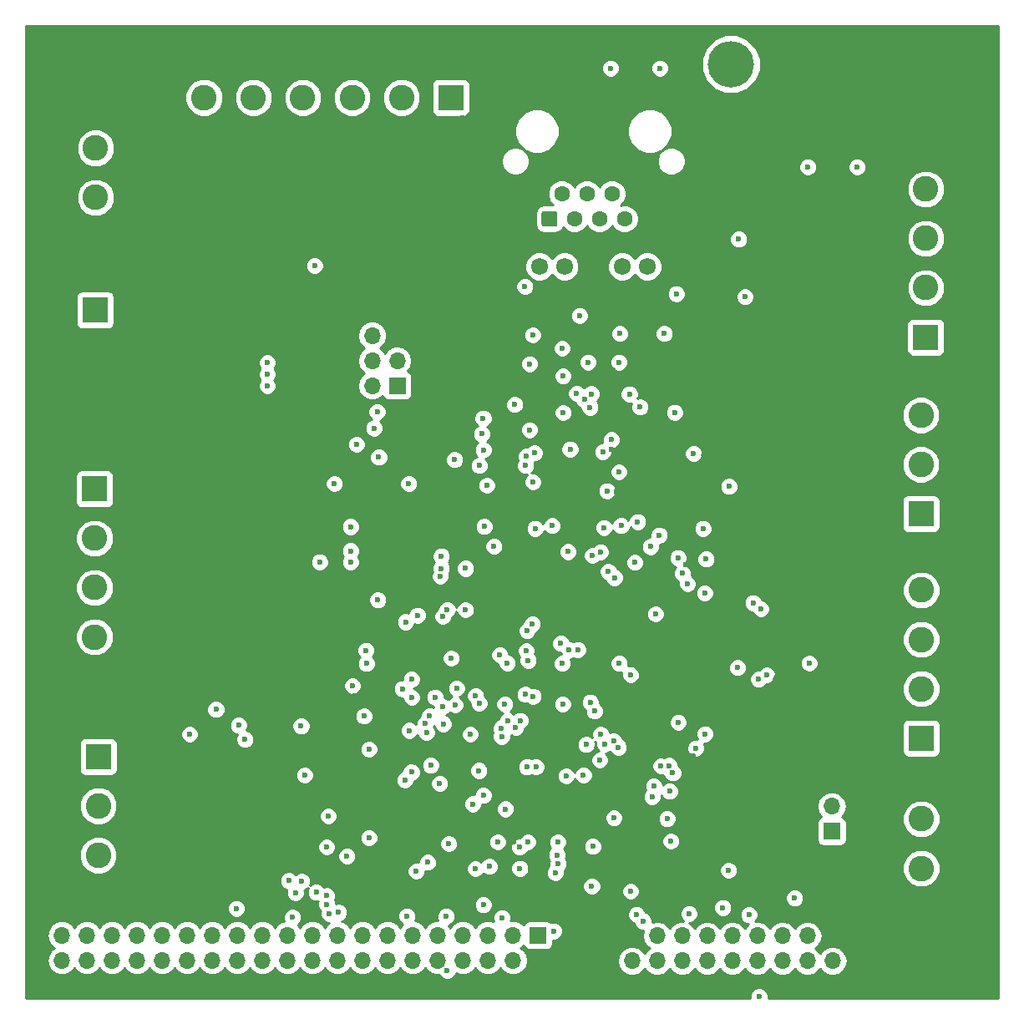
<source format=gbr>
%TF.GenerationSoftware,KiCad,Pcbnew,5.0.2+dfsg1-1*%
%TF.CreationDate,2021-02-11T15:39:11+01:00*%
%TF.ProjectId,ETH OPAMP DCMI FSMC CAN ENCODER CS1000,45544820-4f50-4414-9d50-2044434d4920,rev?*%
%TF.SameCoordinates,Original*%
%TF.FileFunction,Copper,L3,Inr*%
%TF.FilePolarity,Positive*%
%FSLAX46Y46*%
G04 Gerber Fmt 4.6, Leading zero omitted, Abs format (unit mm)*
G04 Created by KiCad (PCBNEW 5.0.2+dfsg1-1) date tor 11 feb 2021 15:39:11*
%MOMM*%
%LPD*%
G01*
G04 APERTURE LIST*
%ADD10R,2.600000X2.600000*%
%ADD11C,2.600000*%
%ADD12C,1.720000*%
%ADD13C,1.600000*%
%ADD14C,0.100000*%
%ADD15R,1.700000X1.700000*%
%ADD16O,1.700000X1.700000*%
%ADD17C,4.700000*%
%ADD18C,0.600000*%
%ADD19C,1.000000*%
%ADD20C,0.254000*%
G04 APERTURE END LIST*
D10*
X142700000Y-82650000D03*
D11*
X142700000Y-87650000D03*
X142700000Y-92650000D03*
X142700000Y-97650000D03*
D12*
X198719000Y-60099700D03*
X187789000Y-60099700D03*
X196179000Y-60099700D03*
X190329000Y-60099700D03*
D13*
X197699000Y-52729700D03*
X196429000Y-55269700D03*
X195159000Y-52729700D03*
X193889000Y-55269700D03*
X192619000Y-52729700D03*
X191349000Y-55269700D03*
X190079000Y-52729700D03*
D14*
G36*
X189385308Y-54470894D02*
X189409382Y-54474465D01*
X189432991Y-54480379D01*
X189455905Y-54488578D01*
X189477906Y-54498984D01*
X189498781Y-54511496D01*
X189518330Y-54525993D01*
X189536362Y-54542338D01*
X189552707Y-54560370D01*
X189567204Y-54579919D01*
X189579716Y-54600794D01*
X189590122Y-54622795D01*
X189598321Y-54645709D01*
X189604235Y-54669318D01*
X189607806Y-54693392D01*
X189609000Y-54717700D01*
X189609000Y-55821700D01*
X189607806Y-55846008D01*
X189604235Y-55870082D01*
X189598321Y-55893691D01*
X189590122Y-55916605D01*
X189579716Y-55938606D01*
X189567204Y-55959481D01*
X189552707Y-55979030D01*
X189536362Y-55997062D01*
X189518330Y-56013407D01*
X189498781Y-56027904D01*
X189477906Y-56040416D01*
X189455905Y-56050822D01*
X189432991Y-56059021D01*
X189409382Y-56064935D01*
X189385308Y-56068506D01*
X189361000Y-56069700D01*
X188257000Y-56069700D01*
X188232692Y-56068506D01*
X188208618Y-56064935D01*
X188185009Y-56059021D01*
X188162095Y-56050822D01*
X188140094Y-56040416D01*
X188119219Y-56027904D01*
X188099670Y-56013407D01*
X188081638Y-55997062D01*
X188065293Y-55979030D01*
X188050796Y-55959481D01*
X188038284Y-55938606D01*
X188027878Y-55916605D01*
X188019679Y-55893691D01*
X188013765Y-55870082D01*
X188010194Y-55846008D01*
X188009000Y-55821700D01*
X188009000Y-54717700D01*
X188010194Y-54693392D01*
X188013765Y-54669318D01*
X188019679Y-54645709D01*
X188027878Y-54622795D01*
X188038284Y-54600794D01*
X188050796Y-54579919D01*
X188065293Y-54560370D01*
X188081638Y-54542338D01*
X188099670Y-54525993D01*
X188119219Y-54511496D01*
X188140094Y-54498984D01*
X188162095Y-54488578D01*
X188185009Y-54480379D01*
X188208618Y-54474465D01*
X188232692Y-54470894D01*
X188257000Y-54469700D01*
X189361000Y-54469700D01*
X189385308Y-54470894D01*
X189385308Y-54470894D01*
G37*
D13*
X188809000Y-55269700D03*
D15*
X187642000Y-127889000D03*
D16*
X187642000Y-130429000D03*
X185102000Y-127889000D03*
X185102000Y-130429000D03*
X182562000Y-127889000D03*
X182562000Y-130429000D03*
X180022000Y-127889000D03*
X180022000Y-130429000D03*
X177482000Y-127889000D03*
X177482000Y-130429000D03*
X174942000Y-127889000D03*
X174942000Y-130429000D03*
X172402000Y-127889000D03*
X172402000Y-130429000D03*
X169862000Y-127889000D03*
X169862000Y-130429000D03*
X167322000Y-127889000D03*
X167322000Y-130429000D03*
X164782000Y-127889000D03*
X164782000Y-130429000D03*
X162242000Y-127889000D03*
X162242000Y-130429000D03*
X159702000Y-127889000D03*
X159702000Y-130429000D03*
X157162000Y-127889000D03*
X157162000Y-130429000D03*
X154622000Y-127889000D03*
X154622000Y-130429000D03*
X152082000Y-127889000D03*
X152082000Y-130429000D03*
X149542000Y-127889000D03*
X149542000Y-130429000D03*
X147002000Y-127889000D03*
X147002000Y-130429000D03*
X144462000Y-127889000D03*
X144462000Y-130429000D03*
X141922000Y-127889000D03*
X141922000Y-130429000D03*
X139382000Y-127889000D03*
X139382000Y-130429000D03*
D10*
X142748000Y-64516000D03*
D11*
X142748000Y-69516000D03*
X142748000Y-74516000D03*
D15*
X173375000Y-72175000D03*
D16*
X170835000Y-72175000D03*
X173375000Y-69635000D03*
X170835000Y-69635000D03*
X173375000Y-67095000D03*
X170835000Y-67095000D03*
D11*
X143070000Y-119776000D03*
X143070000Y-114776000D03*
D10*
X143070000Y-109776000D03*
X178800000Y-42970000D03*
D11*
X173800000Y-42970000D03*
X168800000Y-42970000D03*
X163800000Y-42970000D03*
X158800000Y-42970000D03*
X153800000Y-42970000D03*
D10*
X226461000Y-85164200D03*
D11*
X226461000Y-80164200D03*
X226461000Y-75164200D03*
D10*
X226955000Y-67253000D03*
D11*
X226955000Y-62253000D03*
X226955000Y-57253000D03*
X226955000Y-52253000D03*
X226955000Y-47253000D03*
X226955000Y-42253000D03*
X226500000Y-92900000D03*
X226500000Y-97900000D03*
X226500000Y-102900000D03*
D10*
X226500000Y-107900000D03*
D15*
X217424000Y-117348000D03*
D16*
X217424000Y-114808000D03*
D10*
X226500000Y-126100000D03*
D11*
X226500000Y-121100000D03*
X226500000Y-116100000D03*
D10*
X142800000Y-43100000D03*
D11*
X142800000Y-48100000D03*
X142800000Y-53100000D03*
D15*
X217500000Y-127950000D03*
D16*
X217500000Y-130490000D03*
X214960000Y-127950000D03*
X214960000Y-130490000D03*
X212420000Y-127950000D03*
X212420000Y-130490000D03*
X209880000Y-127950000D03*
X209880000Y-130490000D03*
X207340000Y-127950000D03*
X207340000Y-130490000D03*
X204800000Y-127950000D03*
X204800000Y-130490000D03*
X202260000Y-127950000D03*
X202260000Y-130490000D03*
X199720000Y-127950000D03*
X199720000Y-130490000D03*
X197180000Y-127950000D03*
X197180000Y-130490000D03*
D17*
X207220000Y-39580000D03*
X208800000Y-108300000D03*
X160800000Y-102200000D03*
X163200000Y-64200000D03*
D18*
X167000000Y-82100000D03*
X196068000Y-86370000D03*
X190680000Y-89007500D03*
X182088000Y-75482500D03*
X182100000Y-78690000D03*
X191567000Y-72957000D03*
X195850000Y-69800000D03*
X192720000Y-69800000D03*
X195940000Y-66900000D03*
X200440000Y-66900000D03*
X200728000Y-116078000D03*
X183560000Y-118430000D03*
X186610000Y-118440000D03*
X189650000Y-118420000D03*
X199560000Y-95310000D03*
X201870000Y-106310000D03*
X206960000Y-121320000D03*
X174540000Y-82110000D03*
X157300000Y-106600000D03*
X178600000Y-118600000D03*
X201500000Y-74900000D03*
X195400000Y-91650000D03*
X199050000Y-88500000D03*
X197450000Y-90100000D03*
X160200000Y-71000000D03*
X160200000Y-72200000D03*
X160200000Y-69850000D03*
X186320000Y-62130000D03*
X191850000Y-65075000D03*
X187112500Y-67027500D03*
X201670000Y-62870000D03*
X166220000Y-118944000D03*
X215000000Y-50000000D03*
X220000000Y-50000000D03*
X165000000Y-60000000D03*
X155000000Y-105000000D03*
X195000000Y-40000000D03*
X200000000Y-40000000D03*
X180250000Y-119000000D03*
X172940000Y-91280000D03*
X174690000Y-91280000D03*
D19*
X204700000Y-84220000D03*
X204660000Y-79210400D03*
X204660000Y-74200000D03*
D18*
X187122000Y-74080000D03*
X183700000Y-85370000D03*
D19*
X152810000Y-58260000D03*
X157822000Y-58168000D03*
X162880000Y-58330000D03*
X167833000Y-58177000D03*
X172871000Y-58229000D03*
X177860000Y-58420000D03*
X160770000Y-110740000D03*
X211930000Y-106950000D03*
X211940000Y-101950000D03*
X211910000Y-96950000D03*
X211910000Y-91940000D03*
X216470000Y-82360000D03*
X216310000Y-77360000D03*
X216400000Y-72350000D03*
D18*
X197100000Y-98100000D03*
X201960000Y-104740000D03*
X195575000Y-82925000D03*
X192780000Y-77630000D03*
X201988000Y-69657500D03*
X191582000Y-69872500D03*
X195290000Y-70580000D03*
X200682000Y-114808000D03*
X195326000Y-110754000D03*
X185140000Y-118430000D03*
X188200000Y-118300000D03*
X191230000Y-118430000D03*
X163810000Y-91300000D03*
X199700000Y-93729500D03*
X200060000Y-124160000D03*
X175770000Y-117460000D03*
X169080000Y-103610000D03*
X168620000Y-114390000D03*
X173000000Y-80200000D03*
X179000000Y-87500000D03*
X180700000Y-87100000D03*
X160700000Y-108600000D03*
X167550000Y-116250000D03*
X166950000Y-110350000D03*
D19*
X160790000Y-115690000D03*
X160879000Y-120711000D03*
D18*
X166800000Y-103250000D03*
X176300000Y-115450000D03*
X171150000Y-119850000D03*
X170150000Y-116200000D03*
X193850000Y-128550000D03*
X196150000Y-77650000D03*
X199700000Y-77750000D03*
X195050000Y-88900000D03*
X199700000Y-80000000D03*
X195092010Y-78657990D03*
X199050000Y-90500000D03*
X202600000Y-90350000D03*
X202850000Y-86450000D03*
X209100000Y-100850000D03*
X209050000Y-102700000D03*
X203350000Y-109725000D03*
X186340000Y-66300000D03*
X184407500Y-65077500D03*
D19*
X211090000Y-58358000D03*
X211092000Y-59628000D03*
X211118000Y-60908000D03*
X211090000Y-65343000D03*
X211083000Y-66613000D03*
X211083000Y-67893000D03*
X211133000Y-51373000D03*
X211157000Y-52643000D03*
X211193000Y-53923000D03*
X211078000Y-44388000D03*
X211090000Y-45658000D03*
X211058000Y-46938000D03*
X159560000Y-83600000D03*
X159660000Y-88600000D03*
X159690000Y-93590000D03*
X159740000Y-98600000D03*
D18*
X200840000Y-73030000D03*
X164020000Y-86440000D03*
X163900000Y-83480000D03*
D19*
X155740000Y-61380000D03*
D18*
X140000000Y-40000000D03*
X145000000Y-40000000D03*
X150000000Y-40000000D03*
X155000000Y-40000000D03*
X160000000Y-40000000D03*
X165000000Y-40000000D03*
X170000000Y-40000000D03*
X175000000Y-40000000D03*
X180000000Y-40000000D03*
X185000000Y-40000000D03*
X190000000Y-40000000D03*
X215000000Y-40000000D03*
X220000000Y-40000000D03*
X225000000Y-40000000D03*
X230000000Y-40000000D03*
X230000000Y-45000000D03*
X225000000Y-45000000D03*
X210000000Y-45000000D03*
X205000000Y-45000000D03*
X190000000Y-45000000D03*
X175000000Y-45000000D03*
X170000000Y-45000000D03*
X180000000Y-45000000D03*
X185000000Y-45000000D03*
X165000000Y-45000000D03*
X160000000Y-45000000D03*
X155000000Y-45000000D03*
X150000000Y-45000000D03*
X145000000Y-45000000D03*
X140000000Y-45000000D03*
X140000000Y-50000000D03*
X150000000Y-50000000D03*
X155000000Y-50000000D03*
X160000000Y-50000000D03*
X165000000Y-50000000D03*
X170000000Y-50000000D03*
X175000000Y-50000000D03*
X180000000Y-50000000D03*
X190000000Y-50000000D03*
X195000000Y-50000000D03*
X205000000Y-50000000D03*
X230000000Y-50000000D03*
X230000000Y-55000000D03*
X205000000Y-55000000D03*
X185000000Y-55000000D03*
X150000000Y-55000000D03*
X140000000Y-55000000D03*
X145000000Y-55000000D03*
X140000000Y-60000000D03*
X145000000Y-60000000D03*
X155000000Y-60000000D03*
X150000000Y-60000000D03*
X150000000Y-60000000D03*
X150000000Y-60000000D03*
X160000000Y-60000000D03*
X160000000Y-60000000D03*
X160000000Y-60000000D03*
X170000000Y-60000000D03*
X175000000Y-60000000D03*
X180000000Y-60000000D03*
X205000000Y-60000000D03*
X210000000Y-60000000D03*
X230000000Y-60000000D03*
X230000000Y-65000000D03*
X225000000Y-65000000D03*
X220000000Y-65000000D03*
X210000000Y-65000000D03*
X205000000Y-65000000D03*
X175000000Y-65000000D03*
X170000000Y-65000000D03*
X160000000Y-65000000D03*
X140000000Y-65000000D03*
X140000000Y-70000000D03*
X150000000Y-70000000D03*
X155000000Y-70000000D03*
X220000000Y-70000000D03*
X225000000Y-70000000D03*
X230000000Y-70000000D03*
X230000000Y-75000000D03*
X230000000Y-80000000D03*
X230000000Y-85000000D03*
X160000000Y-75000000D03*
X145000000Y-75000000D03*
X145000000Y-70000000D03*
X175000000Y-80000000D03*
X165000000Y-80000000D03*
X160000000Y-80000000D03*
X155000000Y-80000000D03*
X150000000Y-80000000D03*
X145000000Y-80000000D03*
X140000000Y-80000000D03*
X140000000Y-75000000D03*
X140000000Y-85000000D03*
X145000000Y-85000000D03*
X210000000Y-90000000D03*
X220000000Y-90000000D03*
X225000000Y-90000000D03*
X230000000Y-90000000D03*
X230000000Y-95000000D03*
X225000000Y-95000000D03*
X220000000Y-95000000D03*
X165000000Y-95000000D03*
X155000000Y-95000000D03*
X155000000Y-90000000D03*
X155000000Y-85000000D03*
X150000000Y-85000000D03*
X150000000Y-90000000D03*
X150000000Y-95000000D03*
X140000000Y-90000000D03*
X140000000Y-95000000D03*
X140000000Y-100000000D03*
X150000000Y-100000000D03*
X155000000Y-100000000D03*
X140000000Y-105000000D03*
X150000000Y-105000000D03*
X165000000Y-100000000D03*
X140000000Y-110000000D03*
X140000000Y-115000000D03*
X140000000Y-125000000D03*
X140000000Y-120000000D03*
X150000000Y-125000000D03*
X155000000Y-125000000D03*
X145000000Y-125000000D03*
X210000000Y-120000000D03*
X215000000Y-120000000D03*
X220000000Y-120000000D03*
X220000000Y-125000000D03*
X220000000Y-130000000D03*
X225000000Y-130000000D03*
X230000000Y-130000000D03*
X230000000Y-125000000D03*
X230000000Y-120000000D03*
X230000000Y-115000000D03*
X230000000Y-110000000D03*
X225000000Y-110000000D03*
X220000000Y-110000000D03*
X215000000Y-110000000D03*
X220000000Y-105000000D03*
X225000000Y-105000000D03*
X230000000Y-105000000D03*
X225000000Y-100000000D03*
X225000000Y-100000000D03*
X225000000Y-100000000D03*
X225000000Y-100000000D03*
X225000000Y-100000000D03*
X215000000Y-90000000D03*
X155000000Y-75000000D03*
D19*
X163410000Y-72600000D03*
D18*
X193096800Y-122914900D03*
X181036100Y-114580200D03*
X193040000Y-73010000D03*
X196910000Y-73030000D03*
X186790000Y-69970000D03*
X186790000Y-76660000D03*
X187300000Y-79000000D03*
X185280000Y-74100000D03*
X187475000Y-110800000D03*
X192250000Y-111650000D03*
X204533200Y-93207100D03*
X181690000Y-80280000D03*
X186390000Y-80280000D03*
X193900000Y-110125000D03*
X195800000Y-108850000D03*
X194760700Y-91012600D03*
X193145300Y-89397200D03*
X190190000Y-74905200D03*
X190180000Y-71200000D03*
X192360000Y-73600000D03*
X190100000Y-68390000D03*
X192918000Y-74362500D03*
X197982000Y-74352500D03*
X181683600Y-104384500D03*
X195303400Y-108175200D03*
X204689500Y-89760600D03*
X195845600Y-80916700D03*
X195079700Y-77660600D03*
X190900000Y-78620000D03*
X186500000Y-110825000D03*
X183957100Y-107736600D03*
X178000800Y-95576500D03*
X187140000Y-81940000D03*
X182460000Y-82280000D03*
X193973400Y-89032800D03*
X202785700Y-92275700D03*
X202290000Y-91200000D03*
X194329200Y-86560500D03*
X201839700Y-89625600D03*
X194642000Y-82850000D03*
X194213200Y-78894800D03*
X181940000Y-77070000D03*
X186440000Y-79350000D03*
X199937600Y-87337200D03*
X197747500Y-85975200D03*
X166225100Y-124754200D03*
X166484100Y-125712400D03*
X162759200Y-126040500D03*
X187076700Y-96324700D03*
X152336000Y-107510000D03*
X181652600Y-111195100D03*
X177679000Y-112507900D03*
X168282600Y-119869400D03*
X174860900Y-103789900D03*
X186650000Y-100030000D03*
X190092400Y-100350100D03*
X199375000Y-112775000D03*
X189205300Y-127457900D03*
X181300000Y-121150000D03*
X174354400Y-125936600D03*
X186347100Y-103471400D03*
X185765500Y-118967800D03*
X187147500Y-103665700D03*
X189550000Y-119750000D03*
X179248400Y-104546700D03*
X180775100Y-107506100D03*
X182099900Y-113714700D03*
X176449500Y-120490600D03*
X184285200Y-104452200D03*
X189400000Y-121550000D03*
X190496300Y-111751900D03*
X195341900Y-115993200D03*
X193192600Y-118890900D03*
X189700000Y-120650000D03*
X184000000Y-126100000D03*
X173895700Y-102898600D03*
X170505300Y-118009500D03*
X166388600Y-115802900D03*
X175296900Y-121384300D03*
X177203700Y-103746300D03*
X195877600Y-100328300D03*
X207882100Y-100773400D03*
X213661300Y-124122000D03*
X186450000Y-99060000D03*
X200983600Y-113292400D03*
X201117600Y-118339200D03*
X209019400Y-125816800D03*
X210051100Y-134093300D03*
X186525700Y-97026500D03*
X157941200Y-108040500D03*
X163992100Y-111647400D03*
X167422900Y-125562100D03*
X189960000Y-98310000D03*
X162384400Y-122355200D03*
X163694600Y-122421300D03*
X165172500Y-123533200D03*
X190785200Y-98940100D03*
X199206800Y-113870400D03*
X197037900Y-123418600D03*
X185809500Y-121105200D03*
X184532400Y-100302700D03*
X183775000Y-99475000D03*
X163060100Y-123589000D03*
X183184600Y-88466000D03*
X170250000Y-100350000D03*
X166215000Y-123879900D03*
X157061400Y-125168900D03*
X180289300Y-94897300D03*
X204575700Y-107477400D03*
X180300000Y-90700000D03*
X209451600Y-94186300D03*
X176669200Y-105661200D03*
X184343900Y-115088600D03*
X182707700Y-120912600D03*
X193373500Y-105167200D03*
X200104700Y-110729500D03*
X197634000Y-125777800D03*
X185822800Y-106118800D03*
X185378100Y-106806100D03*
X174810000Y-111360000D03*
X168850000Y-102600000D03*
X178844900Y-99793800D03*
X183931000Y-106897900D03*
X206377400Y-125089900D03*
X174152000Y-112171700D03*
X182100000Y-124800000D03*
X176770000Y-110660000D03*
X202961700Y-125699300D03*
X190150000Y-104470000D03*
X165503400Y-90052500D03*
X203650000Y-108925000D03*
X198262700Y-126454300D03*
X176340000Y-107340000D03*
X176220000Y-106440000D03*
X163630300Y-106679500D03*
X178039400Y-106472900D03*
X177997800Y-104721100D03*
X174824900Y-101945100D03*
X170008200Y-105678000D03*
X184572100Y-106153200D03*
X194001300Y-107512500D03*
X204362800Y-86661200D03*
X207000000Y-82400000D03*
X215140900Y-100312300D03*
X174225000Y-96125000D03*
X182194300Y-86455200D03*
X179190000Y-79680000D03*
X168644700Y-86472800D03*
X177842100Y-90704700D03*
X168644700Y-88925800D03*
X177726400Y-91505100D03*
X178442300Y-94886000D03*
X210240000Y-94810000D03*
X181315200Y-103621000D03*
X201308900Y-111430300D03*
X179397100Y-102845700D03*
X200905100Y-110685300D03*
X177838700Y-89461600D03*
X169246000Y-78134300D03*
X189065500Y-86378100D03*
X203421700Y-79054200D03*
X207993800Y-57340000D03*
X187352400Y-86661500D03*
X171341000Y-74836300D03*
X208624200Y-63166400D03*
X191697900Y-98944700D03*
X170187700Y-99005700D03*
X174590000Y-107130000D03*
X178340100Y-125948900D03*
X178448500Y-131445200D03*
X197037000Y-101493700D03*
X210008800Y-101937100D03*
X171406200Y-93890700D03*
X210837000Y-101487300D03*
X175425000Y-95450000D03*
X168644700Y-90059600D03*
X171027900Y-76484800D03*
X171505400Y-79428000D03*
X192939400Y-104273200D03*
X170512200Y-109038200D03*
X192525000Y-108550000D03*
X194425000Y-108500000D03*
D20*
G36*
X234290001Y-134290000D02*
X210981661Y-134290000D01*
X210986100Y-134279283D01*
X210986100Y-133907317D01*
X210843755Y-133563665D01*
X210580735Y-133300645D01*
X210237083Y-133158300D01*
X209865117Y-133158300D01*
X209521465Y-133300645D01*
X209258445Y-133563665D01*
X209116100Y-133907317D01*
X209116100Y-134279283D01*
X209120539Y-134290000D01*
X135710000Y-134290000D01*
X135710000Y-127889000D01*
X137867908Y-127889000D01*
X137983161Y-128468418D01*
X138311375Y-128959625D01*
X138609761Y-129159000D01*
X138311375Y-129358375D01*
X137983161Y-129849582D01*
X137867908Y-130429000D01*
X137983161Y-131008418D01*
X138311375Y-131499625D01*
X138802582Y-131827839D01*
X139235744Y-131914000D01*
X139528256Y-131914000D01*
X139961418Y-131827839D01*
X140452625Y-131499625D01*
X140652000Y-131201239D01*
X140851375Y-131499625D01*
X141342582Y-131827839D01*
X141775744Y-131914000D01*
X142068256Y-131914000D01*
X142501418Y-131827839D01*
X142992625Y-131499625D01*
X143192000Y-131201239D01*
X143391375Y-131499625D01*
X143882582Y-131827839D01*
X144315744Y-131914000D01*
X144608256Y-131914000D01*
X145041418Y-131827839D01*
X145532625Y-131499625D01*
X145732000Y-131201239D01*
X145931375Y-131499625D01*
X146422582Y-131827839D01*
X146855744Y-131914000D01*
X147148256Y-131914000D01*
X147581418Y-131827839D01*
X148072625Y-131499625D01*
X148272000Y-131201239D01*
X148471375Y-131499625D01*
X148962582Y-131827839D01*
X149395744Y-131914000D01*
X149688256Y-131914000D01*
X150121418Y-131827839D01*
X150612625Y-131499625D01*
X150812000Y-131201239D01*
X151011375Y-131499625D01*
X151502582Y-131827839D01*
X151935744Y-131914000D01*
X152228256Y-131914000D01*
X152661418Y-131827839D01*
X153152625Y-131499625D01*
X153352000Y-131201239D01*
X153551375Y-131499625D01*
X154042582Y-131827839D01*
X154475744Y-131914000D01*
X154768256Y-131914000D01*
X155201418Y-131827839D01*
X155692625Y-131499625D01*
X155892000Y-131201239D01*
X156091375Y-131499625D01*
X156582582Y-131827839D01*
X157015744Y-131914000D01*
X157308256Y-131914000D01*
X157741418Y-131827839D01*
X158232625Y-131499625D01*
X158432000Y-131201239D01*
X158631375Y-131499625D01*
X159122582Y-131827839D01*
X159555744Y-131914000D01*
X159848256Y-131914000D01*
X160281418Y-131827839D01*
X160772625Y-131499625D01*
X160972000Y-131201239D01*
X161171375Y-131499625D01*
X161662582Y-131827839D01*
X162095744Y-131914000D01*
X162388256Y-131914000D01*
X162821418Y-131827839D01*
X163312625Y-131499625D01*
X163512000Y-131201239D01*
X163711375Y-131499625D01*
X164202582Y-131827839D01*
X164635744Y-131914000D01*
X164928256Y-131914000D01*
X165361418Y-131827839D01*
X165852625Y-131499625D01*
X166052000Y-131201239D01*
X166251375Y-131499625D01*
X166742582Y-131827839D01*
X167175744Y-131914000D01*
X167468256Y-131914000D01*
X167901418Y-131827839D01*
X168392625Y-131499625D01*
X168592000Y-131201239D01*
X168791375Y-131499625D01*
X169282582Y-131827839D01*
X169715744Y-131914000D01*
X170008256Y-131914000D01*
X170441418Y-131827839D01*
X170932625Y-131499625D01*
X171132000Y-131201239D01*
X171331375Y-131499625D01*
X171822582Y-131827839D01*
X172255744Y-131914000D01*
X172548256Y-131914000D01*
X172981418Y-131827839D01*
X173472625Y-131499625D01*
X173672000Y-131201239D01*
X173871375Y-131499625D01*
X174362582Y-131827839D01*
X174795744Y-131914000D01*
X175088256Y-131914000D01*
X175521418Y-131827839D01*
X176012625Y-131499625D01*
X176212000Y-131201239D01*
X176411375Y-131499625D01*
X176902582Y-131827839D01*
X177335744Y-131914000D01*
X177628256Y-131914000D01*
X177630464Y-131913561D01*
X177655845Y-131974835D01*
X177918865Y-132237855D01*
X178262517Y-132380200D01*
X178634483Y-132380200D01*
X178978135Y-132237855D01*
X179241155Y-131974835D01*
X179332508Y-131754290D01*
X179442582Y-131827839D01*
X179875744Y-131914000D01*
X180168256Y-131914000D01*
X180601418Y-131827839D01*
X181092625Y-131499625D01*
X181292000Y-131201239D01*
X181491375Y-131499625D01*
X181982582Y-131827839D01*
X182415744Y-131914000D01*
X182708256Y-131914000D01*
X183141418Y-131827839D01*
X183632625Y-131499625D01*
X183832000Y-131201239D01*
X184031375Y-131499625D01*
X184522582Y-131827839D01*
X184955744Y-131914000D01*
X185248256Y-131914000D01*
X185681418Y-131827839D01*
X186172625Y-131499625D01*
X186500839Y-131008418D01*
X186603958Y-130490000D01*
X195665908Y-130490000D01*
X195781161Y-131069418D01*
X196109375Y-131560625D01*
X196600582Y-131888839D01*
X197033744Y-131975000D01*
X197326256Y-131975000D01*
X197759418Y-131888839D01*
X198250625Y-131560625D01*
X198450000Y-131262239D01*
X198649375Y-131560625D01*
X199140582Y-131888839D01*
X199573744Y-131975000D01*
X199866256Y-131975000D01*
X200299418Y-131888839D01*
X200790625Y-131560625D01*
X200990000Y-131262239D01*
X201189375Y-131560625D01*
X201680582Y-131888839D01*
X202113744Y-131975000D01*
X202406256Y-131975000D01*
X202839418Y-131888839D01*
X203330625Y-131560625D01*
X203530000Y-131262239D01*
X203729375Y-131560625D01*
X204220582Y-131888839D01*
X204653744Y-131975000D01*
X204946256Y-131975000D01*
X205379418Y-131888839D01*
X205870625Y-131560625D01*
X206070000Y-131262239D01*
X206269375Y-131560625D01*
X206760582Y-131888839D01*
X207193744Y-131975000D01*
X207486256Y-131975000D01*
X207919418Y-131888839D01*
X208410625Y-131560625D01*
X208610000Y-131262239D01*
X208809375Y-131560625D01*
X209300582Y-131888839D01*
X209733744Y-131975000D01*
X210026256Y-131975000D01*
X210459418Y-131888839D01*
X210950625Y-131560625D01*
X211150000Y-131262239D01*
X211349375Y-131560625D01*
X211840582Y-131888839D01*
X212273744Y-131975000D01*
X212566256Y-131975000D01*
X212999418Y-131888839D01*
X213490625Y-131560625D01*
X213690000Y-131262239D01*
X213889375Y-131560625D01*
X214380582Y-131888839D01*
X214813744Y-131975000D01*
X215106256Y-131975000D01*
X215539418Y-131888839D01*
X216030625Y-131560625D01*
X216230000Y-131262239D01*
X216429375Y-131560625D01*
X216920582Y-131888839D01*
X217353744Y-131975000D01*
X217646256Y-131975000D01*
X218079418Y-131888839D01*
X218570625Y-131560625D01*
X218898839Y-131069418D01*
X219014092Y-130490000D01*
X218898839Y-129910582D01*
X218570625Y-129419375D01*
X218079418Y-129091161D01*
X217646256Y-129005000D01*
X217353744Y-129005000D01*
X216920582Y-129091161D01*
X216429375Y-129419375D01*
X216230000Y-129717761D01*
X216030625Y-129419375D01*
X215732239Y-129220000D01*
X216030625Y-129020625D01*
X216358839Y-128529418D01*
X216474092Y-127950000D01*
X216358839Y-127370582D01*
X216030625Y-126879375D01*
X215539418Y-126551161D01*
X215106256Y-126465000D01*
X214813744Y-126465000D01*
X214380582Y-126551161D01*
X213889375Y-126879375D01*
X213690000Y-127177761D01*
X213490625Y-126879375D01*
X212999418Y-126551161D01*
X212566256Y-126465000D01*
X212273744Y-126465000D01*
X211840582Y-126551161D01*
X211349375Y-126879375D01*
X211150000Y-127177761D01*
X210950625Y-126879375D01*
X210459418Y-126551161D01*
X210026256Y-126465000D01*
X209733744Y-126465000D01*
X209683495Y-126474995D01*
X209812055Y-126346435D01*
X209954400Y-126002783D01*
X209954400Y-125630817D01*
X209812055Y-125287165D01*
X209549035Y-125024145D01*
X209205383Y-124881800D01*
X208833417Y-124881800D01*
X208489765Y-125024145D01*
X208226745Y-125287165D01*
X208084400Y-125630817D01*
X208084400Y-126002783D01*
X208226745Y-126346435D01*
X208489765Y-126609455D01*
X208833417Y-126751800D01*
X209000304Y-126751800D01*
X208809375Y-126879375D01*
X208610000Y-127177761D01*
X208410625Y-126879375D01*
X207919418Y-126551161D01*
X207486256Y-126465000D01*
X207193744Y-126465000D01*
X206760582Y-126551161D01*
X206269375Y-126879375D01*
X206070000Y-127177761D01*
X205870625Y-126879375D01*
X205379418Y-126551161D01*
X204946256Y-126465000D01*
X204653744Y-126465000D01*
X204220582Y-126551161D01*
X203729375Y-126879375D01*
X203530000Y-127177761D01*
X203330625Y-126879375D01*
X202963844Y-126634300D01*
X203147683Y-126634300D01*
X203491335Y-126491955D01*
X203754355Y-126228935D01*
X203896700Y-125885283D01*
X203896700Y-125513317D01*
X203754355Y-125169665D01*
X203491335Y-124906645D01*
X203484750Y-124903917D01*
X205442400Y-124903917D01*
X205442400Y-125275883D01*
X205584745Y-125619535D01*
X205847765Y-125882555D01*
X206191417Y-126024900D01*
X206563383Y-126024900D01*
X206907035Y-125882555D01*
X207170055Y-125619535D01*
X207312400Y-125275883D01*
X207312400Y-124903917D01*
X207170055Y-124560265D01*
X206907035Y-124297245D01*
X206563383Y-124154900D01*
X206191417Y-124154900D01*
X205847765Y-124297245D01*
X205584745Y-124560265D01*
X205442400Y-124903917D01*
X203484750Y-124903917D01*
X203147683Y-124764300D01*
X202775717Y-124764300D01*
X202432065Y-124906645D01*
X202169045Y-125169665D01*
X202026700Y-125513317D01*
X202026700Y-125885283D01*
X202169045Y-126228935D01*
X202405110Y-126465000D01*
X202113744Y-126465000D01*
X201680582Y-126551161D01*
X201189375Y-126879375D01*
X200990000Y-127177761D01*
X200790625Y-126879375D01*
X200299418Y-126551161D01*
X199866256Y-126465000D01*
X199573744Y-126465000D01*
X199197700Y-126539800D01*
X199197700Y-126268317D01*
X199055355Y-125924665D01*
X198792335Y-125661645D01*
X198557660Y-125564440D01*
X198426655Y-125248165D01*
X198163635Y-124985145D01*
X197819983Y-124842800D01*
X197448017Y-124842800D01*
X197104365Y-124985145D01*
X196841345Y-125248165D01*
X196699000Y-125591817D01*
X196699000Y-125963783D01*
X196841345Y-126307435D01*
X197104365Y-126570455D01*
X197339040Y-126667660D01*
X197470045Y-126983935D01*
X197733065Y-127246955D01*
X198076717Y-127389300D01*
X198317438Y-127389300D01*
X198205908Y-127950000D01*
X198321161Y-128529418D01*
X198649375Y-129020625D01*
X198947761Y-129220000D01*
X198649375Y-129419375D01*
X198450000Y-129717761D01*
X198250625Y-129419375D01*
X197759418Y-129091161D01*
X197326256Y-129005000D01*
X197033744Y-129005000D01*
X196600582Y-129091161D01*
X196109375Y-129419375D01*
X195781161Y-129910582D01*
X195665908Y-130490000D01*
X186603958Y-130490000D01*
X186616092Y-130429000D01*
X186500839Y-129849582D01*
X186172625Y-129358375D01*
X185874239Y-129159000D01*
X186172625Y-128959625D01*
X186184816Y-128941381D01*
X186193843Y-128986765D01*
X186334191Y-129196809D01*
X186544235Y-129337157D01*
X186792000Y-129386440D01*
X188492000Y-129386440D01*
X188739765Y-129337157D01*
X188949809Y-129196809D01*
X189090157Y-128986765D01*
X189139440Y-128739000D01*
X189139440Y-128392900D01*
X189391283Y-128392900D01*
X189734935Y-128250555D01*
X189997955Y-127987535D01*
X190140300Y-127643883D01*
X190140300Y-127271917D01*
X189997955Y-126928265D01*
X189734935Y-126665245D01*
X189391283Y-126522900D01*
X189019317Y-126522900D01*
X188922555Y-126562980D01*
X188739765Y-126440843D01*
X188492000Y-126391560D01*
X186792000Y-126391560D01*
X186544235Y-126440843D01*
X186334191Y-126581191D01*
X186193843Y-126791235D01*
X186184816Y-126836619D01*
X186172625Y-126818375D01*
X185681418Y-126490161D01*
X185248256Y-126404000D01*
X184955744Y-126404000D01*
X184879864Y-126419093D01*
X184935000Y-126285983D01*
X184935000Y-125914017D01*
X184792655Y-125570365D01*
X184529635Y-125307345D01*
X184185983Y-125165000D01*
X183814017Y-125165000D01*
X183470365Y-125307345D01*
X183207345Y-125570365D01*
X183065000Y-125914017D01*
X183065000Y-126285983D01*
X183152694Y-126497695D01*
X183141418Y-126490161D01*
X182708256Y-126404000D01*
X182415744Y-126404000D01*
X181982582Y-126490161D01*
X181491375Y-126818375D01*
X181292000Y-127116761D01*
X181092625Y-126818375D01*
X180601418Y-126490161D01*
X180168256Y-126404000D01*
X179875744Y-126404000D01*
X179442582Y-126490161D01*
X178951375Y-126818375D01*
X178752000Y-127116761D01*
X178581163Y-126861085D01*
X178869735Y-126741555D01*
X179132755Y-126478535D01*
X179275100Y-126134883D01*
X179275100Y-125762917D01*
X179132755Y-125419265D01*
X178869735Y-125156245D01*
X178526083Y-125013900D01*
X178154117Y-125013900D01*
X177810465Y-125156245D01*
X177547445Y-125419265D01*
X177405100Y-125762917D01*
X177405100Y-126134883D01*
X177516572Y-126404000D01*
X177335744Y-126404000D01*
X176902582Y-126490161D01*
X176411375Y-126818375D01*
X176212000Y-127116761D01*
X176012625Y-126818375D01*
X175521418Y-126490161D01*
X175166395Y-126419543D01*
X175289400Y-126122583D01*
X175289400Y-125750617D01*
X175147055Y-125406965D01*
X174884035Y-125143945D01*
X174540383Y-125001600D01*
X174168417Y-125001600D01*
X173824765Y-125143945D01*
X173561745Y-125406965D01*
X173419400Y-125750617D01*
X173419400Y-126122583D01*
X173561745Y-126466235D01*
X173824765Y-126729255D01*
X173935874Y-126775278D01*
X173871375Y-126818375D01*
X173672000Y-127116761D01*
X173472625Y-126818375D01*
X172981418Y-126490161D01*
X172548256Y-126404000D01*
X172255744Y-126404000D01*
X171822582Y-126490161D01*
X171331375Y-126818375D01*
X171132000Y-127116761D01*
X170932625Y-126818375D01*
X170441418Y-126490161D01*
X170008256Y-126404000D01*
X169715744Y-126404000D01*
X169282582Y-126490161D01*
X168791375Y-126818375D01*
X168592000Y-127116761D01*
X168392625Y-126818375D01*
X167901418Y-126490161D01*
X167715106Y-126453101D01*
X167952535Y-126354755D01*
X168215555Y-126091735D01*
X168357900Y-125748083D01*
X168357900Y-125376117D01*
X168215555Y-125032465D01*
X167952535Y-124769445D01*
X167608883Y-124627100D01*
X167236917Y-124627100D01*
X167160100Y-124658919D01*
X167160100Y-124614017D01*
X181165000Y-124614017D01*
X181165000Y-124985983D01*
X181307345Y-125329635D01*
X181570365Y-125592655D01*
X181914017Y-125735000D01*
X182285983Y-125735000D01*
X182629635Y-125592655D01*
X182892655Y-125329635D01*
X183035000Y-124985983D01*
X183035000Y-124614017D01*
X182892655Y-124270365D01*
X182629635Y-124007345D01*
X182285983Y-123865000D01*
X181914017Y-123865000D01*
X181570365Y-124007345D01*
X181307345Y-124270365D01*
X181165000Y-124614017D01*
X167160100Y-124614017D01*
X167160100Y-124568217D01*
X167051013Y-124304858D01*
X167150000Y-124065883D01*
X167150000Y-123693917D01*
X167007655Y-123350265D01*
X166744635Y-123087245D01*
X166400983Y-122944900D01*
X166029017Y-122944900D01*
X165942377Y-122980787D01*
X165702135Y-122740545D01*
X165674063Y-122728917D01*
X192161800Y-122728917D01*
X192161800Y-123100883D01*
X192304145Y-123444535D01*
X192567165Y-123707555D01*
X192910817Y-123849900D01*
X193282783Y-123849900D01*
X193626435Y-123707555D01*
X193889455Y-123444535D01*
X193977234Y-123232617D01*
X196102900Y-123232617D01*
X196102900Y-123604583D01*
X196245245Y-123948235D01*
X196508265Y-124211255D01*
X196851917Y-124353600D01*
X197223883Y-124353600D01*
X197567535Y-124211255D01*
X197830555Y-123948235D01*
X197835615Y-123936017D01*
X212726300Y-123936017D01*
X212726300Y-124307983D01*
X212868645Y-124651635D01*
X213131665Y-124914655D01*
X213475317Y-125057000D01*
X213847283Y-125057000D01*
X214190935Y-124914655D01*
X214453955Y-124651635D01*
X214596300Y-124307983D01*
X214596300Y-123936017D01*
X214453955Y-123592365D01*
X214190935Y-123329345D01*
X213847283Y-123187000D01*
X213475317Y-123187000D01*
X213131665Y-123329345D01*
X212868645Y-123592365D01*
X212726300Y-123936017D01*
X197835615Y-123936017D01*
X197972900Y-123604583D01*
X197972900Y-123232617D01*
X197830555Y-122888965D01*
X197567535Y-122625945D01*
X197223883Y-122483600D01*
X196851917Y-122483600D01*
X196508265Y-122625945D01*
X196245245Y-122888965D01*
X196102900Y-123232617D01*
X193977234Y-123232617D01*
X194031800Y-123100883D01*
X194031800Y-122728917D01*
X193889455Y-122385265D01*
X193626435Y-122122245D01*
X193282783Y-121979900D01*
X192910817Y-121979900D01*
X192567165Y-122122245D01*
X192304145Y-122385265D01*
X192161800Y-122728917D01*
X165674063Y-122728917D01*
X165358483Y-122598200D01*
X164986517Y-122598200D01*
X164642865Y-122740545D01*
X164525990Y-122857420D01*
X164629600Y-122607283D01*
X164629600Y-122235317D01*
X164487255Y-121891665D01*
X164224235Y-121628645D01*
X163880583Y-121486300D01*
X163508617Y-121486300D01*
X163164965Y-121628645D01*
X163072550Y-121721060D01*
X162914035Y-121562545D01*
X162570383Y-121420200D01*
X162198417Y-121420200D01*
X161854765Y-121562545D01*
X161591745Y-121825565D01*
X161449400Y-122169217D01*
X161449400Y-122541183D01*
X161591745Y-122884835D01*
X161854765Y-123147855D01*
X162175724Y-123280800D01*
X162125100Y-123403017D01*
X162125100Y-123774983D01*
X162267445Y-124118635D01*
X162530465Y-124381655D01*
X162874117Y-124524000D01*
X163246083Y-124524000D01*
X163589735Y-124381655D01*
X163852755Y-124118635D01*
X163995100Y-123774983D01*
X163995100Y-123403017D01*
X163961813Y-123322654D01*
X164224235Y-123213955D01*
X164341110Y-123097080D01*
X164237500Y-123347217D01*
X164237500Y-123719183D01*
X164379845Y-124062835D01*
X164642865Y-124325855D01*
X164986517Y-124468200D01*
X165331528Y-124468200D01*
X165290100Y-124568217D01*
X165290100Y-124940183D01*
X165432445Y-125283835D01*
X165585983Y-125437373D01*
X165549100Y-125526417D01*
X165549100Y-125898383D01*
X165691445Y-126242035D01*
X165954465Y-126505055D01*
X166298117Y-126647400D01*
X166507257Y-126647400D01*
X166251375Y-126818375D01*
X166052000Y-127116761D01*
X165852625Y-126818375D01*
X165361418Y-126490161D01*
X164928256Y-126404000D01*
X164635744Y-126404000D01*
X164202582Y-126490161D01*
X163711375Y-126818375D01*
X163512000Y-127116761D01*
X163312625Y-126818375D01*
X163307224Y-126814766D01*
X163551855Y-126570135D01*
X163694200Y-126226483D01*
X163694200Y-125854517D01*
X163551855Y-125510865D01*
X163288835Y-125247845D01*
X162945183Y-125105500D01*
X162573217Y-125105500D01*
X162229565Y-125247845D01*
X161966545Y-125510865D01*
X161824200Y-125854517D01*
X161824200Y-126226483D01*
X161912803Y-126440389D01*
X161662582Y-126490161D01*
X161171375Y-126818375D01*
X160972000Y-127116761D01*
X160772625Y-126818375D01*
X160281418Y-126490161D01*
X159848256Y-126404000D01*
X159555744Y-126404000D01*
X159122582Y-126490161D01*
X158631375Y-126818375D01*
X158432000Y-127116761D01*
X158232625Y-126818375D01*
X157741418Y-126490161D01*
X157308256Y-126404000D01*
X157015744Y-126404000D01*
X156582582Y-126490161D01*
X156091375Y-126818375D01*
X155892000Y-127116761D01*
X155692625Y-126818375D01*
X155201418Y-126490161D01*
X154768256Y-126404000D01*
X154475744Y-126404000D01*
X154042582Y-126490161D01*
X153551375Y-126818375D01*
X153352000Y-127116761D01*
X153152625Y-126818375D01*
X152661418Y-126490161D01*
X152228256Y-126404000D01*
X151935744Y-126404000D01*
X151502582Y-126490161D01*
X151011375Y-126818375D01*
X150812000Y-127116761D01*
X150612625Y-126818375D01*
X150121418Y-126490161D01*
X149688256Y-126404000D01*
X149395744Y-126404000D01*
X148962582Y-126490161D01*
X148471375Y-126818375D01*
X148272000Y-127116761D01*
X148072625Y-126818375D01*
X147581418Y-126490161D01*
X147148256Y-126404000D01*
X146855744Y-126404000D01*
X146422582Y-126490161D01*
X145931375Y-126818375D01*
X145732000Y-127116761D01*
X145532625Y-126818375D01*
X145041418Y-126490161D01*
X144608256Y-126404000D01*
X144315744Y-126404000D01*
X143882582Y-126490161D01*
X143391375Y-126818375D01*
X143192000Y-127116761D01*
X142992625Y-126818375D01*
X142501418Y-126490161D01*
X142068256Y-126404000D01*
X141775744Y-126404000D01*
X141342582Y-126490161D01*
X140851375Y-126818375D01*
X140652000Y-127116761D01*
X140452625Y-126818375D01*
X139961418Y-126490161D01*
X139528256Y-126404000D01*
X139235744Y-126404000D01*
X138802582Y-126490161D01*
X138311375Y-126818375D01*
X137983161Y-127309582D01*
X137867908Y-127889000D01*
X135710000Y-127889000D01*
X135710000Y-124982917D01*
X156126400Y-124982917D01*
X156126400Y-125354883D01*
X156268745Y-125698535D01*
X156531765Y-125961555D01*
X156875417Y-126103900D01*
X157247383Y-126103900D01*
X157591035Y-125961555D01*
X157854055Y-125698535D01*
X157996400Y-125354883D01*
X157996400Y-124982917D01*
X157854055Y-124639265D01*
X157591035Y-124376245D01*
X157247383Y-124233900D01*
X156875417Y-124233900D01*
X156531765Y-124376245D01*
X156268745Y-124639265D01*
X156126400Y-124982917D01*
X135710000Y-124982917D01*
X135710000Y-119391105D01*
X141135000Y-119391105D01*
X141135000Y-120160895D01*
X141429586Y-120872090D01*
X141973910Y-121416414D01*
X142685105Y-121711000D01*
X143454895Y-121711000D01*
X144166090Y-121416414D01*
X144384187Y-121198317D01*
X174361900Y-121198317D01*
X174361900Y-121570283D01*
X174504245Y-121913935D01*
X174767265Y-122176955D01*
X175110917Y-122319300D01*
X175482883Y-122319300D01*
X175826535Y-122176955D01*
X176089555Y-121913935D01*
X176231900Y-121570283D01*
X176231900Y-121412504D01*
X176263517Y-121425600D01*
X176635483Y-121425600D01*
X176979135Y-121283255D01*
X177242155Y-121020235D01*
X177265441Y-120964017D01*
X180365000Y-120964017D01*
X180365000Y-121335983D01*
X180507345Y-121679635D01*
X180770365Y-121942655D01*
X181114017Y-122085000D01*
X181485983Y-122085000D01*
X181829635Y-121942655D01*
X182092655Y-121679635D01*
X182110167Y-121637357D01*
X182178065Y-121705255D01*
X182521717Y-121847600D01*
X182893683Y-121847600D01*
X183237335Y-121705255D01*
X183500355Y-121442235D01*
X183642700Y-121098583D01*
X183642700Y-120919217D01*
X184874500Y-120919217D01*
X184874500Y-121291183D01*
X185016845Y-121634835D01*
X185279865Y-121897855D01*
X185623517Y-122040200D01*
X185995483Y-122040200D01*
X186339135Y-121897855D01*
X186602155Y-121634835D01*
X186714331Y-121364017D01*
X188465000Y-121364017D01*
X188465000Y-121735983D01*
X188607345Y-122079635D01*
X188870365Y-122342655D01*
X189214017Y-122485000D01*
X189585983Y-122485000D01*
X189929635Y-122342655D01*
X190192655Y-122079635D01*
X190335000Y-121735983D01*
X190335000Y-121364017D01*
X190327172Y-121345118D01*
X190492655Y-121179635D01*
X190511550Y-121134017D01*
X206025000Y-121134017D01*
X206025000Y-121505983D01*
X206167345Y-121849635D01*
X206430365Y-122112655D01*
X206774017Y-122255000D01*
X207145983Y-122255000D01*
X207489635Y-122112655D01*
X207752655Y-121849635D01*
X207895000Y-121505983D01*
X207895000Y-121134017D01*
X207752655Y-120790365D01*
X207677395Y-120715105D01*
X224565000Y-120715105D01*
X224565000Y-121484895D01*
X224859586Y-122196090D01*
X225403910Y-122740414D01*
X226115105Y-123035000D01*
X226884895Y-123035000D01*
X227596090Y-122740414D01*
X228140414Y-122196090D01*
X228435000Y-121484895D01*
X228435000Y-120715105D01*
X228140414Y-120003910D01*
X227596090Y-119459586D01*
X226884895Y-119165000D01*
X226115105Y-119165000D01*
X225403910Y-119459586D01*
X224859586Y-120003910D01*
X224565000Y-120715105D01*
X207677395Y-120715105D01*
X207489635Y-120527345D01*
X207145983Y-120385000D01*
X206774017Y-120385000D01*
X206430365Y-120527345D01*
X206167345Y-120790365D01*
X206025000Y-121134017D01*
X190511550Y-121134017D01*
X190635000Y-120835983D01*
X190635000Y-120464017D01*
X190492655Y-120120365D01*
X190433238Y-120060948D01*
X190485000Y-119935983D01*
X190485000Y-119564017D01*
X190342655Y-119220365D01*
X190257290Y-119135000D01*
X190442655Y-118949635D01*
X190544020Y-118704917D01*
X192257600Y-118704917D01*
X192257600Y-119076883D01*
X192399945Y-119420535D01*
X192662965Y-119683555D01*
X193006617Y-119825900D01*
X193378583Y-119825900D01*
X193722235Y-119683555D01*
X193985255Y-119420535D01*
X194127600Y-119076883D01*
X194127600Y-118704917D01*
X193985255Y-118361265D01*
X193777207Y-118153217D01*
X200182600Y-118153217D01*
X200182600Y-118525183D01*
X200324945Y-118868835D01*
X200587965Y-119131855D01*
X200931617Y-119274200D01*
X201303583Y-119274200D01*
X201647235Y-119131855D01*
X201910255Y-118868835D01*
X202052600Y-118525183D01*
X202052600Y-118153217D01*
X201910255Y-117809565D01*
X201647235Y-117546545D01*
X201303583Y-117404200D01*
X200931617Y-117404200D01*
X200587965Y-117546545D01*
X200324945Y-117809565D01*
X200182600Y-118153217D01*
X193777207Y-118153217D01*
X193722235Y-118098245D01*
X193378583Y-117955900D01*
X193006617Y-117955900D01*
X192662965Y-118098245D01*
X192399945Y-118361265D01*
X192257600Y-118704917D01*
X190544020Y-118704917D01*
X190585000Y-118605983D01*
X190585000Y-118234017D01*
X190442655Y-117890365D01*
X190179635Y-117627345D01*
X189835983Y-117485000D01*
X189464017Y-117485000D01*
X189120365Y-117627345D01*
X188857345Y-117890365D01*
X188715000Y-118234017D01*
X188715000Y-118605983D01*
X188857345Y-118949635D01*
X188942710Y-119035000D01*
X188757345Y-119220365D01*
X188615000Y-119564017D01*
X188615000Y-119935983D01*
X188757345Y-120279635D01*
X188816762Y-120339052D01*
X188765000Y-120464017D01*
X188765000Y-120835983D01*
X188772828Y-120854882D01*
X188607345Y-121020365D01*
X188465000Y-121364017D01*
X186714331Y-121364017D01*
X186744500Y-121291183D01*
X186744500Y-120919217D01*
X186602155Y-120575565D01*
X186339135Y-120312545D01*
X185995483Y-120170200D01*
X185623517Y-120170200D01*
X185279865Y-120312545D01*
X185016845Y-120575565D01*
X184874500Y-120919217D01*
X183642700Y-120919217D01*
X183642700Y-120726617D01*
X183500355Y-120382965D01*
X183237335Y-120119945D01*
X182893683Y-119977600D01*
X182521717Y-119977600D01*
X182178065Y-120119945D01*
X181915045Y-120382965D01*
X181897533Y-120425243D01*
X181829635Y-120357345D01*
X181485983Y-120215000D01*
X181114017Y-120215000D01*
X180770365Y-120357345D01*
X180507345Y-120620365D01*
X180365000Y-120964017D01*
X177265441Y-120964017D01*
X177384500Y-120676583D01*
X177384500Y-120304617D01*
X177242155Y-119960965D01*
X176979135Y-119697945D01*
X176635483Y-119555600D01*
X176263517Y-119555600D01*
X175919865Y-119697945D01*
X175656845Y-119960965D01*
X175514500Y-120304617D01*
X175514500Y-120462396D01*
X175482883Y-120449300D01*
X175110917Y-120449300D01*
X174767265Y-120591645D01*
X174504245Y-120854665D01*
X174361900Y-121198317D01*
X144384187Y-121198317D01*
X144710414Y-120872090D01*
X145005000Y-120160895D01*
X145005000Y-119391105D01*
X144742767Y-118758017D01*
X165285000Y-118758017D01*
X165285000Y-119129983D01*
X165427345Y-119473635D01*
X165690365Y-119736655D01*
X166034017Y-119879000D01*
X166405983Y-119879000D01*
X166749635Y-119736655D01*
X166802873Y-119683417D01*
X167347600Y-119683417D01*
X167347600Y-120055383D01*
X167489945Y-120399035D01*
X167752965Y-120662055D01*
X168096617Y-120804400D01*
X168468583Y-120804400D01*
X168812235Y-120662055D01*
X169075255Y-120399035D01*
X169217600Y-120055383D01*
X169217600Y-119683417D01*
X169075255Y-119339765D01*
X168812235Y-119076745D01*
X168468583Y-118934400D01*
X168096617Y-118934400D01*
X167752965Y-119076745D01*
X167489945Y-119339765D01*
X167347600Y-119683417D01*
X166802873Y-119683417D01*
X167012655Y-119473635D01*
X167155000Y-119129983D01*
X167155000Y-118758017D01*
X167012655Y-118414365D01*
X166749635Y-118151345D01*
X166405983Y-118009000D01*
X166034017Y-118009000D01*
X165690365Y-118151345D01*
X165427345Y-118414365D01*
X165285000Y-118758017D01*
X144742767Y-118758017D01*
X144710414Y-118679910D01*
X144166090Y-118135586D01*
X143454895Y-117841000D01*
X142685105Y-117841000D01*
X141973910Y-118135586D01*
X141429586Y-118679910D01*
X141135000Y-119391105D01*
X135710000Y-119391105D01*
X135710000Y-117823517D01*
X169570300Y-117823517D01*
X169570300Y-118195483D01*
X169712645Y-118539135D01*
X169975665Y-118802155D01*
X170319317Y-118944500D01*
X170691283Y-118944500D01*
X171034935Y-118802155D01*
X171297955Y-118539135D01*
X171349780Y-118414017D01*
X177665000Y-118414017D01*
X177665000Y-118785983D01*
X177807345Y-119129635D01*
X178070365Y-119392655D01*
X178414017Y-119535000D01*
X178785983Y-119535000D01*
X179129635Y-119392655D01*
X179392655Y-119129635D01*
X179535000Y-118785983D01*
X179535000Y-118414017D01*
X179464584Y-118244017D01*
X182625000Y-118244017D01*
X182625000Y-118615983D01*
X182767345Y-118959635D01*
X183030365Y-119222655D01*
X183374017Y-119365000D01*
X183745983Y-119365000D01*
X184089635Y-119222655D01*
X184352655Y-118959635D01*
X184426309Y-118781817D01*
X184830500Y-118781817D01*
X184830500Y-119153783D01*
X184972845Y-119497435D01*
X185235865Y-119760455D01*
X185579517Y-119902800D01*
X185951483Y-119902800D01*
X186295135Y-119760455D01*
X186558155Y-119497435D01*
X186608869Y-119375000D01*
X186795983Y-119375000D01*
X187139635Y-119232655D01*
X187402655Y-118969635D01*
X187545000Y-118625983D01*
X187545000Y-118254017D01*
X187402655Y-117910365D01*
X187139635Y-117647345D01*
X186795983Y-117505000D01*
X186424017Y-117505000D01*
X186080365Y-117647345D01*
X185817345Y-117910365D01*
X185766631Y-118032800D01*
X185579517Y-118032800D01*
X185235865Y-118175145D01*
X184972845Y-118438165D01*
X184830500Y-118781817D01*
X184426309Y-118781817D01*
X184495000Y-118615983D01*
X184495000Y-118244017D01*
X184352655Y-117900365D01*
X184089635Y-117637345D01*
X183745983Y-117495000D01*
X183374017Y-117495000D01*
X183030365Y-117637345D01*
X182767345Y-117900365D01*
X182625000Y-118244017D01*
X179464584Y-118244017D01*
X179392655Y-118070365D01*
X179129635Y-117807345D01*
X178785983Y-117665000D01*
X178414017Y-117665000D01*
X178070365Y-117807345D01*
X177807345Y-118070365D01*
X177665000Y-118414017D01*
X171349780Y-118414017D01*
X171440300Y-118195483D01*
X171440300Y-117823517D01*
X171297955Y-117479865D01*
X171034935Y-117216845D01*
X170691283Y-117074500D01*
X170319317Y-117074500D01*
X169975665Y-117216845D01*
X169712645Y-117479865D01*
X169570300Y-117823517D01*
X135710000Y-117823517D01*
X135710000Y-114391105D01*
X141135000Y-114391105D01*
X141135000Y-115160895D01*
X141429586Y-115872090D01*
X141973910Y-116416414D01*
X142685105Y-116711000D01*
X143454895Y-116711000D01*
X144166090Y-116416414D01*
X144710414Y-115872090D01*
X144816109Y-115616917D01*
X165453600Y-115616917D01*
X165453600Y-115988883D01*
X165595945Y-116332535D01*
X165858965Y-116595555D01*
X166202617Y-116737900D01*
X166574583Y-116737900D01*
X166918235Y-116595555D01*
X167181255Y-116332535D01*
X167323600Y-115988883D01*
X167323600Y-115616917D01*
X167181255Y-115273265D01*
X166918235Y-115010245D01*
X166574583Y-114867900D01*
X166202617Y-114867900D01*
X165858965Y-115010245D01*
X165595945Y-115273265D01*
X165453600Y-115616917D01*
X144816109Y-115616917D01*
X145005000Y-115160895D01*
X145005000Y-114394217D01*
X180101100Y-114394217D01*
X180101100Y-114766183D01*
X180243445Y-115109835D01*
X180506465Y-115372855D01*
X180850117Y-115515200D01*
X181222083Y-115515200D01*
X181565735Y-115372855D01*
X181828755Y-115109835D01*
X181914587Y-114902617D01*
X183408900Y-114902617D01*
X183408900Y-115274583D01*
X183551245Y-115618235D01*
X183814265Y-115881255D01*
X184157917Y-116023600D01*
X184529883Y-116023600D01*
X184873535Y-115881255D01*
X184947573Y-115807217D01*
X194406900Y-115807217D01*
X194406900Y-116179183D01*
X194549245Y-116522835D01*
X194812265Y-116785855D01*
X195155917Y-116928200D01*
X195527883Y-116928200D01*
X195871535Y-116785855D01*
X196134555Y-116522835D01*
X196276900Y-116179183D01*
X196276900Y-115892017D01*
X199793000Y-115892017D01*
X199793000Y-116263983D01*
X199935345Y-116607635D01*
X200198365Y-116870655D01*
X200542017Y-117013000D01*
X200913983Y-117013000D01*
X201257635Y-116870655D01*
X201520655Y-116607635D01*
X201663000Y-116263983D01*
X201663000Y-115892017D01*
X201520655Y-115548365D01*
X201257635Y-115285345D01*
X200913983Y-115143000D01*
X200542017Y-115143000D01*
X200198365Y-115285345D01*
X199935345Y-115548365D01*
X199793000Y-115892017D01*
X196276900Y-115892017D01*
X196276900Y-115807217D01*
X196134555Y-115463565D01*
X195871535Y-115200545D01*
X195527883Y-115058200D01*
X195155917Y-115058200D01*
X194812265Y-115200545D01*
X194549245Y-115463565D01*
X194406900Y-115807217D01*
X184947573Y-115807217D01*
X185136555Y-115618235D01*
X185278900Y-115274583D01*
X185278900Y-114902617D01*
X185239709Y-114808000D01*
X215909908Y-114808000D01*
X216025161Y-115387418D01*
X216353375Y-115878625D01*
X216371619Y-115890816D01*
X216326235Y-115899843D01*
X216116191Y-116040191D01*
X215975843Y-116250235D01*
X215926560Y-116498000D01*
X215926560Y-118198000D01*
X215975843Y-118445765D01*
X216116191Y-118655809D01*
X216326235Y-118796157D01*
X216574000Y-118845440D01*
X218274000Y-118845440D01*
X218521765Y-118796157D01*
X218731809Y-118655809D01*
X218872157Y-118445765D01*
X218921440Y-118198000D01*
X218921440Y-116498000D01*
X218872157Y-116250235D01*
X218731809Y-116040191D01*
X218521765Y-115899843D01*
X218476381Y-115890816D01*
X218494625Y-115878625D01*
X218603885Y-115715105D01*
X224565000Y-115715105D01*
X224565000Y-116484895D01*
X224859586Y-117196090D01*
X225403910Y-117740414D01*
X226115105Y-118035000D01*
X226884895Y-118035000D01*
X227596090Y-117740414D01*
X228140414Y-117196090D01*
X228435000Y-116484895D01*
X228435000Y-115715105D01*
X228140414Y-115003910D01*
X227596090Y-114459586D01*
X226884895Y-114165000D01*
X226115105Y-114165000D01*
X225403910Y-114459586D01*
X224859586Y-115003910D01*
X224565000Y-115715105D01*
X218603885Y-115715105D01*
X218822839Y-115387418D01*
X218938092Y-114808000D01*
X218822839Y-114228582D01*
X218494625Y-113737375D01*
X218003418Y-113409161D01*
X217570256Y-113323000D01*
X217277744Y-113323000D01*
X216844582Y-113409161D01*
X216353375Y-113737375D01*
X216025161Y-114228582D01*
X215909908Y-114808000D01*
X185239709Y-114808000D01*
X185136555Y-114558965D01*
X184873535Y-114295945D01*
X184529883Y-114153600D01*
X184157917Y-114153600D01*
X183814265Y-114295945D01*
X183551245Y-114558965D01*
X183408900Y-114902617D01*
X181914587Y-114902617D01*
X181971100Y-114766183D01*
X181971100Y-114649700D01*
X182285883Y-114649700D01*
X182629535Y-114507355D01*
X182892555Y-114244335D01*
X183034900Y-113900683D01*
X183034900Y-113684417D01*
X198271800Y-113684417D01*
X198271800Y-114056383D01*
X198414145Y-114400035D01*
X198677165Y-114663055D01*
X199020817Y-114805400D01*
X199392783Y-114805400D01*
X199736435Y-114663055D01*
X199999455Y-114400035D01*
X200141800Y-114056383D01*
X200141800Y-113703388D01*
X200190945Y-113822035D01*
X200453965Y-114085055D01*
X200797617Y-114227400D01*
X201169583Y-114227400D01*
X201513235Y-114085055D01*
X201776255Y-113822035D01*
X201918600Y-113478383D01*
X201918600Y-113106417D01*
X201776255Y-112762765D01*
X201513235Y-112499745D01*
X201188655Y-112365300D01*
X201494883Y-112365300D01*
X201838535Y-112222955D01*
X202101555Y-111959935D01*
X202243900Y-111616283D01*
X202243900Y-111244317D01*
X202101555Y-110900665D01*
X201840100Y-110639210D01*
X201840100Y-110499317D01*
X201697755Y-110155665D01*
X201434735Y-109892645D01*
X201091083Y-109750300D01*
X200719117Y-109750300D01*
X200451546Y-109861131D01*
X200290683Y-109794500D01*
X199918717Y-109794500D01*
X199575065Y-109936845D01*
X199312045Y-110199865D01*
X199169700Y-110543517D01*
X199169700Y-110915483D01*
X199312045Y-111259135D01*
X199575065Y-111522155D01*
X199918717Y-111664500D01*
X200290683Y-111664500D01*
X200378760Y-111628017D01*
X200516245Y-111959935D01*
X200779265Y-112222955D01*
X201103845Y-112357400D01*
X200797617Y-112357400D01*
X200453965Y-112499745D01*
X200310000Y-112643710D01*
X200310000Y-112589017D01*
X200167655Y-112245365D01*
X199904635Y-111982345D01*
X199560983Y-111840000D01*
X199189017Y-111840000D01*
X198845365Y-111982345D01*
X198582345Y-112245365D01*
X198440000Y-112589017D01*
X198440000Y-112960983D01*
X198543663Y-113211247D01*
X198414145Y-113340765D01*
X198271800Y-113684417D01*
X183034900Y-113684417D01*
X183034900Y-113528717D01*
X182892555Y-113185065D01*
X182629535Y-112922045D01*
X182285883Y-112779700D01*
X181913917Y-112779700D01*
X181570265Y-112922045D01*
X181307245Y-113185065D01*
X181164900Y-113528717D01*
X181164900Y-113645200D01*
X180850117Y-113645200D01*
X180506465Y-113787545D01*
X180243445Y-114050565D01*
X180101100Y-114394217D01*
X145005000Y-114394217D01*
X145005000Y-114391105D01*
X144710414Y-113679910D01*
X144166090Y-113135586D01*
X143454895Y-112841000D01*
X142685105Y-112841000D01*
X141973910Y-113135586D01*
X141429586Y-113679910D01*
X141135000Y-114391105D01*
X135710000Y-114391105D01*
X135710000Y-108476000D01*
X141122560Y-108476000D01*
X141122560Y-111076000D01*
X141171843Y-111323765D01*
X141312191Y-111533809D01*
X141522235Y-111674157D01*
X141770000Y-111723440D01*
X144370000Y-111723440D01*
X144617765Y-111674157D01*
X144827809Y-111533809D01*
X144876180Y-111461417D01*
X163057100Y-111461417D01*
X163057100Y-111833383D01*
X163199445Y-112177035D01*
X163462465Y-112440055D01*
X163806117Y-112582400D01*
X164178083Y-112582400D01*
X164521735Y-112440055D01*
X164784755Y-112177035D01*
X164864001Y-111985717D01*
X173217000Y-111985717D01*
X173217000Y-112357683D01*
X173359345Y-112701335D01*
X173622365Y-112964355D01*
X173966017Y-113106700D01*
X174337983Y-113106700D01*
X174681635Y-112964355D01*
X174944655Y-112701335D01*
X175087000Y-112357683D01*
X175087000Y-112321917D01*
X176744000Y-112321917D01*
X176744000Y-112693883D01*
X176886345Y-113037535D01*
X177149365Y-113300555D01*
X177493017Y-113442900D01*
X177864983Y-113442900D01*
X178208635Y-113300555D01*
X178471655Y-113037535D01*
X178614000Y-112693883D01*
X178614000Y-112321917D01*
X178471655Y-111978265D01*
X178208635Y-111715245D01*
X177864983Y-111572900D01*
X177493017Y-111572900D01*
X177149365Y-111715245D01*
X176886345Y-111978265D01*
X176744000Y-112321917D01*
X175087000Y-112321917D01*
X175087000Y-112257300D01*
X175339635Y-112152655D01*
X175602655Y-111889635D01*
X175745000Y-111545983D01*
X175745000Y-111174017D01*
X175602655Y-110830365D01*
X175339635Y-110567345D01*
X175114321Y-110474017D01*
X175835000Y-110474017D01*
X175835000Y-110845983D01*
X175977345Y-111189635D01*
X176240365Y-111452655D01*
X176584017Y-111595000D01*
X176955983Y-111595000D01*
X177299635Y-111452655D01*
X177562655Y-111189635D01*
X177637427Y-111009117D01*
X180717600Y-111009117D01*
X180717600Y-111381083D01*
X180859945Y-111724735D01*
X181122965Y-111987755D01*
X181466617Y-112130100D01*
X181838583Y-112130100D01*
X182182235Y-111987755D01*
X182445255Y-111724735D01*
X182587600Y-111381083D01*
X182587600Y-111009117D01*
X182445255Y-110665465D01*
X182418807Y-110639017D01*
X185565000Y-110639017D01*
X185565000Y-111010983D01*
X185707345Y-111354635D01*
X185970365Y-111617655D01*
X186314017Y-111760000D01*
X186685983Y-111760000D01*
X187017678Y-111622608D01*
X187289017Y-111735000D01*
X187660983Y-111735000D01*
X188004635Y-111592655D01*
X188031373Y-111565917D01*
X189561300Y-111565917D01*
X189561300Y-111937883D01*
X189703645Y-112281535D01*
X189966665Y-112544555D01*
X190310317Y-112686900D01*
X190682283Y-112686900D01*
X191025935Y-112544555D01*
X191288955Y-112281535D01*
X191394254Y-112027320D01*
X191457345Y-112179635D01*
X191720365Y-112442655D01*
X192064017Y-112585000D01*
X192435983Y-112585000D01*
X192779635Y-112442655D01*
X193042655Y-112179635D01*
X193185000Y-111835983D01*
X193185000Y-111464017D01*
X193042655Y-111120365D01*
X192779635Y-110857345D01*
X192435983Y-110715000D01*
X192064017Y-110715000D01*
X191720365Y-110857345D01*
X191457345Y-111120365D01*
X191352046Y-111374580D01*
X191288955Y-111222265D01*
X191025935Y-110959245D01*
X190682283Y-110816900D01*
X190310317Y-110816900D01*
X189966665Y-110959245D01*
X189703645Y-111222265D01*
X189561300Y-111565917D01*
X188031373Y-111565917D01*
X188267655Y-111329635D01*
X188410000Y-110985983D01*
X188410000Y-110614017D01*
X188267655Y-110270365D01*
X188004635Y-110007345D01*
X187660983Y-109865000D01*
X187289017Y-109865000D01*
X186957322Y-110002392D01*
X186685983Y-109890000D01*
X186314017Y-109890000D01*
X185970365Y-110032345D01*
X185707345Y-110295365D01*
X185565000Y-110639017D01*
X182418807Y-110639017D01*
X182182235Y-110402445D01*
X181838583Y-110260100D01*
X181466617Y-110260100D01*
X181122965Y-110402445D01*
X180859945Y-110665465D01*
X180717600Y-111009117D01*
X177637427Y-111009117D01*
X177705000Y-110845983D01*
X177705000Y-110474017D01*
X177562655Y-110130365D01*
X177299635Y-109867345D01*
X176955983Y-109725000D01*
X176584017Y-109725000D01*
X176240365Y-109867345D01*
X175977345Y-110130365D01*
X175835000Y-110474017D01*
X175114321Y-110474017D01*
X174995983Y-110425000D01*
X174624017Y-110425000D01*
X174280365Y-110567345D01*
X174017345Y-110830365D01*
X173875000Y-111174017D01*
X173875000Y-111274400D01*
X173622365Y-111379045D01*
X173359345Y-111642065D01*
X173217000Y-111985717D01*
X164864001Y-111985717D01*
X164927100Y-111833383D01*
X164927100Y-111461417D01*
X164784755Y-111117765D01*
X164521735Y-110854745D01*
X164178083Y-110712400D01*
X163806117Y-110712400D01*
X163462465Y-110854745D01*
X163199445Y-111117765D01*
X163057100Y-111461417D01*
X144876180Y-111461417D01*
X144968157Y-111323765D01*
X145017440Y-111076000D01*
X145017440Y-108476000D01*
X144968157Y-108228235D01*
X144827809Y-108018191D01*
X144617765Y-107877843D01*
X144370000Y-107828560D01*
X141770000Y-107828560D01*
X141522235Y-107877843D01*
X141312191Y-108018191D01*
X141171843Y-108228235D01*
X141122560Y-108476000D01*
X135710000Y-108476000D01*
X135710000Y-107324017D01*
X151401000Y-107324017D01*
X151401000Y-107695983D01*
X151543345Y-108039635D01*
X151806365Y-108302655D01*
X152150017Y-108445000D01*
X152521983Y-108445000D01*
X152865635Y-108302655D01*
X153128655Y-108039635D01*
X153271000Y-107695983D01*
X153271000Y-107324017D01*
X153128655Y-106980365D01*
X152865635Y-106717345D01*
X152521983Y-106575000D01*
X152150017Y-106575000D01*
X151806365Y-106717345D01*
X151543345Y-106980365D01*
X151401000Y-107324017D01*
X135710000Y-107324017D01*
X135710000Y-106414017D01*
X156365000Y-106414017D01*
X156365000Y-106785983D01*
X156507345Y-107129635D01*
X156770365Y-107392655D01*
X157114017Y-107535000D01*
X157138548Y-107535000D01*
X157006200Y-107854517D01*
X157006200Y-108226483D01*
X157148545Y-108570135D01*
X157411565Y-108833155D01*
X157755217Y-108975500D01*
X158127183Y-108975500D01*
X158424815Y-108852217D01*
X169577200Y-108852217D01*
X169577200Y-109224183D01*
X169719545Y-109567835D01*
X169982565Y-109830855D01*
X170326217Y-109973200D01*
X170698183Y-109973200D01*
X171041835Y-109830855D01*
X171304855Y-109567835D01*
X171447200Y-109224183D01*
X171447200Y-108852217D01*
X171304855Y-108508565D01*
X171041835Y-108245545D01*
X170698183Y-108103200D01*
X170326217Y-108103200D01*
X169982565Y-108245545D01*
X169719545Y-108508565D01*
X169577200Y-108852217D01*
X158424815Y-108852217D01*
X158470835Y-108833155D01*
X158733855Y-108570135D01*
X158876200Y-108226483D01*
X158876200Y-107854517D01*
X158733855Y-107510865D01*
X158470835Y-107247845D01*
X158127183Y-107105500D01*
X158102652Y-107105500D01*
X158235000Y-106785983D01*
X158235000Y-106493517D01*
X162695300Y-106493517D01*
X162695300Y-106865483D01*
X162837645Y-107209135D01*
X163100665Y-107472155D01*
X163444317Y-107614500D01*
X163816283Y-107614500D01*
X164159935Y-107472155D01*
X164422955Y-107209135D01*
X164532770Y-106944017D01*
X173655000Y-106944017D01*
X173655000Y-107315983D01*
X173797345Y-107659635D01*
X174060365Y-107922655D01*
X174404017Y-108065000D01*
X174775983Y-108065000D01*
X175119635Y-107922655D01*
X175382655Y-107659635D01*
X175421508Y-107565836D01*
X175547345Y-107869635D01*
X175810365Y-108132655D01*
X176154017Y-108275000D01*
X176525983Y-108275000D01*
X176869635Y-108132655D01*
X177132655Y-107869635D01*
X177275000Y-107525983D01*
X177275000Y-107154017D01*
X177132655Y-106810365D01*
X177094451Y-106772161D01*
X177122886Y-106703513D01*
X177246745Y-107002535D01*
X177509765Y-107265555D01*
X177853417Y-107407900D01*
X178225383Y-107407900D01*
X178437310Y-107320117D01*
X179840100Y-107320117D01*
X179840100Y-107692083D01*
X179982445Y-108035735D01*
X180245465Y-108298755D01*
X180589117Y-108441100D01*
X180961083Y-108441100D01*
X181304735Y-108298755D01*
X181567755Y-108035735D01*
X181710100Y-107692083D01*
X181710100Y-107320117D01*
X181567755Y-106976465D01*
X181304735Y-106713445D01*
X181301047Y-106711917D01*
X182996000Y-106711917D01*
X182996000Y-107083883D01*
X183105714Y-107348756D01*
X183022100Y-107550617D01*
X183022100Y-107922583D01*
X183164445Y-108266235D01*
X183427465Y-108529255D01*
X183771117Y-108671600D01*
X184143083Y-108671600D01*
X184486735Y-108529255D01*
X184651973Y-108364017D01*
X191590000Y-108364017D01*
X191590000Y-108735983D01*
X191732345Y-109079635D01*
X191995365Y-109342655D01*
X192339017Y-109485000D01*
X192710983Y-109485000D01*
X193054635Y-109342655D01*
X193317655Y-109079635D01*
X193460000Y-108735983D01*
X193460000Y-108364017D01*
X193410130Y-108243620D01*
X193471665Y-108305155D01*
X193490448Y-108312935D01*
X193490000Y-108314017D01*
X193490000Y-108685983D01*
X193632345Y-109029635D01*
X193792710Y-109190000D01*
X193714017Y-109190000D01*
X193370365Y-109332345D01*
X193107345Y-109595365D01*
X192965000Y-109939017D01*
X192965000Y-110310983D01*
X193107345Y-110654635D01*
X193370365Y-110917655D01*
X193714017Y-111060000D01*
X194085983Y-111060000D01*
X194429635Y-110917655D01*
X194692655Y-110654635D01*
X194835000Y-110310983D01*
X194835000Y-109939017D01*
X194692655Y-109595365D01*
X194532290Y-109435000D01*
X194610983Y-109435000D01*
X194954635Y-109292655D01*
X194966431Y-109280859D01*
X195007345Y-109379635D01*
X195270365Y-109642655D01*
X195614017Y-109785000D01*
X195985983Y-109785000D01*
X196329635Y-109642655D01*
X196592655Y-109379635D01*
X196735000Y-109035983D01*
X196735000Y-108739017D01*
X202715000Y-108739017D01*
X202715000Y-109110983D01*
X202857345Y-109454635D01*
X203120365Y-109717655D01*
X203464017Y-109860000D01*
X203835983Y-109860000D01*
X204179635Y-109717655D01*
X204442655Y-109454635D01*
X204585000Y-109110983D01*
X204585000Y-108739017D01*
X204449711Y-108412400D01*
X204761683Y-108412400D01*
X205105335Y-108270055D01*
X205368355Y-108007035D01*
X205510700Y-107663383D01*
X205510700Y-107291417D01*
X205368355Y-106947765D01*
X205105335Y-106684745D01*
X204900743Y-106600000D01*
X224552560Y-106600000D01*
X224552560Y-109200000D01*
X224601843Y-109447765D01*
X224742191Y-109657809D01*
X224952235Y-109798157D01*
X225200000Y-109847440D01*
X227800000Y-109847440D01*
X228047765Y-109798157D01*
X228257809Y-109657809D01*
X228398157Y-109447765D01*
X228447440Y-109200000D01*
X228447440Y-106600000D01*
X228398157Y-106352235D01*
X228257809Y-106142191D01*
X228047765Y-106001843D01*
X227800000Y-105952560D01*
X225200000Y-105952560D01*
X224952235Y-106001843D01*
X224742191Y-106142191D01*
X224601843Y-106352235D01*
X224552560Y-106600000D01*
X204900743Y-106600000D01*
X204761683Y-106542400D01*
X204389717Y-106542400D01*
X204046065Y-106684745D01*
X203783045Y-106947765D01*
X203640700Y-107291417D01*
X203640700Y-107663383D01*
X203775989Y-107990000D01*
X203464017Y-107990000D01*
X203120365Y-108132345D01*
X202857345Y-108395365D01*
X202715000Y-108739017D01*
X196735000Y-108739017D01*
X196735000Y-108664017D01*
X196592655Y-108320365D01*
X196329635Y-108057345D01*
X196238400Y-108019554D01*
X196238400Y-107989217D01*
X196096055Y-107645565D01*
X195833035Y-107382545D01*
X195489383Y-107240200D01*
X195117417Y-107240200D01*
X194932306Y-107316875D01*
X194793955Y-106982865D01*
X194530935Y-106719845D01*
X194187283Y-106577500D01*
X193815317Y-106577500D01*
X193471665Y-106719845D01*
X193208645Y-106982865D01*
X193066300Y-107326517D01*
X193066300Y-107698483D01*
X193116170Y-107818880D01*
X193054635Y-107757345D01*
X192710983Y-107615000D01*
X192339017Y-107615000D01*
X191995365Y-107757345D01*
X191732345Y-108020365D01*
X191590000Y-108364017D01*
X184651973Y-108364017D01*
X184749755Y-108266235D01*
X184892100Y-107922583D01*
X184892100Y-107616829D01*
X185192117Y-107741100D01*
X185564083Y-107741100D01*
X185907735Y-107598755D01*
X186170755Y-107335735D01*
X186313100Y-106992083D01*
X186313100Y-106927748D01*
X186352435Y-106911455D01*
X186615455Y-106648435D01*
X186757800Y-106304783D01*
X186757800Y-106124017D01*
X200935000Y-106124017D01*
X200935000Y-106495983D01*
X201077345Y-106839635D01*
X201340365Y-107102655D01*
X201684017Y-107245000D01*
X202055983Y-107245000D01*
X202399635Y-107102655D01*
X202662655Y-106839635D01*
X202805000Y-106495983D01*
X202805000Y-106124017D01*
X202662655Y-105780365D01*
X202399635Y-105517345D01*
X202055983Y-105375000D01*
X201684017Y-105375000D01*
X201340365Y-105517345D01*
X201077345Y-105780365D01*
X200935000Y-106124017D01*
X186757800Y-106124017D01*
X186757800Y-105932817D01*
X186615455Y-105589165D01*
X186352435Y-105326145D01*
X186008783Y-105183800D01*
X185636817Y-105183800D01*
X185293165Y-105326145D01*
X185180250Y-105439060D01*
X185101735Y-105360545D01*
X184817061Y-105242629D01*
X185077855Y-104981835D01*
X185220200Y-104638183D01*
X185220200Y-104266217D01*
X185077855Y-103922565D01*
X184814835Y-103659545D01*
X184471183Y-103517200D01*
X184099217Y-103517200D01*
X183755565Y-103659545D01*
X183492545Y-103922565D01*
X183350200Y-104266217D01*
X183350200Y-104638183D01*
X183492545Y-104981835D01*
X183755565Y-105244855D01*
X184040239Y-105362771D01*
X183779445Y-105623565D01*
X183637100Y-105967217D01*
X183637100Y-106007601D01*
X183401365Y-106105245D01*
X183138345Y-106368265D01*
X182996000Y-106711917D01*
X181301047Y-106711917D01*
X180961083Y-106571100D01*
X180589117Y-106571100D01*
X180245465Y-106713445D01*
X179982445Y-106976465D01*
X179840100Y-107320117D01*
X178437310Y-107320117D01*
X178569035Y-107265555D01*
X178832055Y-107002535D01*
X178974400Y-106658883D01*
X178974400Y-106286917D01*
X178832055Y-105943265D01*
X178569035Y-105680245D01*
X178347263Y-105588384D01*
X178527435Y-105513755D01*
X178710300Y-105330890D01*
X178718765Y-105339355D01*
X179062417Y-105481700D01*
X179434383Y-105481700D01*
X179778035Y-105339355D01*
X180041055Y-105076335D01*
X180183400Y-104732683D01*
X180183400Y-104360717D01*
X180041055Y-104017065D01*
X179778035Y-103754045D01*
X179712735Y-103726997D01*
X179926735Y-103638355D01*
X180130073Y-103435017D01*
X180380200Y-103435017D01*
X180380200Y-103806983D01*
X180522545Y-104150635D01*
X180748600Y-104376690D01*
X180748600Y-104570483D01*
X180890945Y-104914135D01*
X181153965Y-105177155D01*
X181497617Y-105319500D01*
X181869583Y-105319500D01*
X182213235Y-105177155D01*
X182476255Y-104914135D01*
X182618600Y-104570483D01*
X182618600Y-104198517D01*
X182476255Y-103854865D01*
X182250200Y-103628810D01*
X182250200Y-103435017D01*
X182188234Y-103285417D01*
X185412100Y-103285417D01*
X185412100Y-103657383D01*
X185554445Y-104001035D01*
X185817465Y-104264055D01*
X186161117Y-104406400D01*
X186533083Y-104406400D01*
X186556295Y-104396785D01*
X186617865Y-104458355D01*
X186961517Y-104600700D01*
X187333483Y-104600700D01*
X187677135Y-104458355D01*
X187851473Y-104284017D01*
X189215000Y-104284017D01*
X189215000Y-104655983D01*
X189357345Y-104999635D01*
X189620365Y-105262655D01*
X189964017Y-105405000D01*
X190335983Y-105405000D01*
X190679635Y-105262655D01*
X190942655Y-104999635D01*
X191085000Y-104655983D01*
X191085000Y-104284017D01*
X191003483Y-104087217D01*
X192004400Y-104087217D01*
X192004400Y-104459183D01*
X192146745Y-104802835D01*
X192409765Y-105065855D01*
X192438500Y-105077757D01*
X192438500Y-105353183D01*
X192580845Y-105696835D01*
X192843865Y-105959855D01*
X193187517Y-106102200D01*
X193559483Y-106102200D01*
X193903135Y-105959855D01*
X194166155Y-105696835D01*
X194308500Y-105353183D01*
X194308500Y-104981217D01*
X194166155Y-104637565D01*
X193903135Y-104374545D01*
X193874400Y-104362643D01*
X193874400Y-104087217D01*
X193732055Y-103743565D01*
X193469035Y-103480545D01*
X193125383Y-103338200D01*
X192753417Y-103338200D01*
X192409765Y-103480545D01*
X192146745Y-103743565D01*
X192004400Y-104087217D01*
X191003483Y-104087217D01*
X190942655Y-103940365D01*
X190679635Y-103677345D01*
X190335983Y-103535000D01*
X189964017Y-103535000D01*
X189620365Y-103677345D01*
X189357345Y-103940365D01*
X189215000Y-104284017D01*
X187851473Y-104284017D01*
X187940155Y-104195335D01*
X188082500Y-103851683D01*
X188082500Y-103479717D01*
X187940155Y-103136065D01*
X187677135Y-102873045D01*
X187333483Y-102730700D01*
X186961517Y-102730700D01*
X186938305Y-102740315D01*
X186876735Y-102678745D01*
X186533083Y-102536400D01*
X186161117Y-102536400D01*
X185817465Y-102678745D01*
X185554445Y-102941765D01*
X185412100Y-103285417D01*
X182188234Y-103285417D01*
X182107855Y-103091365D01*
X181844835Y-102828345D01*
X181501183Y-102686000D01*
X181129217Y-102686000D01*
X180785565Y-102828345D01*
X180522545Y-103091365D01*
X180380200Y-103435017D01*
X180130073Y-103435017D01*
X180189755Y-103375335D01*
X180332100Y-103031683D01*
X180332100Y-102659717D01*
X180189755Y-102316065D01*
X179926735Y-102053045D01*
X179583083Y-101910700D01*
X179211117Y-101910700D01*
X178867465Y-102053045D01*
X178604445Y-102316065D01*
X178462100Y-102659717D01*
X178462100Y-103031683D01*
X178604445Y-103375335D01*
X178867465Y-103638355D01*
X178932765Y-103665403D01*
X178718765Y-103754045D01*
X178535900Y-103936910D01*
X178527435Y-103928445D01*
X178183783Y-103786100D01*
X178138700Y-103786100D01*
X178138700Y-103560317D01*
X177996355Y-103216665D01*
X177733335Y-102953645D01*
X177389683Y-102811300D01*
X177017717Y-102811300D01*
X176674065Y-102953645D01*
X176411045Y-103216665D01*
X176268700Y-103560317D01*
X176268700Y-103932283D01*
X176411045Y-104275935D01*
X176674065Y-104538955D01*
X177017717Y-104681300D01*
X177062800Y-104681300D01*
X177062800Y-104812198D01*
X176855183Y-104726200D01*
X176483217Y-104726200D01*
X176139565Y-104868545D01*
X175876545Y-105131565D01*
X175734200Y-105475217D01*
X175734200Y-105629188D01*
X175690365Y-105647345D01*
X175427345Y-105910365D01*
X175285000Y-106254017D01*
X175285000Y-106502710D01*
X175119635Y-106337345D01*
X174775983Y-106195000D01*
X174404017Y-106195000D01*
X174060365Y-106337345D01*
X173797345Y-106600365D01*
X173655000Y-106944017D01*
X164532770Y-106944017D01*
X164565300Y-106865483D01*
X164565300Y-106493517D01*
X164422955Y-106149865D01*
X164159935Y-105886845D01*
X163816283Y-105744500D01*
X163444317Y-105744500D01*
X163100665Y-105886845D01*
X162837645Y-106149865D01*
X162695300Y-106493517D01*
X158235000Y-106493517D01*
X158235000Y-106414017D01*
X158092655Y-106070365D01*
X157829635Y-105807345D01*
X157485983Y-105665000D01*
X157114017Y-105665000D01*
X156770365Y-105807345D01*
X156507345Y-106070365D01*
X156365000Y-106414017D01*
X135710000Y-106414017D01*
X135710000Y-104814017D01*
X154065000Y-104814017D01*
X154065000Y-105185983D01*
X154207345Y-105529635D01*
X154470365Y-105792655D01*
X154814017Y-105935000D01*
X155185983Y-105935000D01*
X155529635Y-105792655D01*
X155792655Y-105529635D01*
X155808236Y-105492017D01*
X169073200Y-105492017D01*
X169073200Y-105863983D01*
X169215545Y-106207635D01*
X169478565Y-106470655D01*
X169822217Y-106613000D01*
X170194183Y-106613000D01*
X170537835Y-106470655D01*
X170800855Y-106207635D01*
X170943200Y-105863983D01*
X170943200Y-105492017D01*
X170800855Y-105148365D01*
X170537835Y-104885345D01*
X170194183Y-104743000D01*
X169822217Y-104743000D01*
X169478565Y-104885345D01*
X169215545Y-105148365D01*
X169073200Y-105492017D01*
X155808236Y-105492017D01*
X155935000Y-105185983D01*
X155935000Y-104814017D01*
X155792655Y-104470365D01*
X155529635Y-104207345D01*
X155185983Y-104065000D01*
X154814017Y-104065000D01*
X154470365Y-104207345D01*
X154207345Y-104470365D01*
X154065000Y-104814017D01*
X135710000Y-104814017D01*
X135710000Y-102414017D01*
X167915000Y-102414017D01*
X167915000Y-102785983D01*
X168057345Y-103129635D01*
X168320365Y-103392655D01*
X168664017Y-103535000D01*
X169035983Y-103535000D01*
X169379635Y-103392655D01*
X169642655Y-103129635D01*
X169785000Y-102785983D01*
X169785000Y-102712617D01*
X172960700Y-102712617D01*
X172960700Y-103084583D01*
X173103045Y-103428235D01*
X173366065Y-103691255D01*
X173709717Y-103833600D01*
X173925900Y-103833600D01*
X173925900Y-103975883D01*
X174068245Y-104319535D01*
X174331265Y-104582555D01*
X174674917Y-104724900D01*
X175046883Y-104724900D01*
X175390535Y-104582555D01*
X175653555Y-104319535D01*
X175795900Y-103975883D01*
X175795900Y-103603917D01*
X175653555Y-103260265D01*
X175390535Y-102997245D01*
X175059302Y-102860044D01*
X175354535Y-102737755D01*
X175617555Y-102474735D01*
X175759900Y-102131083D01*
X175759900Y-101759117D01*
X175617555Y-101415465D01*
X175354535Y-101152445D01*
X175010883Y-101010100D01*
X174638917Y-101010100D01*
X174295265Y-101152445D01*
X174032245Y-101415465D01*
X173889900Y-101759117D01*
X173889900Y-101963600D01*
X173709717Y-101963600D01*
X173366065Y-102105945D01*
X173103045Y-102368965D01*
X172960700Y-102712617D01*
X169785000Y-102712617D01*
X169785000Y-102414017D01*
X169642655Y-102070365D01*
X169379635Y-101807345D01*
X169035983Y-101665000D01*
X168664017Y-101665000D01*
X168320365Y-101807345D01*
X168057345Y-102070365D01*
X167915000Y-102414017D01*
X135710000Y-102414017D01*
X135710000Y-97265105D01*
X140765000Y-97265105D01*
X140765000Y-98034895D01*
X141059586Y-98746090D01*
X141603910Y-99290414D01*
X142315105Y-99585000D01*
X143084895Y-99585000D01*
X143796090Y-99290414D01*
X144266787Y-98819717D01*
X169252700Y-98819717D01*
X169252700Y-99191683D01*
X169395045Y-99535335D01*
X169568710Y-99709000D01*
X169457345Y-99820365D01*
X169315000Y-100164017D01*
X169315000Y-100535983D01*
X169457345Y-100879635D01*
X169720365Y-101142655D01*
X170064017Y-101285000D01*
X170435983Y-101285000D01*
X170779635Y-101142655D01*
X171042655Y-100879635D01*
X171185000Y-100535983D01*
X171185000Y-100164017D01*
X171042655Y-99820365D01*
X170868990Y-99646700D01*
X170907873Y-99607817D01*
X177909900Y-99607817D01*
X177909900Y-99979783D01*
X178052245Y-100323435D01*
X178315265Y-100586455D01*
X178658917Y-100728800D01*
X179030883Y-100728800D01*
X179374535Y-100586455D01*
X179637555Y-100323435D01*
X179779900Y-99979783D01*
X179779900Y-99607817D01*
X179647850Y-99289017D01*
X182840000Y-99289017D01*
X182840000Y-99660983D01*
X182982345Y-100004635D01*
X183245365Y-100267655D01*
X183589017Y-100410000D01*
X183597400Y-100410000D01*
X183597400Y-100488683D01*
X183739745Y-100832335D01*
X184002765Y-101095355D01*
X184346417Y-101237700D01*
X184718383Y-101237700D01*
X185062035Y-101095355D01*
X185325055Y-100832335D01*
X185467400Y-100488683D01*
X185467400Y-100116717D01*
X185325055Y-99773065D01*
X185062035Y-99510045D01*
X184718383Y-99367700D01*
X184710000Y-99367700D01*
X184710000Y-99289017D01*
X184567655Y-98945365D01*
X184496307Y-98874017D01*
X185515000Y-98874017D01*
X185515000Y-99245983D01*
X185657345Y-99589635D01*
X185772620Y-99704910D01*
X185715000Y-99844017D01*
X185715000Y-100215983D01*
X185857345Y-100559635D01*
X186120365Y-100822655D01*
X186464017Y-100965000D01*
X186835983Y-100965000D01*
X187179635Y-100822655D01*
X187442655Y-100559635D01*
X187585000Y-100215983D01*
X187585000Y-99844017D01*
X187442655Y-99500365D01*
X187327380Y-99385090D01*
X187385000Y-99245983D01*
X187385000Y-98874017D01*
X187242655Y-98530365D01*
X186979635Y-98267345D01*
X186635983Y-98125000D01*
X186264017Y-98125000D01*
X185920365Y-98267345D01*
X185657345Y-98530365D01*
X185515000Y-98874017D01*
X184496307Y-98874017D01*
X184304635Y-98682345D01*
X183960983Y-98540000D01*
X183589017Y-98540000D01*
X183245365Y-98682345D01*
X182982345Y-98945365D01*
X182840000Y-99289017D01*
X179647850Y-99289017D01*
X179637555Y-99264165D01*
X179374535Y-99001145D01*
X179030883Y-98858800D01*
X178658917Y-98858800D01*
X178315265Y-99001145D01*
X178052245Y-99264165D01*
X177909900Y-99607817D01*
X170907873Y-99607817D01*
X170980355Y-99535335D01*
X171122700Y-99191683D01*
X171122700Y-98819717D01*
X170980355Y-98476065D01*
X170717335Y-98213045D01*
X170502402Y-98124017D01*
X189025000Y-98124017D01*
X189025000Y-98495983D01*
X189167345Y-98839635D01*
X189430365Y-99102655D01*
X189774017Y-99245000D01*
X189899457Y-99245000D01*
X189969914Y-99415100D01*
X189906417Y-99415100D01*
X189562765Y-99557445D01*
X189299745Y-99820465D01*
X189157400Y-100164117D01*
X189157400Y-100536083D01*
X189299745Y-100879735D01*
X189562765Y-101142755D01*
X189906417Y-101285100D01*
X190278383Y-101285100D01*
X190622035Y-101142755D01*
X190885055Y-100879735D01*
X191027400Y-100536083D01*
X191027400Y-100164117D01*
X191018371Y-100142317D01*
X194942600Y-100142317D01*
X194942600Y-100514283D01*
X195084945Y-100857935D01*
X195347965Y-101120955D01*
X195691617Y-101263300D01*
X196063583Y-101263300D01*
X196132165Y-101234893D01*
X196102000Y-101307717D01*
X196102000Y-101679683D01*
X196244345Y-102023335D01*
X196507365Y-102286355D01*
X196851017Y-102428700D01*
X197222983Y-102428700D01*
X197566635Y-102286355D01*
X197829655Y-102023335D01*
X197942411Y-101751117D01*
X209073800Y-101751117D01*
X209073800Y-102123083D01*
X209216145Y-102466735D01*
X209479165Y-102729755D01*
X209822817Y-102872100D01*
X210194783Y-102872100D01*
X210538435Y-102729755D01*
X210753085Y-102515105D01*
X224565000Y-102515105D01*
X224565000Y-103284895D01*
X224859586Y-103996090D01*
X225403910Y-104540414D01*
X226115105Y-104835000D01*
X226884895Y-104835000D01*
X227596090Y-104540414D01*
X228140414Y-103996090D01*
X228435000Y-103284895D01*
X228435000Y-102515105D01*
X228140414Y-101803910D01*
X227596090Y-101259586D01*
X226884895Y-100965000D01*
X226115105Y-100965000D01*
X225403910Y-101259586D01*
X224859586Y-101803910D01*
X224565000Y-102515105D01*
X210753085Y-102515105D01*
X210801455Y-102466735D01*
X210819861Y-102422300D01*
X211022983Y-102422300D01*
X211366635Y-102279955D01*
X211629655Y-102016935D01*
X211772000Y-101673283D01*
X211772000Y-101301317D01*
X211629655Y-100957665D01*
X211366635Y-100694645D01*
X211022983Y-100552300D01*
X210651017Y-100552300D01*
X210307365Y-100694645D01*
X210044345Y-100957665D01*
X210025939Y-101002100D01*
X209822817Y-101002100D01*
X209479165Y-101144445D01*
X209216145Y-101407465D01*
X209073800Y-101751117D01*
X197942411Y-101751117D01*
X197972000Y-101679683D01*
X197972000Y-101307717D01*
X197829655Y-100964065D01*
X197566635Y-100701045D01*
X197292313Y-100587417D01*
X206947100Y-100587417D01*
X206947100Y-100959383D01*
X207089445Y-101303035D01*
X207352465Y-101566055D01*
X207696117Y-101708400D01*
X208068083Y-101708400D01*
X208411735Y-101566055D01*
X208674755Y-101303035D01*
X208817100Y-100959383D01*
X208817100Y-100587417D01*
X208674755Y-100243765D01*
X208557307Y-100126317D01*
X214205900Y-100126317D01*
X214205900Y-100498283D01*
X214348245Y-100841935D01*
X214611265Y-101104955D01*
X214954917Y-101247300D01*
X215326883Y-101247300D01*
X215670535Y-101104955D01*
X215933555Y-100841935D01*
X216075900Y-100498283D01*
X216075900Y-100126317D01*
X215933555Y-99782665D01*
X215670535Y-99519645D01*
X215326883Y-99377300D01*
X214954917Y-99377300D01*
X214611265Y-99519645D01*
X214348245Y-99782665D01*
X214205900Y-100126317D01*
X208557307Y-100126317D01*
X208411735Y-99980745D01*
X208068083Y-99838400D01*
X207696117Y-99838400D01*
X207352465Y-99980745D01*
X207089445Y-100243765D01*
X206947100Y-100587417D01*
X197292313Y-100587417D01*
X197222983Y-100558700D01*
X196851017Y-100558700D01*
X196782435Y-100587107D01*
X196812600Y-100514283D01*
X196812600Y-100142317D01*
X196670255Y-99798665D01*
X196407235Y-99535645D01*
X196063583Y-99393300D01*
X195691617Y-99393300D01*
X195347965Y-99535645D01*
X195084945Y-99798665D01*
X194942600Y-100142317D01*
X191018371Y-100142317D01*
X190907686Y-99875100D01*
X190971183Y-99875100D01*
X191235997Y-99765411D01*
X191511917Y-99879700D01*
X191883883Y-99879700D01*
X192227535Y-99737355D01*
X192490555Y-99474335D01*
X192632900Y-99130683D01*
X192632900Y-98758717D01*
X192490555Y-98415065D01*
X192227535Y-98152045D01*
X191883883Y-98009700D01*
X191511917Y-98009700D01*
X191247103Y-98119389D01*
X190971183Y-98005100D01*
X190845743Y-98005100D01*
X190752655Y-97780365D01*
X190489635Y-97517345D01*
X190484228Y-97515105D01*
X224565000Y-97515105D01*
X224565000Y-98284895D01*
X224859586Y-98996090D01*
X225403910Y-99540414D01*
X226115105Y-99835000D01*
X226884895Y-99835000D01*
X227596090Y-99540414D01*
X228140414Y-98996090D01*
X228435000Y-98284895D01*
X228435000Y-97515105D01*
X228140414Y-96803910D01*
X227596090Y-96259586D01*
X226884895Y-95965000D01*
X226115105Y-95965000D01*
X225403910Y-96259586D01*
X224859586Y-96803910D01*
X224565000Y-97515105D01*
X190484228Y-97515105D01*
X190145983Y-97375000D01*
X189774017Y-97375000D01*
X189430365Y-97517345D01*
X189167345Y-97780365D01*
X189025000Y-98124017D01*
X170502402Y-98124017D01*
X170373683Y-98070700D01*
X170001717Y-98070700D01*
X169658065Y-98213045D01*
X169395045Y-98476065D01*
X169252700Y-98819717D01*
X144266787Y-98819717D01*
X144340414Y-98746090D01*
X144635000Y-98034895D01*
X144635000Y-97265105D01*
X144340414Y-96553910D01*
X143796090Y-96009586D01*
X143625722Y-95939017D01*
X173290000Y-95939017D01*
X173290000Y-96310983D01*
X173432345Y-96654635D01*
X173695365Y-96917655D01*
X174039017Y-97060000D01*
X174410983Y-97060000D01*
X174754635Y-96917655D01*
X174831773Y-96840517D01*
X185590700Y-96840517D01*
X185590700Y-97212483D01*
X185733045Y-97556135D01*
X185996065Y-97819155D01*
X186339717Y-97961500D01*
X186711683Y-97961500D01*
X187055335Y-97819155D01*
X187318355Y-97556135D01*
X187460700Y-97212483D01*
X187460700Y-97177679D01*
X187606335Y-97117355D01*
X187869355Y-96854335D01*
X188011700Y-96510683D01*
X188011700Y-96138717D01*
X187869355Y-95795065D01*
X187606335Y-95532045D01*
X187262683Y-95389700D01*
X186890717Y-95389700D01*
X186547065Y-95532045D01*
X186284045Y-95795065D01*
X186141700Y-96138717D01*
X186141700Y-96173521D01*
X185996065Y-96233845D01*
X185733045Y-96496865D01*
X185590700Y-96840517D01*
X174831773Y-96840517D01*
X175017655Y-96654635D01*
X175145403Y-96346224D01*
X175239017Y-96385000D01*
X175610983Y-96385000D01*
X175954635Y-96242655D01*
X176217655Y-95979635D01*
X176360000Y-95635983D01*
X176360000Y-95390517D01*
X177065800Y-95390517D01*
X177065800Y-95762483D01*
X177208145Y-96106135D01*
X177471165Y-96369155D01*
X177814817Y-96511500D01*
X178186783Y-96511500D01*
X178530435Y-96369155D01*
X178793455Y-96106135D01*
X178935800Y-95762483D01*
X178935800Y-95693623D01*
X178971935Y-95678655D01*
X179234955Y-95415635D01*
X179363460Y-95105397D01*
X179496645Y-95426935D01*
X179759665Y-95689955D01*
X180103317Y-95832300D01*
X180475283Y-95832300D01*
X180818935Y-95689955D01*
X181081955Y-95426935D01*
X181207427Y-95124017D01*
X198625000Y-95124017D01*
X198625000Y-95495983D01*
X198767345Y-95839635D01*
X199030365Y-96102655D01*
X199374017Y-96245000D01*
X199745983Y-96245000D01*
X200089635Y-96102655D01*
X200352655Y-95839635D01*
X200495000Y-95495983D01*
X200495000Y-95124017D01*
X200352655Y-94780365D01*
X200089635Y-94517345D01*
X199745983Y-94375000D01*
X199374017Y-94375000D01*
X199030365Y-94517345D01*
X198767345Y-94780365D01*
X198625000Y-95124017D01*
X181207427Y-95124017D01*
X181224300Y-95083283D01*
X181224300Y-94711317D01*
X181081955Y-94367665D01*
X180818935Y-94104645D01*
X180475283Y-93962300D01*
X180103317Y-93962300D01*
X179759665Y-94104645D01*
X179496645Y-94367665D01*
X179368140Y-94677903D01*
X179234955Y-94356365D01*
X178971935Y-94093345D01*
X178628283Y-93951000D01*
X178256317Y-93951000D01*
X177912665Y-94093345D01*
X177649645Y-94356365D01*
X177507300Y-94700017D01*
X177507300Y-94768877D01*
X177471165Y-94783845D01*
X177208145Y-95046865D01*
X177065800Y-95390517D01*
X176360000Y-95390517D01*
X176360000Y-95264017D01*
X176217655Y-94920365D01*
X175954635Y-94657345D01*
X175610983Y-94515000D01*
X175239017Y-94515000D01*
X174895365Y-94657345D01*
X174632345Y-94920365D01*
X174504597Y-95228776D01*
X174410983Y-95190000D01*
X174039017Y-95190000D01*
X173695365Y-95332345D01*
X173432345Y-95595365D01*
X173290000Y-95939017D01*
X143625722Y-95939017D01*
X143084895Y-95715000D01*
X142315105Y-95715000D01*
X141603910Y-96009586D01*
X141059586Y-96553910D01*
X140765000Y-97265105D01*
X135710000Y-97265105D01*
X135710000Y-92265105D01*
X140765000Y-92265105D01*
X140765000Y-93034895D01*
X141059586Y-93746090D01*
X141603910Y-94290414D01*
X142315105Y-94585000D01*
X143084895Y-94585000D01*
X143796090Y-94290414D01*
X144340414Y-93746090D01*
X144357551Y-93704717D01*
X170471200Y-93704717D01*
X170471200Y-94076683D01*
X170613545Y-94420335D01*
X170876565Y-94683355D01*
X171220217Y-94825700D01*
X171592183Y-94825700D01*
X171935835Y-94683355D01*
X172198855Y-94420335D01*
X172341200Y-94076683D01*
X172341200Y-93704717D01*
X172198855Y-93361065D01*
X171935835Y-93098045D01*
X171592183Y-92955700D01*
X171220217Y-92955700D01*
X170876565Y-93098045D01*
X170613545Y-93361065D01*
X170471200Y-93704717D01*
X144357551Y-93704717D01*
X144635000Y-93034895D01*
X144635000Y-92265105D01*
X144340414Y-91553910D01*
X144105621Y-91319117D01*
X176791400Y-91319117D01*
X176791400Y-91691083D01*
X176933745Y-92034735D01*
X177196765Y-92297755D01*
X177540417Y-92440100D01*
X177912383Y-92440100D01*
X178256035Y-92297755D01*
X178519055Y-92034735D01*
X178661400Y-91691083D01*
X178661400Y-91319117D01*
X178628764Y-91240326D01*
X178634755Y-91234335D01*
X178777100Y-90890683D01*
X178777100Y-90518717D01*
X178775154Y-90514017D01*
X179365000Y-90514017D01*
X179365000Y-90885983D01*
X179507345Y-91229635D01*
X179770365Y-91492655D01*
X180114017Y-91635000D01*
X180485983Y-91635000D01*
X180829635Y-91492655D01*
X181092655Y-91229635D01*
X181235000Y-90885983D01*
X181235000Y-90826617D01*
X193825700Y-90826617D01*
X193825700Y-91198583D01*
X193968045Y-91542235D01*
X194231065Y-91805255D01*
X194498085Y-91915858D01*
X194607345Y-92179635D01*
X194870365Y-92442655D01*
X195214017Y-92585000D01*
X195585983Y-92585000D01*
X195929635Y-92442655D01*
X196192655Y-92179635D01*
X196335000Y-91835983D01*
X196335000Y-91464017D01*
X196192655Y-91120365D01*
X195929635Y-90857345D01*
X195662615Y-90746742D01*
X195553355Y-90482965D01*
X195290335Y-90219945D01*
X194946683Y-90077600D01*
X194574717Y-90077600D01*
X194231065Y-90219945D01*
X193968045Y-90482965D01*
X193825700Y-90826617D01*
X181235000Y-90826617D01*
X181235000Y-90514017D01*
X181092655Y-90170365D01*
X180829635Y-89907345D01*
X180485983Y-89765000D01*
X180114017Y-89765000D01*
X179770365Y-89907345D01*
X179507345Y-90170365D01*
X179365000Y-90514017D01*
X178775154Y-90514017D01*
X178634755Y-90175065D01*
X178541140Y-90081450D01*
X178631355Y-89991235D01*
X178773700Y-89647583D01*
X178773700Y-89275617D01*
X178631355Y-88931965D01*
X178368335Y-88668945D01*
X178024683Y-88526600D01*
X177652717Y-88526600D01*
X177309065Y-88668945D01*
X177046045Y-88931965D01*
X176903700Y-89275617D01*
X176903700Y-89647583D01*
X177046045Y-89991235D01*
X177139660Y-90084850D01*
X177049445Y-90175065D01*
X176907100Y-90518717D01*
X176907100Y-90890683D01*
X176939736Y-90969474D01*
X176933745Y-90975465D01*
X176791400Y-91319117D01*
X144105621Y-91319117D01*
X143796090Y-91009586D01*
X143084895Y-90715000D01*
X142315105Y-90715000D01*
X141603910Y-91009586D01*
X141059586Y-91553910D01*
X140765000Y-92265105D01*
X135710000Y-92265105D01*
X135710000Y-89866517D01*
X164568400Y-89866517D01*
X164568400Y-90238483D01*
X164710745Y-90582135D01*
X164973765Y-90845155D01*
X165317417Y-90987500D01*
X165689383Y-90987500D01*
X166033035Y-90845155D01*
X166296055Y-90582135D01*
X166438400Y-90238483D01*
X166438400Y-89866517D01*
X166296055Y-89522865D01*
X166033035Y-89259845D01*
X165689383Y-89117500D01*
X165317417Y-89117500D01*
X164973765Y-89259845D01*
X164710745Y-89522865D01*
X164568400Y-89866517D01*
X135710000Y-89866517D01*
X135710000Y-87265105D01*
X140765000Y-87265105D01*
X140765000Y-88034895D01*
X141059586Y-88746090D01*
X141603910Y-89290414D01*
X142315105Y-89585000D01*
X143084895Y-89585000D01*
X143796090Y-89290414D01*
X144340414Y-88746090D01*
X144343012Y-88739817D01*
X167709700Y-88739817D01*
X167709700Y-89111783D01*
X167852045Y-89455435D01*
X167889310Y-89492700D01*
X167852045Y-89529965D01*
X167709700Y-89873617D01*
X167709700Y-90245583D01*
X167852045Y-90589235D01*
X168115065Y-90852255D01*
X168458717Y-90994600D01*
X168830683Y-90994600D01*
X169174335Y-90852255D01*
X169437355Y-90589235D01*
X169579700Y-90245583D01*
X169579700Y-89873617D01*
X169437355Y-89529965D01*
X169400090Y-89492700D01*
X169437355Y-89455435D01*
X169579700Y-89111783D01*
X169579700Y-88739817D01*
X169437355Y-88396165D01*
X169321207Y-88280017D01*
X182249600Y-88280017D01*
X182249600Y-88651983D01*
X182391945Y-88995635D01*
X182654965Y-89258655D01*
X182998617Y-89401000D01*
X183370583Y-89401000D01*
X183714235Y-89258655D01*
X183977255Y-88995635D01*
X184049376Y-88821517D01*
X189745000Y-88821517D01*
X189745000Y-89193483D01*
X189887345Y-89537135D01*
X190150365Y-89800155D01*
X190494017Y-89942500D01*
X190865983Y-89942500D01*
X191209635Y-89800155D01*
X191472655Y-89537135D01*
X191607654Y-89211217D01*
X192210300Y-89211217D01*
X192210300Y-89583183D01*
X192352645Y-89926835D01*
X192615665Y-90189855D01*
X192959317Y-90332200D01*
X193331283Y-90332200D01*
X193674935Y-90189855D01*
X193896990Y-89967800D01*
X194159383Y-89967800D01*
X194289226Y-89914017D01*
X196515000Y-89914017D01*
X196515000Y-90285983D01*
X196657345Y-90629635D01*
X196920365Y-90892655D01*
X197264017Y-91035000D01*
X197635983Y-91035000D01*
X197979635Y-90892655D01*
X198242655Y-90629635D01*
X198385000Y-90285983D01*
X198385000Y-89914017D01*
X198242655Y-89570365D01*
X198111907Y-89439617D01*
X200904700Y-89439617D01*
X200904700Y-89811583D01*
X201047045Y-90155235D01*
X201310065Y-90418255D01*
X201620761Y-90546949D01*
X201497345Y-90670365D01*
X201355000Y-91014017D01*
X201355000Y-91385983D01*
X201497345Y-91729635D01*
X201760365Y-91992655D01*
X201871787Y-92038808D01*
X201850700Y-92089717D01*
X201850700Y-92461683D01*
X201993045Y-92805335D01*
X202256065Y-93068355D01*
X202599717Y-93210700D01*
X202971683Y-93210700D01*
X203315335Y-93068355D01*
X203362573Y-93021117D01*
X203598200Y-93021117D01*
X203598200Y-93393083D01*
X203740545Y-93736735D01*
X204003565Y-93999755D01*
X204347217Y-94142100D01*
X204719183Y-94142100D01*
X205061478Y-94000317D01*
X208516600Y-94000317D01*
X208516600Y-94372283D01*
X208658945Y-94715935D01*
X208921965Y-94978955D01*
X209265617Y-95121300D01*
X209356908Y-95121300D01*
X209447345Y-95339635D01*
X209710365Y-95602655D01*
X210054017Y-95745000D01*
X210425983Y-95745000D01*
X210769635Y-95602655D01*
X211032655Y-95339635D01*
X211175000Y-94995983D01*
X211175000Y-94624017D01*
X211032655Y-94280365D01*
X210769635Y-94017345D01*
X210425983Y-93875000D01*
X210334692Y-93875000D01*
X210244255Y-93656665D01*
X209981235Y-93393645D01*
X209637583Y-93251300D01*
X209265617Y-93251300D01*
X208921965Y-93393645D01*
X208658945Y-93656665D01*
X208516600Y-94000317D01*
X205061478Y-94000317D01*
X205062835Y-93999755D01*
X205325855Y-93736735D01*
X205468200Y-93393083D01*
X205468200Y-93021117D01*
X205325855Y-92677465D01*
X205163495Y-92515105D01*
X224565000Y-92515105D01*
X224565000Y-93284895D01*
X224859586Y-93996090D01*
X225403910Y-94540414D01*
X226115105Y-94835000D01*
X226884895Y-94835000D01*
X227596090Y-94540414D01*
X228140414Y-93996090D01*
X228435000Y-93284895D01*
X228435000Y-92515105D01*
X228140414Y-91803910D01*
X227596090Y-91259586D01*
X226884895Y-90965000D01*
X226115105Y-90965000D01*
X225403910Y-91259586D01*
X224859586Y-91803910D01*
X224565000Y-92515105D01*
X205163495Y-92515105D01*
X205062835Y-92414445D01*
X204719183Y-92272100D01*
X204347217Y-92272100D01*
X204003565Y-92414445D01*
X203740545Y-92677465D01*
X203598200Y-93021117D01*
X203362573Y-93021117D01*
X203578355Y-92805335D01*
X203720700Y-92461683D01*
X203720700Y-92089717D01*
X203578355Y-91746065D01*
X203315335Y-91483045D01*
X203203913Y-91436892D01*
X203225000Y-91385983D01*
X203225000Y-91014017D01*
X203082655Y-90670365D01*
X202819635Y-90407345D01*
X202508939Y-90278651D01*
X202632355Y-90155235D01*
X202774700Y-89811583D01*
X202774700Y-89574617D01*
X203754500Y-89574617D01*
X203754500Y-89946583D01*
X203896845Y-90290235D01*
X204159865Y-90553255D01*
X204503517Y-90695600D01*
X204875483Y-90695600D01*
X205219135Y-90553255D01*
X205482155Y-90290235D01*
X205624500Y-89946583D01*
X205624500Y-89574617D01*
X205482155Y-89230965D01*
X205219135Y-88967945D01*
X204875483Y-88825600D01*
X204503517Y-88825600D01*
X204159865Y-88967945D01*
X203896845Y-89230965D01*
X203754500Y-89574617D01*
X202774700Y-89574617D01*
X202774700Y-89439617D01*
X202632355Y-89095965D01*
X202369335Y-88832945D01*
X202025683Y-88690600D01*
X201653717Y-88690600D01*
X201310065Y-88832945D01*
X201047045Y-89095965D01*
X200904700Y-89439617D01*
X198111907Y-89439617D01*
X197979635Y-89307345D01*
X197635983Y-89165000D01*
X197264017Y-89165000D01*
X196920365Y-89307345D01*
X196657345Y-89570365D01*
X196515000Y-89914017D01*
X194289226Y-89914017D01*
X194503035Y-89825455D01*
X194766055Y-89562435D01*
X194908400Y-89218783D01*
X194908400Y-88846817D01*
X194766055Y-88503165D01*
X194576907Y-88314017D01*
X198115000Y-88314017D01*
X198115000Y-88685983D01*
X198257345Y-89029635D01*
X198520365Y-89292655D01*
X198864017Y-89435000D01*
X199235983Y-89435000D01*
X199579635Y-89292655D01*
X199842655Y-89029635D01*
X199985000Y-88685983D01*
X199985000Y-88314017D01*
X199967679Y-88272200D01*
X200123583Y-88272200D01*
X200467235Y-88129855D01*
X200730255Y-87866835D01*
X200872600Y-87523183D01*
X200872600Y-87151217D01*
X200730255Y-86807565D01*
X200467235Y-86544545D01*
X200299863Y-86475217D01*
X203427800Y-86475217D01*
X203427800Y-86847183D01*
X203570145Y-87190835D01*
X203833165Y-87453855D01*
X204176817Y-87596200D01*
X204548783Y-87596200D01*
X204892435Y-87453855D01*
X205155455Y-87190835D01*
X205297800Y-86847183D01*
X205297800Y-86475217D01*
X205155455Y-86131565D01*
X204892435Y-85868545D01*
X204548783Y-85726200D01*
X204176817Y-85726200D01*
X203833165Y-85868545D01*
X203570145Y-86131565D01*
X203427800Y-86475217D01*
X200299863Y-86475217D01*
X200123583Y-86402200D01*
X199751617Y-86402200D01*
X199407965Y-86544545D01*
X199144945Y-86807565D01*
X199002600Y-87151217D01*
X199002600Y-87523183D01*
X199019921Y-87565000D01*
X198864017Y-87565000D01*
X198520365Y-87707345D01*
X198257345Y-87970365D01*
X198115000Y-88314017D01*
X194576907Y-88314017D01*
X194503035Y-88240145D01*
X194159383Y-88097800D01*
X193787417Y-88097800D01*
X193443765Y-88240145D01*
X193221710Y-88462200D01*
X192959317Y-88462200D01*
X192615665Y-88604545D01*
X192352645Y-88867565D01*
X192210300Y-89211217D01*
X191607654Y-89211217D01*
X191615000Y-89193483D01*
X191615000Y-88821517D01*
X191472655Y-88477865D01*
X191209635Y-88214845D01*
X190865983Y-88072500D01*
X190494017Y-88072500D01*
X190150365Y-88214845D01*
X189887345Y-88477865D01*
X189745000Y-88821517D01*
X184049376Y-88821517D01*
X184119600Y-88651983D01*
X184119600Y-88280017D01*
X183977255Y-87936365D01*
X183714235Y-87673345D01*
X183370583Y-87531000D01*
X182998617Y-87531000D01*
X182654965Y-87673345D01*
X182391945Y-87936365D01*
X182249600Y-88280017D01*
X169321207Y-88280017D01*
X169174335Y-88133145D01*
X168830683Y-87990800D01*
X168458717Y-87990800D01*
X168115065Y-88133145D01*
X167852045Y-88396165D01*
X167709700Y-88739817D01*
X144343012Y-88739817D01*
X144635000Y-88034895D01*
X144635000Y-87265105D01*
X144340414Y-86553910D01*
X144073321Y-86286817D01*
X167709700Y-86286817D01*
X167709700Y-86658783D01*
X167852045Y-87002435D01*
X168115065Y-87265455D01*
X168458717Y-87407800D01*
X168830683Y-87407800D01*
X169174335Y-87265455D01*
X169437355Y-87002435D01*
X169579700Y-86658783D01*
X169579700Y-86286817D01*
X169572410Y-86269217D01*
X181259300Y-86269217D01*
X181259300Y-86641183D01*
X181401645Y-86984835D01*
X181664665Y-87247855D01*
X182008317Y-87390200D01*
X182380283Y-87390200D01*
X182723935Y-87247855D01*
X182986955Y-86984835D01*
X183129300Y-86641183D01*
X183129300Y-86475517D01*
X186417400Y-86475517D01*
X186417400Y-86847483D01*
X186559745Y-87191135D01*
X186822765Y-87454155D01*
X187166417Y-87596500D01*
X187538383Y-87596500D01*
X187882035Y-87454155D01*
X188145055Y-87191135D01*
X188267644Y-86895178D01*
X188272845Y-86907735D01*
X188535865Y-87170755D01*
X188879517Y-87313100D01*
X189251483Y-87313100D01*
X189595135Y-87170755D01*
X189858155Y-86907735D01*
X190000500Y-86564083D01*
X190000500Y-86374517D01*
X193394200Y-86374517D01*
X193394200Y-86746483D01*
X193536545Y-87090135D01*
X193799565Y-87353155D01*
X194143217Y-87495500D01*
X194515183Y-87495500D01*
X194858835Y-87353155D01*
X195121855Y-87090135D01*
X195238054Y-86809606D01*
X195275345Y-86899635D01*
X195538365Y-87162655D01*
X195882017Y-87305000D01*
X196253983Y-87305000D01*
X196597635Y-87162655D01*
X196860655Y-86899635D01*
X197003000Y-86555983D01*
X197003000Y-86552990D01*
X197217865Y-86767855D01*
X197561517Y-86910200D01*
X197933483Y-86910200D01*
X198277135Y-86767855D01*
X198540155Y-86504835D01*
X198682500Y-86161183D01*
X198682500Y-85789217D01*
X198540155Y-85445565D01*
X198277135Y-85182545D01*
X197933483Y-85040200D01*
X197561517Y-85040200D01*
X197217865Y-85182545D01*
X196954845Y-85445565D01*
X196812500Y-85789217D01*
X196812500Y-85792210D01*
X196597635Y-85577345D01*
X196253983Y-85435000D01*
X195882017Y-85435000D01*
X195538365Y-85577345D01*
X195275345Y-85840365D01*
X195159146Y-86120894D01*
X195121855Y-86030865D01*
X194858835Y-85767845D01*
X194515183Y-85625500D01*
X194143217Y-85625500D01*
X193799565Y-85767845D01*
X193536545Y-86030865D01*
X193394200Y-86374517D01*
X190000500Y-86374517D01*
X190000500Y-86192117D01*
X189858155Y-85848465D01*
X189595135Y-85585445D01*
X189251483Y-85443100D01*
X188879517Y-85443100D01*
X188535865Y-85585445D01*
X188272845Y-85848465D01*
X188150256Y-86144422D01*
X188145055Y-86131865D01*
X187882035Y-85868845D01*
X187538383Y-85726500D01*
X187166417Y-85726500D01*
X186822765Y-85868845D01*
X186559745Y-86131865D01*
X186417400Y-86475517D01*
X183129300Y-86475517D01*
X183129300Y-86269217D01*
X182986955Y-85925565D01*
X182723935Y-85662545D01*
X182380283Y-85520200D01*
X182008317Y-85520200D01*
X181664665Y-85662545D01*
X181401645Y-85925565D01*
X181259300Y-86269217D01*
X169572410Y-86269217D01*
X169437355Y-85943165D01*
X169174335Y-85680145D01*
X168830683Y-85537800D01*
X168458717Y-85537800D01*
X168115065Y-85680145D01*
X167852045Y-85943165D01*
X167709700Y-86286817D01*
X144073321Y-86286817D01*
X143796090Y-86009586D01*
X143084895Y-85715000D01*
X142315105Y-85715000D01*
X141603910Y-86009586D01*
X141059586Y-86553910D01*
X140765000Y-87265105D01*
X135710000Y-87265105D01*
X135710000Y-81350000D01*
X140752560Y-81350000D01*
X140752560Y-83950000D01*
X140801843Y-84197765D01*
X140942191Y-84407809D01*
X141152235Y-84548157D01*
X141400000Y-84597440D01*
X144000000Y-84597440D01*
X144247765Y-84548157D01*
X144457809Y-84407809D01*
X144598157Y-84197765D01*
X144647440Y-83950000D01*
X144647440Y-83864200D01*
X224513560Y-83864200D01*
X224513560Y-86464200D01*
X224562843Y-86711965D01*
X224703191Y-86922009D01*
X224913235Y-87062357D01*
X225161000Y-87111640D01*
X227761000Y-87111640D01*
X228008765Y-87062357D01*
X228218809Y-86922009D01*
X228359157Y-86711965D01*
X228408440Y-86464200D01*
X228408440Y-83864200D01*
X228359157Y-83616435D01*
X228218809Y-83406391D01*
X228008765Y-83266043D01*
X227761000Y-83216760D01*
X225161000Y-83216760D01*
X224913235Y-83266043D01*
X224703191Y-83406391D01*
X224562843Y-83616435D01*
X224513560Y-83864200D01*
X144647440Y-83864200D01*
X144647440Y-81914017D01*
X166065000Y-81914017D01*
X166065000Y-82285983D01*
X166207345Y-82629635D01*
X166470365Y-82892655D01*
X166814017Y-83035000D01*
X167185983Y-83035000D01*
X167529635Y-82892655D01*
X167792655Y-82629635D01*
X167935000Y-82285983D01*
X167935000Y-81924017D01*
X173605000Y-81924017D01*
X173605000Y-82295983D01*
X173747345Y-82639635D01*
X174010365Y-82902655D01*
X174354017Y-83045000D01*
X174725983Y-83045000D01*
X175069635Y-82902655D01*
X175332655Y-82639635D01*
X175475000Y-82295983D01*
X175475000Y-82094017D01*
X181525000Y-82094017D01*
X181525000Y-82465983D01*
X181667345Y-82809635D01*
X181930365Y-83072655D01*
X182274017Y-83215000D01*
X182645983Y-83215000D01*
X182989635Y-83072655D01*
X183252655Y-82809635D01*
X183395000Y-82465983D01*
X183395000Y-82094017D01*
X183252655Y-81750365D01*
X182989635Y-81487345D01*
X182645983Y-81345000D01*
X182274017Y-81345000D01*
X181930365Y-81487345D01*
X181667345Y-81750365D01*
X181525000Y-82094017D01*
X175475000Y-82094017D01*
X175475000Y-81924017D01*
X175332655Y-81580365D01*
X175069635Y-81317345D01*
X174725983Y-81175000D01*
X174354017Y-81175000D01*
X174010365Y-81317345D01*
X173747345Y-81580365D01*
X173605000Y-81924017D01*
X167935000Y-81924017D01*
X167935000Y-81914017D01*
X167792655Y-81570365D01*
X167529635Y-81307345D01*
X167185983Y-81165000D01*
X166814017Y-81165000D01*
X166470365Y-81307345D01*
X166207345Y-81570365D01*
X166065000Y-81914017D01*
X144647440Y-81914017D01*
X144647440Y-81350000D01*
X144598157Y-81102235D01*
X144457809Y-80892191D01*
X144247765Y-80751843D01*
X144000000Y-80702560D01*
X141400000Y-80702560D01*
X141152235Y-80751843D01*
X140942191Y-80892191D01*
X140801843Y-81102235D01*
X140752560Y-81350000D01*
X135710000Y-81350000D01*
X135710000Y-79242017D01*
X170570400Y-79242017D01*
X170570400Y-79613983D01*
X170712745Y-79957635D01*
X170975765Y-80220655D01*
X171319417Y-80363000D01*
X171691383Y-80363000D01*
X172035035Y-80220655D01*
X172298055Y-79957635D01*
X172440400Y-79613983D01*
X172440400Y-79494017D01*
X178255000Y-79494017D01*
X178255000Y-79865983D01*
X178397345Y-80209635D01*
X178660365Y-80472655D01*
X179004017Y-80615000D01*
X179375983Y-80615000D01*
X179719635Y-80472655D01*
X179982655Y-80209635D01*
X180030545Y-80094017D01*
X180755000Y-80094017D01*
X180755000Y-80465983D01*
X180897345Y-80809635D01*
X181160365Y-81072655D01*
X181504017Y-81215000D01*
X181875983Y-81215000D01*
X182219635Y-81072655D01*
X182482655Y-80809635D01*
X182625000Y-80465983D01*
X182625000Y-80094017D01*
X185455000Y-80094017D01*
X185455000Y-80465983D01*
X185597345Y-80809635D01*
X185860365Y-81072655D01*
X186204017Y-81215000D01*
X186542710Y-81215000D01*
X186347345Y-81410365D01*
X186205000Y-81754017D01*
X186205000Y-82125983D01*
X186347345Y-82469635D01*
X186610365Y-82732655D01*
X186954017Y-82875000D01*
X187325983Y-82875000D01*
X187669635Y-82732655D01*
X187738273Y-82664017D01*
X193707000Y-82664017D01*
X193707000Y-83035983D01*
X193849345Y-83379635D01*
X194112365Y-83642655D01*
X194456017Y-83785000D01*
X194827983Y-83785000D01*
X195171635Y-83642655D01*
X195434655Y-83379635D01*
X195577000Y-83035983D01*
X195577000Y-82664017D01*
X195434655Y-82320365D01*
X195328307Y-82214017D01*
X206065000Y-82214017D01*
X206065000Y-82585983D01*
X206207345Y-82929635D01*
X206470365Y-83192655D01*
X206814017Y-83335000D01*
X207185983Y-83335000D01*
X207529635Y-83192655D01*
X207792655Y-82929635D01*
X207935000Y-82585983D01*
X207935000Y-82214017D01*
X207792655Y-81870365D01*
X207529635Y-81607345D01*
X207185983Y-81465000D01*
X206814017Y-81465000D01*
X206470365Y-81607345D01*
X206207345Y-81870365D01*
X206065000Y-82214017D01*
X195328307Y-82214017D01*
X195171635Y-82057345D01*
X194827983Y-81915000D01*
X194456017Y-81915000D01*
X194112365Y-82057345D01*
X193849345Y-82320365D01*
X193707000Y-82664017D01*
X187738273Y-82664017D01*
X187932655Y-82469635D01*
X188075000Y-82125983D01*
X188075000Y-81754017D01*
X187932655Y-81410365D01*
X187669635Y-81147345D01*
X187325983Y-81005000D01*
X186987290Y-81005000D01*
X187182655Y-80809635D01*
X187215343Y-80730717D01*
X194910600Y-80730717D01*
X194910600Y-81102683D01*
X195052945Y-81446335D01*
X195315965Y-81709355D01*
X195659617Y-81851700D01*
X196031583Y-81851700D01*
X196375235Y-81709355D01*
X196638255Y-81446335D01*
X196780600Y-81102683D01*
X196780600Y-80730717D01*
X196638255Y-80387065D01*
X196375235Y-80124045D01*
X196031583Y-79981700D01*
X195659617Y-79981700D01*
X195315965Y-80124045D01*
X195052945Y-80387065D01*
X194910600Y-80730717D01*
X187215343Y-80730717D01*
X187325000Y-80465983D01*
X187325000Y-80094017D01*
X187259133Y-79935000D01*
X187485983Y-79935000D01*
X187829635Y-79792655D01*
X188092655Y-79529635D01*
X188235000Y-79185983D01*
X188235000Y-78814017D01*
X188092655Y-78470365D01*
X188056307Y-78434017D01*
X189965000Y-78434017D01*
X189965000Y-78805983D01*
X190107345Y-79149635D01*
X190370365Y-79412655D01*
X190714017Y-79555000D01*
X191085983Y-79555000D01*
X191429635Y-79412655D01*
X191692655Y-79149635D01*
X191835000Y-78805983D01*
X191835000Y-78708817D01*
X193278200Y-78708817D01*
X193278200Y-79080783D01*
X193420545Y-79424435D01*
X193683565Y-79687455D01*
X194027217Y-79829800D01*
X194399183Y-79829800D01*
X194742835Y-79687455D01*
X195005855Y-79424435D01*
X195148200Y-79080783D01*
X195148200Y-78868217D01*
X202486700Y-78868217D01*
X202486700Y-79240183D01*
X202629045Y-79583835D01*
X202892065Y-79846855D01*
X203235717Y-79989200D01*
X203607683Y-79989200D01*
X203951335Y-79846855D01*
X204018885Y-79779305D01*
X224526000Y-79779305D01*
X224526000Y-80549095D01*
X224820586Y-81260290D01*
X225364910Y-81804614D01*
X226076105Y-82099200D01*
X226845895Y-82099200D01*
X227557090Y-81804614D01*
X228101414Y-81260290D01*
X228396000Y-80549095D01*
X228396000Y-79779305D01*
X228101414Y-79068110D01*
X227557090Y-78523786D01*
X226845895Y-78229200D01*
X226076105Y-78229200D01*
X225364910Y-78523786D01*
X224820586Y-79068110D01*
X224526000Y-79779305D01*
X204018885Y-79779305D01*
X204214355Y-79583835D01*
X204356700Y-79240183D01*
X204356700Y-78868217D01*
X204214355Y-78524565D01*
X203951335Y-78261545D01*
X203607683Y-78119200D01*
X203235717Y-78119200D01*
X202892065Y-78261545D01*
X202629045Y-78524565D01*
X202486700Y-78868217D01*
X195148200Y-78868217D01*
X195148200Y-78708817D01*
X195101304Y-78595600D01*
X195265683Y-78595600D01*
X195609335Y-78453255D01*
X195872355Y-78190235D01*
X196014700Y-77846583D01*
X196014700Y-77474617D01*
X195872355Y-77130965D01*
X195609335Y-76867945D01*
X195265683Y-76725600D01*
X194893717Y-76725600D01*
X194550065Y-76867945D01*
X194287045Y-77130965D01*
X194144700Y-77474617D01*
X194144700Y-77846583D01*
X194191596Y-77959800D01*
X194027217Y-77959800D01*
X193683565Y-78102145D01*
X193420545Y-78365165D01*
X193278200Y-78708817D01*
X191835000Y-78708817D01*
X191835000Y-78434017D01*
X191692655Y-78090365D01*
X191429635Y-77827345D01*
X191085983Y-77685000D01*
X190714017Y-77685000D01*
X190370365Y-77827345D01*
X190107345Y-78090365D01*
X189965000Y-78434017D01*
X188056307Y-78434017D01*
X187829635Y-78207345D01*
X187485983Y-78065000D01*
X187114017Y-78065000D01*
X186770365Y-78207345D01*
X186562710Y-78415000D01*
X186254017Y-78415000D01*
X185910365Y-78557345D01*
X185647345Y-78820365D01*
X185505000Y-79164017D01*
X185505000Y-79535983D01*
X185595572Y-79754645D01*
X185455000Y-80094017D01*
X182625000Y-80094017D01*
X182482655Y-79750365D01*
X182336405Y-79604115D01*
X182629635Y-79482655D01*
X182892655Y-79219635D01*
X183035000Y-78875983D01*
X183035000Y-78504017D01*
X182892655Y-78160365D01*
X182629635Y-77897345D01*
X182491968Y-77840322D01*
X182732655Y-77599635D01*
X182875000Y-77255983D01*
X182875000Y-76884017D01*
X182732655Y-76540365D01*
X182666307Y-76474017D01*
X185855000Y-76474017D01*
X185855000Y-76845983D01*
X185997345Y-77189635D01*
X186260365Y-77452655D01*
X186604017Y-77595000D01*
X186975983Y-77595000D01*
X187319635Y-77452655D01*
X187582655Y-77189635D01*
X187725000Y-76845983D01*
X187725000Y-76474017D01*
X187582655Y-76130365D01*
X187319635Y-75867345D01*
X186975983Y-75725000D01*
X186604017Y-75725000D01*
X186260365Y-75867345D01*
X185997345Y-76130365D01*
X185855000Y-76474017D01*
X182666307Y-76474017D01*
X182511435Y-76319145D01*
X182617635Y-76275155D01*
X182880655Y-76012135D01*
X183023000Y-75668483D01*
X183023000Y-75296517D01*
X182880655Y-74952865D01*
X182617635Y-74689845D01*
X182273983Y-74547500D01*
X181902017Y-74547500D01*
X181558365Y-74689845D01*
X181295345Y-74952865D01*
X181153000Y-75296517D01*
X181153000Y-75668483D01*
X181295345Y-76012135D01*
X181516565Y-76233355D01*
X181410365Y-76277345D01*
X181147345Y-76540365D01*
X181005000Y-76884017D01*
X181005000Y-77255983D01*
X181147345Y-77599635D01*
X181410365Y-77862655D01*
X181548032Y-77919678D01*
X181307345Y-78160365D01*
X181165000Y-78504017D01*
X181165000Y-78875983D01*
X181307345Y-79219635D01*
X181453595Y-79365885D01*
X181160365Y-79487345D01*
X180897345Y-79750365D01*
X180755000Y-80094017D01*
X180030545Y-80094017D01*
X180125000Y-79865983D01*
X180125000Y-79494017D01*
X179982655Y-79150365D01*
X179719635Y-78887345D01*
X179375983Y-78745000D01*
X179004017Y-78745000D01*
X178660365Y-78887345D01*
X178397345Y-79150365D01*
X178255000Y-79494017D01*
X172440400Y-79494017D01*
X172440400Y-79242017D01*
X172298055Y-78898365D01*
X172035035Y-78635345D01*
X171691383Y-78493000D01*
X171319417Y-78493000D01*
X170975765Y-78635345D01*
X170712745Y-78898365D01*
X170570400Y-79242017D01*
X135710000Y-79242017D01*
X135710000Y-77948317D01*
X168311000Y-77948317D01*
X168311000Y-78320283D01*
X168453345Y-78663935D01*
X168716365Y-78926955D01*
X169060017Y-79069300D01*
X169431983Y-79069300D01*
X169775635Y-78926955D01*
X170038655Y-78663935D01*
X170181000Y-78320283D01*
X170181000Y-77948317D01*
X170038655Y-77604665D01*
X169775635Y-77341645D01*
X169431983Y-77199300D01*
X169060017Y-77199300D01*
X168716365Y-77341645D01*
X168453345Y-77604665D01*
X168311000Y-77948317D01*
X135710000Y-77948317D01*
X135710000Y-76298817D01*
X170092900Y-76298817D01*
X170092900Y-76670783D01*
X170235245Y-77014435D01*
X170498265Y-77277455D01*
X170841917Y-77419800D01*
X171213883Y-77419800D01*
X171557535Y-77277455D01*
X171820555Y-77014435D01*
X171962900Y-76670783D01*
X171962900Y-76298817D01*
X171820555Y-75955165D01*
X171604558Y-75739168D01*
X171870635Y-75628955D01*
X172133655Y-75365935D01*
X172276000Y-75022283D01*
X172276000Y-74650317D01*
X172133655Y-74306665D01*
X171870635Y-74043645D01*
X171557685Y-73914017D01*
X184345000Y-73914017D01*
X184345000Y-74285983D01*
X184487345Y-74629635D01*
X184750365Y-74892655D01*
X185094017Y-75035000D01*
X185465983Y-75035000D01*
X185809635Y-74892655D01*
X185983073Y-74719217D01*
X189255000Y-74719217D01*
X189255000Y-75091183D01*
X189397345Y-75434835D01*
X189660365Y-75697855D01*
X190004017Y-75840200D01*
X190375983Y-75840200D01*
X190719635Y-75697855D01*
X190982655Y-75434835D01*
X191125000Y-75091183D01*
X191125000Y-74719217D01*
X190982655Y-74375565D01*
X190719635Y-74112545D01*
X190375983Y-73970200D01*
X190004017Y-73970200D01*
X189660365Y-74112545D01*
X189397345Y-74375565D01*
X189255000Y-74719217D01*
X185983073Y-74719217D01*
X186072655Y-74629635D01*
X186215000Y-74285983D01*
X186215000Y-73914017D01*
X186072655Y-73570365D01*
X185809635Y-73307345D01*
X185465983Y-73165000D01*
X185094017Y-73165000D01*
X184750365Y-73307345D01*
X184487345Y-73570365D01*
X184345000Y-73914017D01*
X171557685Y-73914017D01*
X171526983Y-73901300D01*
X171155017Y-73901300D01*
X170811365Y-74043645D01*
X170548345Y-74306665D01*
X170406000Y-74650317D01*
X170406000Y-75022283D01*
X170548345Y-75365935D01*
X170764342Y-75581932D01*
X170498265Y-75692145D01*
X170235245Y-75955165D01*
X170092900Y-76298817D01*
X135710000Y-76298817D01*
X135710000Y-69664017D01*
X159265000Y-69664017D01*
X159265000Y-70035983D01*
X159407345Y-70379635D01*
X159452710Y-70425000D01*
X159407345Y-70470365D01*
X159265000Y-70814017D01*
X159265000Y-71185983D01*
X159407345Y-71529635D01*
X159477710Y-71600000D01*
X159407345Y-71670365D01*
X159265000Y-72014017D01*
X159265000Y-72385983D01*
X159407345Y-72729635D01*
X159670365Y-72992655D01*
X160014017Y-73135000D01*
X160385983Y-73135000D01*
X160729635Y-72992655D01*
X160992655Y-72729635D01*
X161135000Y-72385983D01*
X161135000Y-72014017D01*
X160992655Y-71670365D01*
X160922290Y-71600000D01*
X160992655Y-71529635D01*
X161135000Y-71185983D01*
X161135000Y-70814017D01*
X160992655Y-70470365D01*
X160947290Y-70425000D01*
X160992655Y-70379635D01*
X161135000Y-70035983D01*
X161135000Y-69664017D01*
X160992655Y-69320365D01*
X160729635Y-69057345D01*
X160385983Y-68915000D01*
X160014017Y-68915000D01*
X159670365Y-69057345D01*
X159407345Y-69320365D01*
X159265000Y-69664017D01*
X135710000Y-69664017D01*
X135710000Y-67095000D01*
X169320908Y-67095000D01*
X169436161Y-67674418D01*
X169764375Y-68165625D01*
X170062761Y-68365000D01*
X169764375Y-68564375D01*
X169436161Y-69055582D01*
X169320908Y-69635000D01*
X169436161Y-70214418D01*
X169764375Y-70705625D01*
X170062761Y-70905000D01*
X169764375Y-71104375D01*
X169436161Y-71595582D01*
X169320908Y-72175000D01*
X169436161Y-72754418D01*
X169764375Y-73245625D01*
X170255582Y-73573839D01*
X170688744Y-73660000D01*
X170981256Y-73660000D01*
X171414418Y-73573839D01*
X171905625Y-73245625D01*
X171917816Y-73227381D01*
X171926843Y-73272765D01*
X172067191Y-73482809D01*
X172277235Y-73623157D01*
X172525000Y-73672440D01*
X174225000Y-73672440D01*
X174472765Y-73623157D01*
X174682809Y-73482809D01*
X174823157Y-73272765D01*
X174872440Y-73025000D01*
X174872440Y-72771017D01*
X190632000Y-72771017D01*
X190632000Y-73142983D01*
X190774345Y-73486635D01*
X191037365Y-73749655D01*
X191381017Y-73892000D01*
X191468914Y-73892000D01*
X191567345Y-74129635D01*
X191830365Y-74392655D01*
X191983000Y-74455878D01*
X191983000Y-74548483D01*
X192125345Y-74892135D01*
X192388365Y-75155155D01*
X192732017Y-75297500D01*
X193103983Y-75297500D01*
X193447635Y-75155155D01*
X193710655Y-74892135D01*
X193853000Y-74548483D01*
X193853000Y-74176517D01*
X193710655Y-73832865D01*
X193625040Y-73747250D01*
X193832655Y-73539635D01*
X193975000Y-73195983D01*
X193975000Y-72844017D01*
X195975000Y-72844017D01*
X195975000Y-73215983D01*
X196117345Y-73559635D01*
X196380365Y-73822655D01*
X196724017Y-73965000D01*
X197095983Y-73965000D01*
X197137614Y-73947756D01*
X197047000Y-74166517D01*
X197047000Y-74538483D01*
X197189345Y-74882135D01*
X197452365Y-75145155D01*
X197796017Y-75287500D01*
X198167983Y-75287500D01*
X198511635Y-75145155D01*
X198774655Y-74882135D01*
X198844291Y-74714017D01*
X200565000Y-74714017D01*
X200565000Y-75085983D01*
X200707345Y-75429635D01*
X200970365Y-75692655D01*
X201314017Y-75835000D01*
X201685983Y-75835000D01*
X202029635Y-75692655D01*
X202292655Y-75429635D01*
X202435000Y-75085983D01*
X202435000Y-74779305D01*
X224526000Y-74779305D01*
X224526000Y-75549095D01*
X224820586Y-76260290D01*
X225364910Y-76804614D01*
X226076105Y-77099200D01*
X226845895Y-77099200D01*
X227557090Y-76804614D01*
X228101414Y-76260290D01*
X228396000Y-75549095D01*
X228396000Y-74779305D01*
X228101414Y-74068110D01*
X227557090Y-73523786D01*
X226845895Y-73229200D01*
X226076105Y-73229200D01*
X225364910Y-73523786D01*
X224820586Y-74068110D01*
X224526000Y-74779305D01*
X202435000Y-74779305D01*
X202435000Y-74714017D01*
X202292655Y-74370365D01*
X202029635Y-74107345D01*
X201685983Y-73965000D01*
X201314017Y-73965000D01*
X200970365Y-74107345D01*
X200707345Y-74370365D01*
X200565000Y-74714017D01*
X198844291Y-74714017D01*
X198917000Y-74538483D01*
X198917000Y-74166517D01*
X198774655Y-73822865D01*
X198511635Y-73559845D01*
X198167983Y-73417500D01*
X197796017Y-73417500D01*
X197754386Y-73434744D01*
X197845000Y-73215983D01*
X197845000Y-72844017D01*
X197702655Y-72500365D01*
X197439635Y-72237345D01*
X197095983Y-72095000D01*
X196724017Y-72095000D01*
X196380365Y-72237345D01*
X196117345Y-72500365D01*
X195975000Y-72844017D01*
X193975000Y-72844017D01*
X193975000Y-72824017D01*
X193832655Y-72480365D01*
X193569635Y-72217345D01*
X193225983Y-72075000D01*
X192854017Y-72075000D01*
X192510365Y-72217345D01*
X192330000Y-72397710D01*
X192096635Y-72164345D01*
X191752983Y-72022000D01*
X191381017Y-72022000D01*
X191037365Y-72164345D01*
X190774345Y-72427365D01*
X190632000Y-72771017D01*
X174872440Y-72771017D01*
X174872440Y-71325000D01*
X174823157Y-71077235D01*
X174780916Y-71014017D01*
X189245000Y-71014017D01*
X189245000Y-71385983D01*
X189387345Y-71729635D01*
X189650365Y-71992655D01*
X189994017Y-72135000D01*
X190365983Y-72135000D01*
X190709635Y-71992655D01*
X190972655Y-71729635D01*
X191115000Y-71385983D01*
X191115000Y-71014017D01*
X190972655Y-70670365D01*
X190709635Y-70407345D01*
X190365983Y-70265000D01*
X189994017Y-70265000D01*
X189650365Y-70407345D01*
X189387345Y-70670365D01*
X189245000Y-71014017D01*
X174780916Y-71014017D01*
X174682809Y-70867191D01*
X174472765Y-70726843D01*
X174427381Y-70717816D01*
X174445625Y-70705625D01*
X174773839Y-70214418D01*
X174859450Y-69784017D01*
X185855000Y-69784017D01*
X185855000Y-70155983D01*
X185997345Y-70499635D01*
X186260365Y-70762655D01*
X186604017Y-70905000D01*
X186975983Y-70905000D01*
X187319635Y-70762655D01*
X187582655Y-70499635D01*
X187725000Y-70155983D01*
X187725000Y-69784017D01*
X187654584Y-69614017D01*
X191785000Y-69614017D01*
X191785000Y-69985983D01*
X191927345Y-70329635D01*
X192190365Y-70592655D01*
X192534017Y-70735000D01*
X192905983Y-70735000D01*
X193249635Y-70592655D01*
X193512655Y-70329635D01*
X193655000Y-69985983D01*
X193655000Y-69614017D01*
X194915000Y-69614017D01*
X194915000Y-69985983D01*
X195057345Y-70329635D01*
X195320365Y-70592655D01*
X195664017Y-70735000D01*
X196035983Y-70735000D01*
X196379635Y-70592655D01*
X196642655Y-70329635D01*
X196785000Y-69985983D01*
X196785000Y-69614017D01*
X196642655Y-69270365D01*
X196379635Y-69007345D01*
X196035983Y-68865000D01*
X195664017Y-68865000D01*
X195320365Y-69007345D01*
X195057345Y-69270365D01*
X194915000Y-69614017D01*
X193655000Y-69614017D01*
X193512655Y-69270365D01*
X193249635Y-69007345D01*
X192905983Y-68865000D01*
X192534017Y-68865000D01*
X192190365Y-69007345D01*
X191927345Y-69270365D01*
X191785000Y-69614017D01*
X187654584Y-69614017D01*
X187582655Y-69440365D01*
X187319635Y-69177345D01*
X186975983Y-69035000D01*
X186604017Y-69035000D01*
X186260365Y-69177345D01*
X185997345Y-69440365D01*
X185855000Y-69784017D01*
X174859450Y-69784017D01*
X174889092Y-69635000D01*
X174773839Y-69055582D01*
X174445625Y-68564375D01*
X173954418Y-68236161D01*
X173792819Y-68204017D01*
X189165000Y-68204017D01*
X189165000Y-68575983D01*
X189307345Y-68919635D01*
X189570365Y-69182655D01*
X189914017Y-69325000D01*
X190285983Y-69325000D01*
X190629635Y-69182655D01*
X190892655Y-68919635D01*
X191035000Y-68575983D01*
X191035000Y-68204017D01*
X190892655Y-67860365D01*
X190629635Y-67597345D01*
X190285983Y-67455000D01*
X189914017Y-67455000D01*
X189570365Y-67597345D01*
X189307345Y-67860365D01*
X189165000Y-68204017D01*
X173792819Y-68204017D01*
X173521256Y-68150000D01*
X173228744Y-68150000D01*
X172795582Y-68236161D01*
X172304375Y-68564375D01*
X172105000Y-68862761D01*
X171905625Y-68564375D01*
X171607239Y-68365000D01*
X171905625Y-68165625D01*
X172233839Y-67674418D01*
X172349092Y-67095000D01*
X172298672Y-66841517D01*
X186177500Y-66841517D01*
X186177500Y-67213483D01*
X186319845Y-67557135D01*
X186582865Y-67820155D01*
X186926517Y-67962500D01*
X187298483Y-67962500D01*
X187642135Y-67820155D01*
X187905155Y-67557135D01*
X188047500Y-67213483D01*
X188047500Y-66841517D01*
X187994688Y-66714017D01*
X195005000Y-66714017D01*
X195005000Y-67085983D01*
X195147345Y-67429635D01*
X195410365Y-67692655D01*
X195754017Y-67835000D01*
X196125983Y-67835000D01*
X196469635Y-67692655D01*
X196732655Y-67429635D01*
X196875000Y-67085983D01*
X196875000Y-66714017D01*
X199505000Y-66714017D01*
X199505000Y-67085983D01*
X199647345Y-67429635D01*
X199910365Y-67692655D01*
X200254017Y-67835000D01*
X200625983Y-67835000D01*
X200969635Y-67692655D01*
X201232655Y-67429635D01*
X201375000Y-67085983D01*
X201375000Y-66714017D01*
X201232655Y-66370365D01*
X200969635Y-66107345D01*
X200625983Y-65965000D01*
X200254017Y-65965000D01*
X199910365Y-66107345D01*
X199647345Y-66370365D01*
X199505000Y-66714017D01*
X196875000Y-66714017D01*
X196732655Y-66370365D01*
X196469635Y-66107345D01*
X196125983Y-65965000D01*
X195754017Y-65965000D01*
X195410365Y-66107345D01*
X195147345Y-66370365D01*
X195005000Y-66714017D01*
X187994688Y-66714017D01*
X187905155Y-66497865D01*
X187642135Y-66234845D01*
X187298483Y-66092500D01*
X186926517Y-66092500D01*
X186582865Y-66234845D01*
X186319845Y-66497865D01*
X186177500Y-66841517D01*
X172298672Y-66841517D01*
X172233839Y-66515582D01*
X171905625Y-66024375D01*
X171414418Y-65696161D01*
X170981256Y-65610000D01*
X170688744Y-65610000D01*
X170255582Y-65696161D01*
X169764375Y-66024375D01*
X169436161Y-66515582D01*
X169320908Y-67095000D01*
X135710000Y-67095000D01*
X135710000Y-63216000D01*
X140800560Y-63216000D01*
X140800560Y-65816000D01*
X140849843Y-66063765D01*
X140990191Y-66273809D01*
X141200235Y-66414157D01*
X141448000Y-66463440D01*
X144048000Y-66463440D01*
X144295765Y-66414157D01*
X144505809Y-66273809D01*
X144646157Y-66063765D01*
X144695440Y-65816000D01*
X144695440Y-64889017D01*
X190915000Y-64889017D01*
X190915000Y-65260983D01*
X191057345Y-65604635D01*
X191320365Y-65867655D01*
X191664017Y-66010000D01*
X192035983Y-66010000D01*
X192173593Y-65953000D01*
X225007560Y-65953000D01*
X225007560Y-68553000D01*
X225056843Y-68800765D01*
X225197191Y-69010809D01*
X225407235Y-69151157D01*
X225655000Y-69200440D01*
X228255000Y-69200440D01*
X228502765Y-69151157D01*
X228712809Y-69010809D01*
X228853157Y-68800765D01*
X228902440Y-68553000D01*
X228902440Y-65953000D01*
X228853157Y-65705235D01*
X228712809Y-65495191D01*
X228502765Y-65354843D01*
X228255000Y-65305560D01*
X225655000Y-65305560D01*
X225407235Y-65354843D01*
X225197191Y-65495191D01*
X225056843Y-65705235D01*
X225007560Y-65953000D01*
X192173593Y-65953000D01*
X192379635Y-65867655D01*
X192642655Y-65604635D01*
X192785000Y-65260983D01*
X192785000Y-64889017D01*
X192642655Y-64545365D01*
X192379635Y-64282345D01*
X192035983Y-64140000D01*
X191664017Y-64140000D01*
X191320365Y-64282345D01*
X191057345Y-64545365D01*
X190915000Y-64889017D01*
X144695440Y-64889017D01*
X144695440Y-63216000D01*
X144646157Y-62968235D01*
X144505809Y-62758191D01*
X144295765Y-62617843D01*
X144048000Y-62568560D01*
X141448000Y-62568560D01*
X141200235Y-62617843D01*
X140990191Y-62758191D01*
X140849843Y-62968235D01*
X140800560Y-63216000D01*
X135710000Y-63216000D01*
X135710000Y-61944017D01*
X185385000Y-61944017D01*
X185385000Y-62315983D01*
X185527345Y-62659635D01*
X185790365Y-62922655D01*
X186134017Y-63065000D01*
X186505983Y-63065000D01*
X186849635Y-62922655D01*
X187088273Y-62684017D01*
X200735000Y-62684017D01*
X200735000Y-63055983D01*
X200877345Y-63399635D01*
X201140365Y-63662655D01*
X201484017Y-63805000D01*
X201855983Y-63805000D01*
X202199635Y-63662655D01*
X202462655Y-63399635D01*
X202605000Y-63055983D01*
X202605000Y-62980417D01*
X207689200Y-62980417D01*
X207689200Y-63352383D01*
X207831545Y-63696035D01*
X208094565Y-63959055D01*
X208438217Y-64101400D01*
X208810183Y-64101400D01*
X209153835Y-63959055D01*
X209416855Y-63696035D01*
X209559200Y-63352383D01*
X209559200Y-62980417D01*
X209416855Y-62636765D01*
X209153835Y-62373745D01*
X208810183Y-62231400D01*
X208438217Y-62231400D01*
X208094565Y-62373745D01*
X207831545Y-62636765D01*
X207689200Y-62980417D01*
X202605000Y-62980417D01*
X202605000Y-62684017D01*
X202462655Y-62340365D01*
X202199635Y-62077345D01*
X201855983Y-61935000D01*
X201484017Y-61935000D01*
X201140365Y-62077345D01*
X200877345Y-62340365D01*
X200735000Y-62684017D01*
X187088273Y-62684017D01*
X187112655Y-62659635D01*
X187255000Y-62315983D01*
X187255000Y-61944017D01*
X187223557Y-61868105D01*
X225020000Y-61868105D01*
X225020000Y-62637895D01*
X225314586Y-63349090D01*
X225858910Y-63893414D01*
X226570105Y-64188000D01*
X227339895Y-64188000D01*
X228051090Y-63893414D01*
X228595414Y-63349090D01*
X228890000Y-62637895D01*
X228890000Y-61868105D01*
X228595414Y-61156910D01*
X228051090Y-60612586D01*
X227339895Y-60318000D01*
X226570105Y-60318000D01*
X225858910Y-60612586D01*
X225314586Y-61156910D01*
X225020000Y-61868105D01*
X187223557Y-61868105D01*
X187112655Y-61600365D01*
X186849635Y-61337345D01*
X186505983Y-61195000D01*
X186134017Y-61195000D01*
X185790365Y-61337345D01*
X185527345Y-61600365D01*
X185385000Y-61944017D01*
X135710000Y-61944017D01*
X135710000Y-59814017D01*
X164065000Y-59814017D01*
X164065000Y-60185983D01*
X164207345Y-60529635D01*
X164470365Y-60792655D01*
X164814017Y-60935000D01*
X165185983Y-60935000D01*
X165529635Y-60792655D01*
X165792655Y-60529635D01*
X165935000Y-60185983D01*
X165935000Y-59814017D01*
X165930158Y-59802326D01*
X186294000Y-59802326D01*
X186294000Y-60397074D01*
X186521600Y-60946550D01*
X186942150Y-61367100D01*
X187491626Y-61594700D01*
X188086374Y-61594700D01*
X188635850Y-61367100D01*
X189056400Y-60946550D01*
X189059000Y-60940273D01*
X189061600Y-60946550D01*
X189482150Y-61367100D01*
X190031626Y-61594700D01*
X190626374Y-61594700D01*
X191175850Y-61367100D01*
X191596400Y-60946550D01*
X191824000Y-60397074D01*
X191824000Y-59802326D01*
X194684000Y-59802326D01*
X194684000Y-60397074D01*
X194911600Y-60946550D01*
X195332150Y-61367100D01*
X195881626Y-61594700D01*
X196476374Y-61594700D01*
X197025850Y-61367100D01*
X197446400Y-60946550D01*
X197449000Y-60940273D01*
X197451600Y-60946550D01*
X197872150Y-61367100D01*
X198421626Y-61594700D01*
X199016374Y-61594700D01*
X199565850Y-61367100D01*
X199986400Y-60946550D01*
X200214000Y-60397074D01*
X200214000Y-59802326D01*
X199986400Y-59252850D01*
X199565850Y-58832300D01*
X199016374Y-58604700D01*
X198421626Y-58604700D01*
X197872150Y-58832300D01*
X197451600Y-59252850D01*
X197449000Y-59259127D01*
X197446400Y-59252850D01*
X197025850Y-58832300D01*
X196476374Y-58604700D01*
X195881626Y-58604700D01*
X195332150Y-58832300D01*
X194911600Y-59252850D01*
X194684000Y-59802326D01*
X191824000Y-59802326D01*
X191596400Y-59252850D01*
X191175850Y-58832300D01*
X190626374Y-58604700D01*
X190031626Y-58604700D01*
X189482150Y-58832300D01*
X189061600Y-59252850D01*
X189059000Y-59259127D01*
X189056400Y-59252850D01*
X188635850Y-58832300D01*
X188086374Y-58604700D01*
X187491626Y-58604700D01*
X186942150Y-58832300D01*
X186521600Y-59252850D01*
X186294000Y-59802326D01*
X165930158Y-59802326D01*
X165792655Y-59470365D01*
X165529635Y-59207345D01*
X165185983Y-59065000D01*
X164814017Y-59065000D01*
X164470365Y-59207345D01*
X164207345Y-59470365D01*
X164065000Y-59814017D01*
X135710000Y-59814017D01*
X135710000Y-57154017D01*
X207058800Y-57154017D01*
X207058800Y-57525983D01*
X207201145Y-57869635D01*
X207464165Y-58132655D01*
X207807817Y-58275000D01*
X208179783Y-58275000D01*
X208523435Y-58132655D01*
X208786455Y-57869635D01*
X208928800Y-57525983D01*
X208928800Y-57154017D01*
X208810372Y-56868105D01*
X225020000Y-56868105D01*
X225020000Y-57637895D01*
X225314586Y-58349090D01*
X225858910Y-58893414D01*
X226570105Y-59188000D01*
X227339895Y-59188000D01*
X228051090Y-58893414D01*
X228595414Y-58349090D01*
X228890000Y-57637895D01*
X228890000Y-56868105D01*
X228595414Y-56156910D01*
X228051090Y-55612586D01*
X227339895Y-55318000D01*
X226570105Y-55318000D01*
X225858910Y-55612586D01*
X225314586Y-56156910D01*
X225020000Y-56868105D01*
X208810372Y-56868105D01*
X208786455Y-56810365D01*
X208523435Y-56547345D01*
X208179783Y-56405000D01*
X207807817Y-56405000D01*
X207464165Y-56547345D01*
X207201145Y-56810365D01*
X207058800Y-57154017D01*
X135710000Y-57154017D01*
X135710000Y-52715105D01*
X140865000Y-52715105D01*
X140865000Y-53484895D01*
X141159586Y-54196090D01*
X141703910Y-54740414D01*
X142415105Y-55035000D01*
X143184895Y-55035000D01*
X143896090Y-54740414D01*
X143918804Y-54717700D01*
X187361560Y-54717700D01*
X187361560Y-55821700D01*
X187429721Y-56164370D01*
X187623828Y-56454872D01*
X187914330Y-56648979D01*
X188257000Y-56717140D01*
X189361000Y-56717140D01*
X189703670Y-56648979D01*
X189994172Y-56454872D01*
X190188279Y-56164370D01*
X190192592Y-56142688D01*
X190536138Y-56486234D01*
X191063561Y-56704700D01*
X191634439Y-56704700D01*
X192161862Y-56486234D01*
X192565534Y-56082562D01*
X192619000Y-55953484D01*
X192672466Y-56082562D01*
X193076138Y-56486234D01*
X193603561Y-56704700D01*
X194174439Y-56704700D01*
X194701862Y-56486234D01*
X195105534Y-56082562D01*
X195159000Y-55953484D01*
X195212466Y-56082562D01*
X195616138Y-56486234D01*
X196143561Y-56704700D01*
X196714439Y-56704700D01*
X197241862Y-56486234D01*
X197645534Y-56082562D01*
X197864000Y-55555139D01*
X197864000Y-54984261D01*
X197645534Y-54456838D01*
X197241862Y-54053166D01*
X196714439Y-53834700D01*
X196143561Y-53834700D01*
X196040853Y-53877243D01*
X196375534Y-53542562D01*
X196594000Y-53015139D01*
X196594000Y-52444261D01*
X196375534Y-51916838D01*
X196326801Y-51868105D01*
X225020000Y-51868105D01*
X225020000Y-52637895D01*
X225314586Y-53349090D01*
X225858910Y-53893414D01*
X226570105Y-54188000D01*
X227339895Y-54188000D01*
X228051090Y-53893414D01*
X228595414Y-53349090D01*
X228890000Y-52637895D01*
X228890000Y-51868105D01*
X228595414Y-51156910D01*
X228051090Y-50612586D01*
X227339895Y-50318000D01*
X226570105Y-50318000D01*
X225858910Y-50612586D01*
X225314586Y-51156910D01*
X225020000Y-51868105D01*
X196326801Y-51868105D01*
X195971862Y-51513166D01*
X195444439Y-51294700D01*
X194873561Y-51294700D01*
X194346138Y-51513166D01*
X193942466Y-51916838D01*
X193889000Y-52045916D01*
X193835534Y-51916838D01*
X193431862Y-51513166D01*
X192904439Y-51294700D01*
X192333561Y-51294700D01*
X191806138Y-51513166D01*
X191402466Y-51916838D01*
X191349000Y-52045916D01*
X191295534Y-51916838D01*
X190891862Y-51513166D01*
X190364439Y-51294700D01*
X189793561Y-51294700D01*
X189266138Y-51513166D01*
X188862466Y-51916838D01*
X188644000Y-52444261D01*
X188644000Y-53015139D01*
X188862466Y-53542562D01*
X189142164Y-53822260D01*
X188257000Y-53822260D01*
X187914330Y-53890421D01*
X187623828Y-54084528D01*
X187429721Y-54375030D01*
X187361560Y-54717700D01*
X143918804Y-54717700D01*
X144440414Y-54196090D01*
X144735000Y-53484895D01*
X144735000Y-52715105D01*
X144440414Y-52003910D01*
X143896090Y-51459586D01*
X143184895Y-51165000D01*
X142415105Y-51165000D01*
X141703910Y-51459586D01*
X141159586Y-52003910D01*
X140865000Y-52715105D01*
X135710000Y-52715105D01*
X135710000Y-47715105D01*
X140865000Y-47715105D01*
X140865000Y-48484895D01*
X141159586Y-49196090D01*
X141703910Y-49740414D01*
X142415105Y-50035000D01*
X143184895Y-50035000D01*
X143896090Y-49740414D01*
X144440414Y-49196090D01*
X144461882Y-49144261D01*
X183919000Y-49144261D01*
X183919000Y-49715139D01*
X184137466Y-50242562D01*
X184541138Y-50646234D01*
X185068561Y-50864700D01*
X185639439Y-50864700D01*
X186166862Y-50646234D01*
X186570534Y-50242562D01*
X186789000Y-49715139D01*
X186789000Y-49144261D01*
X199719000Y-49144261D01*
X199719000Y-49715139D01*
X199937466Y-50242562D01*
X200341138Y-50646234D01*
X200868561Y-50864700D01*
X201439439Y-50864700D01*
X201966862Y-50646234D01*
X202370534Y-50242562D01*
X202548043Y-49814017D01*
X214065000Y-49814017D01*
X214065000Y-50185983D01*
X214207345Y-50529635D01*
X214470365Y-50792655D01*
X214814017Y-50935000D01*
X215185983Y-50935000D01*
X215529635Y-50792655D01*
X215792655Y-50529635D01*
X215935000Y-50185983D01*
X215935000Y-49814017D01*
X219065000Y-49814017D01*
X219065000Y-50185983D01*
X219207345Y-50529635D01*
X219470365Y-50792655D01*
X219814017Y-50935000D01*
X220185983Y-50935000D01*
X220529635Y-50792655D01*
X220792655Y-50529635D01*
X220935000Y-50185983D01*
X220935000Y-49814017D01*
X220792655Y-49470365D01*
X220529635Y-49207345D01*
X220185983Y-49065000D01*
X219814017Y-49065000D01*
X219470365Y-49207345D01*
X219207345Y-49470365D01*
X219065000Y-49814017D01*
X215935000Y-49814017D01*
X215792655Y-49470365D01*
X215529635Y-49207345D01*
X215185983Y-49065000D01*
X214814017Y-49065000D01*
X214470365Y-49207345D01*
X214207345Y-49470365D01*
X214065000Y-49814017D01*
X202548043Y-49814017D01*
X202589000Y-49715139D01*
X202589000Y-49144261D01*
X202370534Y-48616838D01*
X201966862Y-48213166D01*
X201439439Y-47994700D01*
X200868561Y-47994700D01*
X200341138Y-48213166D01*
X199937466Y-48616838D01*
X199719000Y-49144261D01*
X186789000Y-49144261D01*
X186570534Y-48616838D01*
X186166862Y-48213166D01*
X185639439Y-47994700D01*
X185068561Y-47994700D01*
X184541138Y-48213166D01*
X184137466Y-48616838D01*
X183919000Y-49144261D01*
X144461882Y-49144261D01*
X144735000Y-48484895D01*
X144735000Y-47715105D01*
X144440414Y-47003910D01*
X143896090Y-46459586D01*
X143184895Y-46165000D01*
X142415105Y-46165000D01*
X141703910Y-46459586D01*
X141159586Y-47003910D01*
X140865000Y-47715105D01*
X135710000Y-47715105D01*
X135710000Y-45930158D01*
X185279000Y-45930158D01*
X185279000Y-46829242D01*
X185623065Y-47659887D01*
X186258813Y-48295635D01*
X187089458Y-48639700D01*
X187988542Y-48639700D01*
X188819187Y-48295635D01*
X189454935Y-47659887D01*
X189799000Y-46829242D01*
X189799000Y-45930158D01*
X196709000Y-45930158D01*
X196709000Y-46829242D01*
X197053065Y-47659887D01*
X197688813Y-48295635D01*
X198519458Y-48639700D01*
X199418542Y-48639700D01*
X200249187Y-48295635D01*
X200884935Y-47659887D01*
X201229000Y-46829242D01*
X201229000Y-45930158D01*
X200884935Y-45099513D01*
X200249187Y-44463765D01*
X199418542Y-44119700D01*
X198519458Y-44119700D01*
X197688813Y-44463765D01*
X197053065Y-45099513D01*
X196709000Y-45930158D01*
X189799000Y-45930158D01*
X189454935Y-45099513D01*
X188819187Y-44463765D01*
X187988542Y-44119700D01*
X187089458Y-44119700D01*
X186258813Y-44463765D01*
X185623065Y-45099513D01*
X185279000Y-45930158D01*
X135710000Y-45930158D01*
X135710000Y-42585105D01*
X151865000Y-42585105D01*
X151865000Y-43354895D01*
X152159586Y-44066090D01*
X152703910Y-44610414D01*
X153415105Y-44905000D01*
X154184895Y-44905000D01*
X154896090Y-44610414D01*
X155440414Y-44066090D01*
X155735000Y-43354895D01*
X155735000Y-42585105D01*
X156865000Y-42585105D01*
X156865000Y-43354895D01*
X157159586Y-44066090D01*
X157703910Y-44610414D01*
X158415105Y-44905000D01*
X159184895Y-44905000D01*
X159896090Y-44610414D01*
X160440414Y-44066090D01*
X160735000Y-43354895D01*
X160735000Y-42585105D01*
X161865000Y-42585105D01*
X161865000Y-43354895D01*
X162159586Y-44066090D01*
X162703910Y-44610414D01*
X163415105Y-44905000D01*
X164184895Y-44905000D01*
X164896090Y-44610414D01*
X165440414Y-44066090D01*
X165735000Y-43354895D01*
X165735000Y-42585105D01*
X166865000Y-42585105D01*
X166865000Y-43354895D01*
X167159586Y-44066090D01*
X167703910Y-44610414D01*
X168415105Y-44905000D01*
X169184895Y-44905000D01*
X169896090Y-44610414D01*
X170440414Y-44066090D01*
X170735000Y-43354895D01*
X170735000Y-42585105D01*
X171865000Y-42585105D01*
X171865000Y-43354895D01*
X172159586Y-44066090D01*
X172703910Y-44610414D01*
X173415105Y-44905000D01*
X174184895Y-44905000D01*
X174896090Y-44610414D01*
X175440414Y-44066090D01*
X175735000Y-43354895D01*
X175735000Y-42585105D01*
X175440414Y-41873910D01*
X175236504Y-41670000D01*
X176852560Y-41670000D01*
X176852560Y-44270000D01*
X176901843Y-44517765D01*
X177042191Y-44727809D01*
X177252235Y-44868157D01*
X177500000Y-44917440D01*
X180100000Y-44917440D01*
X180347765Y-44868157D01*
X180557809Y-44727809D01*
X180698157Y-44517765D01*
X180747440Y-44270000D01*
X180747440Y-41670000D01*
X180698157Y-41422235D01*
X180557809Y-41212191D01*
X180347765Y-41071843D01*
X180100000Y-41022560D01*
X177500000Y-41022560D01*
X177252235Y-41071843D01*
X177042191Y-41212191D01*
X176901843Y-41422235D01*
X176852560Y-41670000D01*
X175236504Y-41670000D01*
X174896090Y-41329586D01*
X174184895Y-41035000D01*
X173415105Y-41035000D01*
X172703910Y-41329586D01*
X172159586Y-41873910D01*
X171865000Y-42585105D01*
X170735000Y-42585105D01*
X170440414Y-41873910D01*
X169896090Y-41329586D01*
X169184895Y-41035000D01*
X168415105Y-41035000D01*
X167703910Y-41329586D01*
X167159586Y-41873910D01*
X166865000Y-42585105D01*
X165735000Y-42585105D01*
X165440414Y-41873910D01*
X164896090Y-41329586D01*
X164184895Y-41035000D01*
X163415105Y-41035000D01*
X162703910Y-41329586D01*
X162159586Y-41873910D01*
X161865000Y-42585105D01*
X160735000Y-42585105D01*
X160440414Y-41873910D01*
X159896090Y-41329586D01*
X159184895Y-41035000D01*
X158415105Y-41035000D01*
X157703910Y-41329586D01*
X157159586Y-41873910D01*
X156865000Y-42585105D01*
X155735000Y-42585105D01*
X155440414Y-41873910D01*
X154896090Y-41329586D01*
X154184895Y-41035000D01*
X153415105Y-41035000D01*
X152703910Y-41329586D01*
X152159586Y-41873910D01*
X151865000Y-42585105D01*
X135710000Y-42585105D01*
X135710000Y-39814017D01*
X194065000Y-39814017D01*
X194065000Y-40185983D01*
X194207345Y-40529635D01*
X194470365Y-40792655D01*
X194814017Y-40935000D01*
X195185983Y-40935000D01*
X195529635Y-40792655D01*
X195792655Y-40529635D01*
X195935000Y-40185983D01*
X195935000Y-39814017D01*
X199065000Y-39814017D01*
X199065000Y-40185983D01*
X199207345Y-40529635D01*
X199470365Y-40792655D01*
X199814017Y-40935000D01*
X200185983Y-40935000D01*
X200529635Y-40792655D01*
X200792655Y-40529635D01*
X200935000Y-40185983D01*
X200935000Y-39814017D01*
X200792655Y-39470365D01*
X200529635Y-39207345D01*
X200185983Y-39065000D01*
X199814017Y-39065000D01*
X199470365Y-39207345D01*
X199207345Y-39470365D01*
X199065000Y-39814017D01*
X195935000Y-39814017D01*
X195792655Y-39470365D01*
X195529635Y-39207345D01*
X195185983Y-39065000D01*
X194814017Y-39065000D01*
X194470365Y-39207345D01*
X194207345Y-39470365D01*
X194065000Y-39814017D01*
X135710000Y-39814017D01*
X135710000Y-38986247D01*
X204235000Y-38986247D01*
X204235000Y-40173753D01*
X204689439Y-41270867D01*
X205529133Y-42110561D01*
X206626247Y-42565000D01*
X207813753Y-42565000D01*
X208910867Y-42110561D01*
X209750561Y-41270867D01*
X210205000Y-40173753D01*
X210205000Y-38986247D01*
X209750561Y-37889133D01*
X208910867Y-37049439D01*
X207813753Y-36595000D01*
X206626247Y-36595000D01*
X205529133Y-37049439D01*
X204689439Y-37889133D01*
X204235000Y-38986247D01*
X135710000Y-38986247D01*
X135710000Y-35710000D01*
X234290000Y-35710000D01*
X234290001Y-134290000D01*
X234290001Y-134290000D01*
G37*
X234290001Y-134290000D02*
X210981661Y-134290000D01*
X210986100Y-134279283D01*
X210986100Y-133907317D01*
X210843755Y-133563665D01*
X210580735Y-133300645D01*
X210237083Y-133158300D01*
X209865117Y-133158300D01*
X209521465Y-133300645D01*
X209258445Y-133563665D01*
X209116100Y-133907317D01*
X209116100Y-134279283D01*
X209120539Y-134290000D01*
X135710000Y-134290000D01*
X135710000Y-127889000D01*
X137867908Y-127889000D01*
X137983161Y-128468418D01*
X138311375Y-128959625D01*
X138609761Y-129159000D01*
X138311375Y-129358375D01*
X137983161Y-129849582D01*
X137867908Y-130429000D01*
X137983161Y-131008418D01*
X138311375Y-131499625D01*
X138802582Y-131827839D01*
X139235744Y-131914000D01*
X139528256Y-131914000D01*
X139961418Y-131827839D01*
X140452625Y-131499625D01*
X140652000Y-131201239D01*
X140851375Y-131499625D01*
X141342582Y-131827839D01*
X141775744Y-131914000D01*
X142068256Y-131914000D01*
X142501418Y-131827839D01*
X142992625Y-131499625D01*
X143192000Y-131201239D01*
X143391375Y-131499625D01*
X143882582Y-131827839D01*
X144315744Y-131914000D01*
X144608256Y-131914000D01*
X145041418Y-131827839D01*
X145532625Y-131499625D01*
X145732000Y-131201239D01*
X145931375Y-131499625D01*
X146422582Y-131827839D01*
X146855744Y-131914000D01*
X147148256Y-131914000D01*
X147581418Y-131827839D01*
X148072625Y-131499625D01*
X148272000Y-131201239D01*
X148471375Y-131499625D01*
X148962582Y-131827839D01*
X149395744Y-131914000D01*
X149688256Y-131914000D01*
X150121418Y-131827839D01*
X150612625Y-131499625D01*
X150812000Y-131201239D01*
X151011375Y-131499625D01*
X151502582Y-131827839D01*
X151935744Y-131914000D01*
X152228256Y-131914000D01*
X152661418Y-131827839D01*
X153152625Y-131499625D01*
X153352000Y-131201239D01*
X153551375Y-131499625D01*
X154042582Y-131827839D01*
X154475744Y-131914000D01*
X154768256Y-131914000D01*
X155201418Y-131827839D01*
X155692625Y-131499625D01*
X155892000Y-131201239D01*
X156091375Y-131499625D01*
X156582582Y-131827839D01*
X157015744Y-131914000D01*
X157308256Y-131914000D01*
X157741418Y-131827839D01*
X158232625Y-131499625D01*
X158432000Y-131201239D01*
X158631375Y-131499625D01*
X159122582Y-131827839D01*
X159555744Y-131914000D01*
X159848256Y-131914000D01*
X160281418Y-131827839D01*
X160772625Y-131499625D01*
X160972000Y-131201239D01*
X161171375Y-131499625D01*
X161662582Y-131827839D01*
X162095744Y-131914000D01*
X162388256Y-131914000D01*
X162821418Y-131827839D01*
X163312625Y-131499625D01*
X163512000Y-131201239D01*
X163711375Y-131499625D01*
X164202582Y-131827839D01*
X164635744Y-131914000D01*
X164928256Y-131914000D01*
X165361418Y-131827839D01*
X165852625Y-131499625D01*
X166052000Y-131201239D01*
X166251375Y-131499625D01*
X166742582Y-131827839D01*
X167175744Y-131914000D01*
X167468256Y-131914000D01*
X167901418Y-131827839D01*
X168392625Y-131499625D01*
X168592000Y-131201239D01*
X168791375Y-131499625D01*
X169282582Y-131827839D01*
X169715744Y-131914000D01*
X170008256Y-131914000D01*
X170441418Y-131827839D01*
X170932625Y-131499625D01*
X171132000Y-131201239D01*
X171331375Y-131499625D01*
X171822582Y-131827839D01*
X172255744Y-131914000D01*
X172548256Y-131914000D01*
X172981418Y-131827839D01*
X173472625Y-131499625D01*
X173672000Y-131201239D01*
X173871375Y-131499625D01*
X174362582Y-131827839D01*
X174795744Y-131914000D01*
X175088256Y-131914000D01*
X175521418Y-131827839D01*
X176012625Y-131499625D01*
X176212000Y-131201239D01*
X176411375Y-131499625D01*
X176902582Y-131827839D01*
X177335744Y-131914000D01*
X177628256Y-131914000D01*
X177630464Y-131913561D01*
X177655845Y-131974835D01*
X177918865Y-132237855D01*
X178262517Y-132380200D01*
X178634483Y-132380200D01*
X178978135Y-132237855D01*
X179241155Y-131974835D01*
X179332508Y-131754290D01*
X179442582Y-131827839D01*
X179875744Y-131914000D01*
X180168256Y-131914000D01*
X180601418Y-131827839D01*
X181092625Y-131499625D01*
X181292000Y-131201239D01*
X181491375Y-131499625D01*
X181982582Y-131827839D01*
X182415744Y-131914000D01*
X182708256Y-131914000D01*
X183141418Y-131827839D01*
X183632625Y-131499625D01*
X183832000Y-131201239D01*
X184031375Y-131499625D01*
X184522582Y-131827839D01*
X184955744Y-131914000D01*
X185248256Y-131914000D01*
X185681418Y-131827839D01*
X186172625Y-131499625D01*
X186500839Y-131008418D01*
X186603958Y-130490000D01*
X195665908Y-130490000D01*
X195781161Y-131069418D01*
X196109375Y-131560625D01*
X196600582Y-131888839D01*
X197033744Y-131975000D01*
X197326256Y-131975000D01*
X197759418Y-131888839D01*
X198250625Y-131560625D01*
X198450000Y-131262239D01*
X198649375Y-131560625D01*
X199140582Y-131888839D01*
X199573744Y-131975000D01*
X199866256Y-131975000D01*
X200299418Y-131888839D01*
X200790625Y-131560625D01*
X200990000Y-131262239D01*
X201189375Y-131560625D01*
X201680582Y-131888839D01*
X202113744Y-131975000D01*
X202406256Y-131975000D01*
X202839418Y-131888839D01*
X203330625Y-131560625D01*
X203530000Y-131262239D01*
X203729375Y-131560625D01*
X204220582Y-131888839D01*
X204653744Y-131975000D01*
X204946256Y-131975000D01*
X205379418Y-131888839D01*
X205870625Y-131560625D01*
X206070000Y-131262239D01*
X206269375Y-131560625D01*
X206760582Y-131888839D01*
X207193744Y-131975000D01*
X207486256Y-131975000D01*
X207919418Y-131888839D01*
X208410625Y-131560625D01*
X208610000Y-131262239D01*
X208809375Y-131560625D01*
X209300582Y-131888839D01*
X209733744Y-131975000D01*
X210026256Y-131975000D01*
X210459418Y-131888839D01*
X210950625Y-131560625D01*
X211150000Y-131262239D01*
X211349375Y-131560625D01*
X211840582Y-131888839D01*
X212273744Y-131975000D01*
X212566256Y-131975000D01*
X212999418Y-131888839D01*
X213490625Y-131560625D01*
X213690000Y-131262239D01*
X213889375Y-131560625D01*
X214380582Y-131888839D01*
X214813744Y-131975000D01*
X215106256Y-131975000D01*
X215539418Y-131888839D01*
X216030625Y-131560625D01*
X216230000Y-131262239D01*
X216429375Y-131560625D01*
X216920582Y-131888839D01*
X217353744Y-131975000D01*
X217646256Y-131975000D01*
X218079418Y-131888839D01*
X218570625Y-131560625D01*
X218898839Y-131069418D01*
X219014092Y-130490000D01*
X218898839Y-129910582D01*
X218570625Y-129419375D01*
X218079418Y-129091161D01*
X217646256Y-129005000D01*
X217353744Y-129005000D01*
X216920582Y-129091161D01*
X216429375Y-129419375D01*
X216230000Y-129717761D01*
X216030625Y-129419375D01*
X215732239Y-129220000D01*
X216030625Y-129020625D01*
X216358839Y-128529418D01*
X216474092Y-127950000D01*
X216358839Y-127370582D01*
X216030625Y-126879375D01*
X215539418Y-126551161D01*
X215106256Y-126465000D01*
X214813744Y-126465000D01*
X214380582Y-126551161D01*
X213889375Y-126879375D01*
X213690000Y-127177761D01*
X213490625Y-126879375D01*
X212999418Y-126551161D01*
X212566256Y-126465000D01*
X212273744Y-126465000D01*
X211840582Y-126551161D01*
X211349375Y-126879375D01*
X211150000Y-127177761D01*
X210950625Y-126879375D01*
X210459418Y-126551161D01*
X210026256Y-126465000D01*
X209733744Y-126465000D01*
X209683495Y-126474995D01*
X209812055Y-126346435D01*
X209954400Y-126002783D01*
X209954400Y-125630817D01*
X209812055Y-125287165D01*
X209549035Y-125024145D01*
X209205383Y-124881800D01*
X208833417Y-124881800D01*
X208489765Y-125024145D01*
X208226745Y-125287165D01*
X208084400Y-125630817D01*
X208084400Y-126002783D01*
X208226745Y-126346435D01*
X208489765Y-126609455D01*
X208833417Y-126751800D01*
X209000304Y-126751800D01*
X208809375Y-126879375D01*
X208610000Y-127177761D01*
X208410625Y-126879375D01*
X207919418Y-126551161D01*
X207486256Y-126465000D01*
X207193744Y-126465000D01*
X206760582Y-126551161D01*
X206269375Y-126879375D01*
X206070000Y-127177761D01*
X205870625Y-126879375D01*
X205379418Y-126551161D01*
X204946256Y-126465000D01*
X204653744Y-126465000D01*
X204220582Y-126551161D01*
X203729375Y-126879375D01*
X203530000Y-127177761D01*
X203330625Y-126879375D01*
X202963844Y-126634300D01*
X203147683Y-126634300D01*
X203491335Y-126491955D01*
X203754355Y-126228935D01*
X203896700Y-125885283D01*
X203896700Y-125513317D01*
X203754355Y-125169665D01*
X203491335Y-124906645D01*
X203484750Y-124903917D01*
X205442400Y-124903917D01*
X205442400Y-125275883D01*
X205584745Y-125619535D01*
X205847765Y-125882555D01*
X206191417Y-126024900D01*
X206563383Y-126024900D01*
X206907035Y-125882555D01*
X207170055Y-125619535D01*
X207312400Y-125275883D01*
X207312400Y-124903917D01*
X207170055Y-124560265D01*
X206907035Y-124297245D01*
X206563383Y-124154900D01*
X206191417Y-124154900D01*
X205847765Y-124297245D01*
X205584745Y-124560265D01*
X205442400Y-124903917D01*
X203484750Y-124903917D01*
X203147683Y-124764300D01*
X202775717Y-124764300D01*
X202432065Y-124906645D01*
X202169045Y-125169665D01*
X202026700Y-125513317D01*
X202026700Y-125885283D01*
X202169045Y-126228935D01*
X202405110Y-126465000D01*
X202113744Y-126465000D01*
X201680582Y-126551161D01*
X201189375Y-126879375D01*
X200990000Y-127177761D01*
X200790625Y-126879375D01*
X200299418Y-126551161D01*
X199866256Y-126465000D01*
X199573744Y-126465000D01*
X199197700Y-126539800D01*
X199197700Y-126268317D01*
X199055355Y-125924665D01*
X198792335Y-125661645D01*
X198557660Y-125564440D01*
X198426655Y-125248165D01*
X198163635Y-124985145D01*
X197819983Y-124842800D01*
X197448017Y-124842800D01*
X197104365Y-124985145D01*
X196841345Y-125248165D01*
X196699000Y-125591817D01*
X196699000Y-125963783D01*
X196841345Y-126307435D01*
X197104365Y-126570455D01*
X197339040Y-126667660D01*
X197470045Y-126983935D01*
X197733065Y-127246955D01*
X198076717Y-127389300D01*
X198317438Y-127389300D01*
X198205908Y-127950000D01*
X198321161Y-128529418D01*
X198649375Y-129020625D01*
X198947761Y-129220000D01*
X198649375Y-129419375D01*
X198450000Y-129717761D01*
X198250625Y-129419375D01*
X197759418Y-129091161D01*
X197326256Y-129005000D01*
X197033744Y-129005000D01*
X196600582Y-129091161D01*
X196109375Y-129419375D01*
X195781161Y-129910582D01*
X195665908Y-130490000D01*
X186603958Y-130490000D01*
X186616092Y-130429000D01*
X186500839Y-129849582D01*
X186172625Y-129358375D01*
X185874239Y-129159000D01*
X186172625Y-128959625D01*
X186184816Y-128941381D01*
X186193843Y-128986765D01*
X186334191Y-129196809D01*
X186544235Y-129337157D01*
X186792000Y-129386440D01*
X188492000Y-129386440D01*
X188739765Y-129337157D01*
X188949809Y-129196809D01*
X189090157Y-128986765D01*
X189139440Y-128739000D01*
X189139440Y-128392900D01*
X189391283Y-128392900D01*
X189734935Y-128250555D01*
X189997955Y-127987535D01*
X190140300Y-127643883D01*
X190140300Y-127271917D01*
X189997955Y-126928265D01*
X189734935Y-126665245D01*
X189391283Y-126522900D01*
X189019317Y-126522900D01*
X188922555Y-126562980D01*
X188739765Y-126440843D01*
X188492000Y-126391560D01*
X186792000Y-126391560D01*
X186544235Y-126440843D01*
X186334191Y-126581191D01*
X186193843Y-126791235D01*
X186184816Y-126836619D01*
X186172625Y-126818375D01*
X185681418Y-126490161D01*
X185248256Y-126404000D01*
X184955744Y-126404000D01*
X184879864Y-126419093D01*
X184935000Y-126285983D01*
X184935000Y-125914017D01*
X184792655Y-125570365D01*
X184529635Y-125307345D01*
X184185983Y-125165000D01*
X183814017Y-125165000D01*
X183470365Y-125307345D01*
X183207345Y-125570365D01*
X183065000Y-125914017D01*
X183065000Y-126285983D01*
X183152694Y-126497695D01*
X183141418Y-126490161D01*
X182708256Y-126404000D01*
X182415744Y-126404000D01*
X181982582Y-126490161D01*
X181491375Y-126818375D01*
X181292000Y-127116761D01*
X181092625Y-126818375D01*
X180601418Y-126490161D01*
X180168256Y-126404000D01*
X179875744Y-126404000D01*
X179442582Y-126490161D01*
X178951375Y-126818375D01*
X178752000Y-127116761D01*
X178581163Y-126861085D01*
X178869735Y-126741555D01*
X179132755Y-126478535D01*
X179275100Y-126134883D01*
X179275100Y-125762917D01*
X179132755Y-125419265D01*
X178869735Y-125156245D01*
X178526083Y-125013900D01*
X178154117Y-125013900D01*
X177810465Y-125156245D01*
X177547445Y-125419265D01*
X177405100Y-125762917D01*
X177405100Y-126134883D01*
X177516572Y-126404000D01*
X177335744Y-126404000D01*
X176902582Y-126490161D01*
X176411375Y-126818375D01*
X176212000Y-127116761D01*
X176012625Y-126818375D01*
X175521418Y-126490161D01*
X175166395Y-126419543D01*
X175289400Y-126122583D01*
X175289400Y-125750617D01*
X175147055Y-125406965D01*
X174884035Y-125143945D01*
X174540383Y-125001600D01*
X174168417Y-125001600D01*
X173824765Y-125143945D01*
X173561745Y-125406965D01*
X173419400Y-125750617D01*
X173419400Y-126122583D01*
X173561745Y-126466235D01*
X173824765Y-126729255D01*
X173935874Y-126775278D01*
X173871375Y-126818375D01*
X173672000Y-127116761D01*
X173472625Y-126818375D01*
X172981418Y-126490161D01*
X172548256Y-126404000D01*
X172255744Y-126404000D01*
X171822582Y-126490161D01*
X171331375Y-126818375D01*
X171132000Y-127116761D01*
X170932625Y-126818375D01*
X170441418Y-126490161D01*
X170008256Y-126404000D01*
X169715744Y-126404000D01*
X169282582Y-126490161D01*
X168791375Y-126818375D01*
X168592000Y-127116761D01*
X168392625Y-126818375D01*
X167901418Y-126490161D01*
X167715106Y-126453101D01*
X167952535Y-126354755D01*
X168215555Y-126091735D01*
X168357900Y-125748083D01*
X168357900Y-125376117D01*
X168215555Y-125032465D01*
X167952535Y-124769445D01*
X167608883Y-124627100D01*
X167236917Y-124627100D01*
X167160100Y-124658919D01*
X167160100Y-124614017D01*
X181165000Y-124614017D01*
X181165000Y-124985983D01*
X181307345Y-125329635D01*
X181570365Y-125592655D01*
X181914017Y-125735000D01*
X182285983Y-125735000D01*
X182629635Y-125592655D01*
X182892655Y-125329635D01*
X183035000Y-124985983D01*
X183035000Y-124614017D01*
X182892655Y-124270365D01*
X182629635Y-124007345D01*
X182285983Y-123865000D01*
X181914017Y-123865000D01*
X181570365Y-124007345D01*
X181307345Y-124270365D01*
X181165000Y-124614017D01*
X167160100Y-124614017D01*
X167160100Y-124568217D01*
X167051013Y-124304858D01*
X167150000Y-124065883D01*
X167150000Y-123693917D01*
X167007655Y-123350265D01*
X166744635Y-123087245D01*
X166400983Y-122944900D01*
X166029017Y-122944900D01*
X165942377Y-122980787D01*
X165702135Y-122740545D01*
X165674063Y-122728917D01*
X192161800Y-122728917D01*
X192161800Y-123100883D01*
X192304145Y-123444535D01*
X192567165Y-123707555D01*
X192910817Y-123849900D01*
X193282783Y-123849900D01*
X193626435Y-123707555D01*
X193889455Y-123444535D01*
X193977234Y-123232617D01*
X196102900Y-123232617D01*
X196102900Y-123604583D01*
X196245245Y-123948235D01*
X196508265Y-124211255D01*
X196851917Y-124353600D01*
X197223883Y-124353600D01*
X197567535Y-124211255D01*
X197830555Y-123948235D01*
X197835615Y-123936017D01*
X212726300Y-123936017D01*
X212726300Y-124307983D01*
X212868645Y-124651635D01*
X213131665Y-124914655D01*
X213475317Y-125057000D01*
X213847283Y-125057000D01*
X214190935Y-124914655D01*
X214453955Y-124651635D01*
X214596300Y-124307983D01*
X214596300Y-123936017D01*
X214453955Y-123592365D01*
X214190935Y-123329345D01*
X213847283Y-123187000D01*
X213475317Y-123187000D01*
X213131665Y-123329345D01*
X212868645Y-123592365D01*
X212726300Y-123936017D01*
X197835615Y-123936017D01*
X197972900Y-123604583D01*
X197972900Y-123232617D01*
X197830555Y-122888965D01*
X197567535Y-122625945D01*
X197223883Y-122483600D01*
X196851917Y-122483600D01*
X196508265Y-122625945D01*
X196245245Y-122888965D01*
X196102900Y-123232617D01*
X193977234Y-123232617D01*
X194031800Y-123100883D01*
X194031800Y-122728917D01*
X193889455Y-122385265D01*
X193626435Y-122122245D01*
X193282783Y-121979900D01*
X192910817Y-121979900D01*
X192567165Y-122122245D01*
X192304145Y-122385265D01*
X192161800Y-122728917D01*
X165674063Y-122728917D01*
X165358483Y-122598200D01*
X164986517Y-122598200D01*
X164642865Y-122740545D01*
X164525990Y-122857420D01*
X164629600Y-122607283D01*
X164629600Y-122235317D01*
X164487255Y-121891665D01*
X164224235Y-121628645D01*
X163880583Y-121486300D01*
X163508617Y-121486300D01*
X163164965Y-121628645D01*
X163072550Y-121721060D01*
X162914035Y-121562545D01*
X162570383Y-121420200D01*
X162198417Y-121420200D01*
X161854765Y-121562545D01*
X161591745Y-121825565D01*
X161449400Y-122169217D01*
X161449400Y-122541183D01*
X161591745Y-122884835D01*
X161854765Y-123147855D01*
X162175724Y-123280800D01*
X162125100Y-123403017D01*
X162125100Y-123774983D01*
X162267445Y-124118635D01*
X162530465Y-124381655D01*
X162874117Y-124524000D01*
X163246083Y-124524000D01*
X163589735Y-124381655D01*
X163852755Y-124118635D01*
X163995100Y-123774983D01*
X163995100Y-123403017D01*
X163961813Y-123322654D01*
X164224235Y-123213955D01*
X164341110Y-123097080D01*
X164237500Y-123347217D01*
X164237500Y-123719183D01*
X164379845Y-124062835D01*
X164642865Y-124325855D01*
X164986517Y-124468200D01*
X165331528Y-124468200D01*
X165290100Y-124568217D01*
X165290100Y-124940183D01*
X165432445Y-125283835D01*
X165585983Y-125437373D01*
X165549100Y-125526417D01*
X165549100Y-125898383D01*
X165691445Y-126242035D01*
X165954465Y-126505055D01*
X166298117Y-126647400D01*
X166507257Y-126647400D01*
X166251375Y-126818375D01*
X166052000Y-127116761D01*
X165852625Y-126818375D01*
X165361418Y-126490161D01*
X164928256Y-126404000D01*
X164635744Y-126404000D01*
X164202582Y-126490161D01*
X163711375Y-126818375D01*
X163512000Y-127116761D01*
X163312625Y-126818375D01*
X163307224Y-126814766D01*
X163551855Y-126570135D01*
X163694200Y-126226483D01*
X163694200Y-125854517D01*
X163551855Y-125510865D01*
X163288835Y-125247845D01*
X162945183Y-125105500D01*
X162573217Y-125105500D01*
X162229565Y-125247845D01*
X161966545Y-125510865D01*
X161824200Y-125854517D01*
X161824200Y-126226483D01*
X161912803Y-126440389D01*
X161662582Y-126490161D01*
X161171375Y-126818375D01*
X160972000Y-127116761D01*
X160772625Y-126818375D01*
X160281418Y-126490161D01*
X159848256Y-126404000D01*
X159555744Y-126404000D01*
X159122582Y-126490161D01*
X158631375Y-126818375D01*
X158432000Y-127116761D01*
X158232625Y-126818375D01*
X157741418Y-126490161D01*
X157308256Y-126404000D01*
X157015744Y-126404000D01*
X156582582Y-126490161D01*
X156091375Y-126818375D01*
X155892000Y-127116761D01*
X155692625Y-126818375D01*
X155201418Y-126490161D01*
X154768256Y-126404000D01*
X154475744Y-126404000D01*
X154042582Y-126490161D01*
X153551375Y-126818375D01*
X153352000Y-127116761D01*
X153152625Y-126818375D01*
X152661418Y-126490161D01*
X152228256Y-126404000D01*
X151935744Y-126404000D01*
X151502582Y-126490161D01*
X151011375Y-126818375D01*
X150812000Y-127116761D01*
X150612625Y-126818375D01*
X150121418Y-126490161D01*
X149688256Y-126404000D01*
X149395744Y-126404000D01*
X148962582Y-126490161D01*
X148471375Y-126818375D01*
X148272000Y-127116761D01*
X148072625Y-126818375D01*
X147581418Y-126490161D01*
X147148256Y-126404000D01*
X146855744Y-126404000D01*
X146422582Y-126490161D01*
X145931375Y-126818375D01*
X145732000Y-127116761D01*
X145532625Y-126818375D01*
X145041418Y-126490161D01*
X144608256Y-126404000D01*
X144315744Y-126404000D01*
X143882582Y-126490161D01*
X143391375Y-126818375D01*
X143192000Y-127116761D01*
X142992625Y-126818375D01*
X142501418Y-126490161D01*
X142068256Y-126404000D01*
X141775744Y-126404000D01*
X141342582Y-126490161D01*
X140851375Y-126818375D01*
X140652000Y-127116761D01*
X140452625Y-126818375D01*
X139961418Y-126490161D01*
X139528256Y-126404000D01*
X139235744Y-126404000D01*
X138802582Y-126490161D01*
X138311375Y-126818375D01*
X137983161Y-127309582D01*
X137867908Y-127889000D01*
X135710000Y-127889000D01*
X135710000Y-124982917D01*
X156126400Y-124982917D01*
X156126400Y-125354883D01*
X156268745Y-125698535D01*
X156531765Y-125961555D01*
X156875417Y-126103900D01*
X157247383Y-126103900D01*
X157591035Y-125961555D01*
X157854055Y-125698535D01*
X157996400Y-125354883D01*
X157996400Y-124982917D01*
X157854055Y-124639265D01*
X157591035Y-124376245D01*
X157247383Y-124233900D01*
X156875417Y-124233900D01*
X156531765Y-124376245D01*
X156268745Y-124639265D01*
X156126400Y-124982917D01*
X135710000Y-124982917D01*
X135710000Y-119391105D01*
X141135000Y-119391105D01*
X141135000Y-120160895D01*
X141429586Y-120872090D01*
X141973910Y-121416414D01*
X142685105Y-121711000D01*
X143454895Y-121711000D01*
X144166090Y-121416414D01*
X144384187Y-121198317D01*
X174361900Y-121198317D01*
X174361900Y-121570283D01*
X174504245Y-121913935D01*
X174767265Y-122176955D01*
X175110917Y-122319300D01*
X175482883Y-122319300D01*
X175826535Y-122176955D01*
X176089555Y-121913935D01*
X176231900Y-121570283D01*
X176231900Y-121412504D01*
X176263517Y-121425600D01*
X176635483Y-121425600D01*
X176979135Y-121283255D01*
X177242155Y-121020235D01*
X177265441Y-120964017D01*
X180365000Y-120964017D01*
X180365000Y-121335983D01*
X180507345Y-121679635D01*
X180770365Y-121942655D01*
X181114017Y-122085000D01*
X181485983Y-122085000D01*
X181829635Y-121942655D01*
X182092655Y-121679635D01*
X182110167Y-121637357D01*
X182178065Y-121705255D01*
X182521717Y-121847600D01*
X182893683Y-121847600D01*
X183237335Y-121705255D01*
X183500355Y-121442235D01*
X183642700Y-121098583D01*
X183642700Y-120919217D01*
X184874500Y-120919217D01*
X184874500Y-121291183D01*
X185016845Y-121634835D01*
X185279865Y-121897855D01*
X185623517Y-122040200D01*
X185995483Y-122040200D01*
X186339135Y-121897855D01*
X186602155Y-121634835D01*
X186714331Y-121364017D01*
X188465000Y-121364017D01*
X188465000Y-121735983D01*
X188607345Y-122079635D01*
X188870365Y-122342655D01*
X189214017Y-122485000D01*
X189585983Y-122485000D01*
X189929635Y-122342655D01*
X190192655Y-122079635D01*
X190335000Y-121735983D01*
X190335000Y-121364017D01*
X190327172Y-121345118D01*
X190492655Y-121179635D01*
X190511550Y-121134017D01*
X206025000Y-121134017D01*
X206025000Y-121505983D01*
X206167345Y-121849635D01*
X206430365Y-122112655D01*
X206774017Y-122255000D01*
X207145983Y-122255000D01*
X207489635Y-122112655D01*
X207752655Y-121849635D01*
X207895000Y-121505983D01*
X207895000Y-121134017D01*
X207752655Y-120790365D01*
X207677395Y-120715105D01*
X224565000Y-120715105D01*
X224565000Y-121484895D01*
X224859586Y-122196090D01*
X225403910Y-122740414D01*
X226115105Y-123035000D01*
X226884895Y-123035000D01*
X227596090Y-122740414D01*
X228140414Y-122196090D01*
X228435000Y-121484895D01*
X228435000Y-120715105D01*
X228140414Y-120003910D01*
X227596090Y-119459586D01*
X226884895Y-119165000D01*
X226115105Y-119165000D01*
X225403910Y-119459586D01*
X224859586Y-120003910D01*
X224565000Y-120715105D01*
X207677395Y-120715105D01*
X207489635Y-120527345D01*
X207145983Y-120385000D01*
X206774017Y-120385000D01*
X206430365Y-120527345D01*
X206167345Y-120790365D01*
X206025000Y-121134017D01*
X190511550Y-121134017D01*
X190635000Y-120835983D01*
X190635000Y-120464017D01*
X190492655Y-120120365D01*
X190433238Y-120060948D01*
X190485000Y-119935983D01*
X190485000Y-119564017D01*
X190342655Y-119220365D01*
X190257290Y-119135000D01*
X190442655Y-118949635D01*
X190544020Y-118704917D01*
X192257600Y-118704917D01*
X192257600Y-119076883D01*
X192399945Y-119420535D01*
X192662965Y-119683555D01*
X193006617Y-119825900D01*
X193378583Y-119825900D01*
X193722235Y-119683555D01*
X193985255Y-119420535D01*
X194127600Y-119076883D01*
X194127600Y-118704917D01*
X193985255Y-118361265D01*
X193777207Y-118153217D01*
X200182600Y-118153217D01*
X200182600Y-118525183D01*
X200324945Y-118868835D01*
X200587965Y-119131855D01*
X200931617Y-119274200D01*
X201303583Y-119274200D01*
X201647235Y-119131855D01*
X201910255Y-118868835D01*
X202052600Y-118525183D01*
X202052600Y-118153217D01*
X201910255Y-117809565D01*
X201647235Y-117546545D01*
X201303583Y-117404200D01*
X200931617Y-117404200D01*
X200587965Y-117546545D01*
X200324945Y-117809565D01*
X200182600Y-118153217D01*
X193777207Y-118153217D01*
X193722235Y-118098245D01*
X193378583Y-117955900D01*
X193006617Y-117955900D01*
X192662965Y-118098245D01*
X192399945Y-118361265D01*
X192257600Y-118704917D01*
X190544020Y-118704917D01*
X190585000Y-118605983D01*
X190585000Y-118234017D01*
X190442655Y-117890365D01*
X190179635Y-117627345D01*
X189835983Y-117485000D01*
X189464017Y-117485000D01*
X189120365Y-117627345D01*
X188857345Y-117890365D01*
X188715000Y-118234017D01*
X188715000Y-118605983D01*
X188857345Y-118949635D01*
X188942710Y-119035000D01*
X188757345Y-119220365D01*
X188615000Y-119564017D01*
X188615000Y-119935983D01*
X188757345Y-120279635D01*
X188816762Y-120339052D01*
X188765000Y-120464017D01*
X188765000Y-120835983D01*
X188772828Y-120854882D01*
X188607345Y-121020365D01*
X188465000Y-121364017D01*
X186714331Y-121364017D01*
X186744500Y-121291183D01*
X186744500Y-120919217D01*
X186602155Y-120575565D01*
X186339135Y-120312545D01*
X185995483Y-120170200D01*
X185623517Y-120170200D01*
X185279865Y-120312545D01*
X185016845Y-120575565D01*
X184874500Y-120919217D01*
X183642700Y-120919217D01*
X183642700Y-120726617D01*
X183500355Y-120382965D01*
X183237335Y-120119945D01*
X182893683Y-119977600D01*
X182521717Y-119977600D01*
X182178065Y-120119945D01*
X181915045Y-120382965D01*
X181897533Y-120425243D01*
X181829635Y-120357345D01*
X181485983Y-120215000D01*
X181114017Y-120215000D01*
X180770365Y-120357345D01*
X180507345Y-120620365D01*
X180365000Y-120964017D01*
X177265441Y-120964017D01*
X177384500Y-120676583D01*
X177384500Y-120304617D01*
X177242155Y-119960965D01*
X176979135Y-119697945D01*
X176635483Y-119555600D01*
X176263517Y-119555600D01*
X175919865Y-119697945D01*
X175656845Y-119960965D01*
X175514500Y-120304617D01*
X175514500Y-120462396D01*
X175482883Y-120449300D01*
X175110917Y-120449300D01*
X174767265Y-120591645D01*
X174504245Y-120854665D01*
X174361900Y-121198317D01*
X144384187Y-121198317D01*
X144710414Y-120872090D01*
X145005000Y-120160895D01*
X145005000Y-119391105D01*
X144742767Y-118758017D01*
X165285000Y-118758017D01*
X165285000Y-119129983D01*
X165427345Y-119473635D01*
X165690365Y-119736655D01*
X166034017Y-119879000D01*
X166405983Y-119879000D01*
X166749635Y-119736655D01*
X166802873Y-119683417D01*
X167347600Y-119683417D01*
X167347600Y-120055383D01*
X167489945Y-120399035D01*
X167752965Y-120662055D01*
X168096617Y-120804400D01*
X168468583Y-120804400D01*
X168812235Y-120662055D01*
X169075255Y-120399035D01*
X169217600Y-120055383D01*
X169217600Y-119683417D01*
X169075255Y-119339765D01*
X168812235Y-119076745D01*
X168468583Y-118934400D01*
X168096617Y-118934400D01*
X167752965Y-119076745D01*
X167489945Y-119339765D01*
X167347600Y-119683417D01*
X166802873Y-119683417D01*
X167012655Y-119473635D01*
X167155000Y-119129983D01*
X167155000Y-118758017D01*
X167012655Y-118414365D01*
X166749635Y-118151345D01*
X166405983Y-118009000D01*
X166034017Y-118009000D01*
X165690365Y-118151345D01*
X165427345Y-118414365D01*
X165285000Y-118758017D01*
X144742767Y-118758017D01*
X144710414Y-118679910D01*
X144166090Y-118135586D01*
X143454895Y-117841000D01*
X142685105Y-117841000D01*
X141973910Y-118135586D01*
X141429586Y-118679910D01*
X141135000Y-119391105D01*
X135710000Y-119391105D01*
X135710000Y-117823517D01*
X169570300Y-117823517D01*
X169570300Y-118195483D01*
X169712645Y-118539135D01*
X169975665Y-118802155D01*
X170319317Y-118944500D01*
X170691283Y-118944500D01*
X171034935Y-118802155D01*
X171297955Y-118539135D01*
X171349780Y-118414017D01*
X177665000Y-118414017D01*
X177665000Y-118785983D01*
X177807345Y-119129635D01*
X178070365Y-119392655D01*
X178414017Y-119535000D01*
X178785983Y-119535000D01*
X179129635Y-119392655D01*
X179392655Y-119129635D01*
X179535000Y-118785983D01*
X179535000Y-118414017D01*
X179464584Y-118244017D01*
X182625000Y-118244017D01*
X182625000Y-118615983D01*
X182767345Y-118959635D01*
X183030365Y-119222655D01*
X183374017Y-119365000D01*
X183745983Y-119365000D01*
X184089635Y-119222655D01*
X184352655Y-118959635D01*
X184426309Y-118781817D01*
X184830500Y-118781817D01*
X184830500Y-119153783D01*
X184972845Y-119497435D01*
X185235865Y-119760455D01*
X185579517Y-119902800D01*
X185951483Y-119902800D01*
X186295135Y-119760455D01*
X186558155Y-119497435D01*
X186608869Y-119375000D01*
X186795983Y-119375000D01*
X187139635Y-119232655D01*
X187402655Y-118969635D01*
X187545000Y-118625983D01*
X187545000Y-118254017D01*
X187402655Y-117910365D01*
X187139635Y-117647345D01*
X186795983Y-117505000D01*
X186424017Y-117505000D01*
X186080365Y-117647345D01*
X185817345Y-117910365D01*
X185766631Y-118032800D01*
X185579517Y-118032800D01*
X185235865Y-118175145D01*
X184972845Y-118438165D01*
X184830500Y-118781817D01*
X184426309Y-118781817D01*
X184495000Y-118615983D01*
X184495000Y-118244017D01*
X184352655Y-117900365D01*
X184089635Y-117637345D01*
X183745983Y-117495000D01*
X183374017Y-117495000D01*
X183030365Y-117637345D01*
X182767345Y-117900365D01*
X182625000Y-118244017D01*
X179464584Y-118244017D01*
X179392655Y-118070365D01*
X179129635Y-117807345D01*
X178785983Y-117665000D01*
X178414017Y-117665000D01*
X178070365Y-117807345D01*
X177807345Y-118070365D01*
X177665000Y-118414017D01*
X171349780Y-118414017D01*
X171440300Y-118195483D01*
X171440300Y-117823517D01*
X171297955Y-117479865D01*
X171034935Y-117216845D01*
X170691283Y-117074500D01*
X170319317Y-117074500D01*
X169975665Y-117216845D01*
X169712645Y-117479865D01*
X169570300Y-117823517D01*
X135710000Y-117823517D01*
X135710000Y-114391105D01*
X141135000Y-114391105D01*
X141135000Y-115160895D01*
X141429586Y-115872090D01*
X141973910Y-116416414D01*
X142685105Y-116711000D01*
X143454895Y-116711000D01*
X144166090Y-116416414D01*
X144710414Y-115872090D01*
X144816109Y-115616917D01*
X165453600Y-115616917D01*
X165453600Y-115988883D01*
X165595945Y-116332535D01*
X165858965Y-116595555D01*
X166202617Y-116737900D01*
X166574583Y-116737900D01*
X166918235Y-116595555D01*
X167181255Y-116332535D01*
X167323600Y-115988883D01*
X167323600Y-115616917D01*
X167181255Y-115273265D01*
X166918235Y-115010245D01*
X166574583Y-114867900D01*
X166202617Y-114867900D01*
X165858965Y-115010245D01*
X165595945Y-115273265D01*
X165453600Y-115616917D01*
X144816109Y-115616917D01*
X145005000Y-115160895D01*
X145005000Y-114394217D01*
X180101100Y-114394217D01*
X180101100Y-114766183D01*
X180243445Y-115109835D01*
X180506465Y-115372855D01*
X180850117Y-115515200D01*
X181222083Y-115515200D01*
X181565735Y-115372855D01*
X181828755Y-115109835D01*
X181914587Y-114902617D01*
X183408900Y-114902617D01*
X183408900Y-115274583D01*
X183551245Y-115618235D01*
X183814265Y-115881255D01*
X184157917Y-116023600D01*
X184529883Y-116023600D01*
X184873535Y-115881255D01*
X184947573Y-115807217D01*
X194406900Y-115807217D01*
X194406900Y-116179183D01*
X194549245Y-116522835D01*
X194812265Y-116785855D01*
X195155917Y-116928200D01*
X195527883Y-116928200D01*
X195871535Y-116785855D01*
X196134555Y-116522835D01*
X196276900Y-116179183D01*
X196276900Y-115892017D01*
X199793000Y-115892017D01*
X199793000Y-116263983D01*
X199935345Y-116607635D01*
X200198365Y-116870655D01*
X200542017Y-117013000D01*
X200913983Y-117013000D01*
X201257635Y-116870655D01*
X201520655Y-116607635D01*
X201663000Y-116263983D01*
X201663000Y-115892017D01*
X201520655Y-115548365D01*
X201257635Y-115285345D01*
X200913983Y-115143000D01*
X200542017Y-115143000D01*
X200198365Y-115285345D01*
X199935345Y-115548365D01*
X199793000Y-115892017D01*
X196276900Y-115892017D01*
X196276900Y-115807217D01*
X196134555Y-115463565D01*
X195871535Y-115200545D01*
X195527883Y-115058200D01*
X195155917Y-115058200D01*
X194812265Y-115200545D01*
X194549245Y-115463565D01*
X194406900Y-115807217D01*
X184947573Y-115807217D01*
X185136555Y-115618235D01*
X185278900Y-115274583D01*
X185278900Y-114902617D01*
X185239709Y-114808000D01*
X215909908Y-114808000D01*
X216025161Y-115387418D01*
X216353375Y-115878625D01*
X216371619Y-115890816D01*
X216326235Y-115899843D01*
X216116191Y-116040191D01*
X215975843Y-116250235D01*
X215926560Y-116498000D01*
X215926560Y-118198000D01*
X215975843Y-118445765D01*
X216116191Y-118655809D01*
X216326235Y-118796157D01*
X216574000Y-118845440D01*
X218274000Y-118845440D01*
X218521765Y-118796157D01*
X218731809Y-118655809D01*
X218872157Y-118445765D01*
X218921440Y-118198000D01*
X218921440Y-116498000D01*
X218872157Y-116250235D01*
X218731809Y-116040191D01*
X218521765Y-115899843D01*
X218476381Y-115890816D01*
X218494625Y-115878625D01*
X218603885Y-115715105D01*
X224565000Y-115715105D01*
X224565000Y-116484895D01*
X224859586Y-117196090D01*
X225403910Y-117740414D01*
X226115105Y-118035000D01*
X226884895Y-118035000D01*
X227596090Y-117740414D01*
X228140414Y-117196090D01*
X228435000Y-116484895D01*
X228435000Y-115715105D01*
X228140414Y-115003910D01*
X227596090Y-114459586D01*
X226884895Y-114165000D01*
X226115105Y-114165000D01*
X225403910Y-114459586D01*
X224859586Y-115003910D01*
X224565000Y-115715105D01*
X218603885Y-115715105D01*
X218822839Y-115387418D01*
X218938092Y-114808000D01*
X218822839Y-114228582D01*
X218494625Y-113737375D01*
X218003418Y-113409161D01*
X217570256Y-113323000D01*
X217277744Y-113323000D01*
X216844582Y-113409161D01*
X216353375Y-113737375D01*
X216025161Y-114228582D01*
X215909908Y-114808000D01*
X185239709Y-114808000D01*
X185136555Y-114558965D01*
X184873535Y-114295945D01*
X184529883Y-114153600D01*
X184157917Y-114153600D01*
X183814265Y-114295945D01*
X183551245Y-114558965D01*
X183408900Y-114902617D01*
X181914587Y-114902617D01*
X181971100Y-114766183D01*
X181971100Y-114649700D01*
X182285883Y-114649700D01*
X182629535Y-114507355D01*
X182892555Y-114244335D01*
X183034900Y-113900683D01*
X183034900Y-113684417D01*
X198271800Y-113684417D01*
X198271800Y-114056383D01*
X198414145Y-114400035D01*
X198677165Y-114663055D01*
X199020817Y-114805400D01*
X199392783Y-114805400D01*
X199736435Y-114663055D01*
X199999455Y-114400035D01*
X200141800Y-114056383D01*
X200141800Y-113703388D01*
X200190945Y-113822035D01*
X200453965Y-114085055D01*
X200797617Y-114227400D01*
X201169583Y-114227400D01*
X201513235Y-114085055D01*
X201776255Y-113822035D01*
X201918600Y-113478383D01*
X201918600Y-113106417D01*
X201776255Y-112762765D01*
X201513235Y-112499745D01*
X201188655Y-112365300D01*
X201494883Y-112365300D01*
X201838535Y-112222955D01*
X202101555Y-111959935D01*
X202243900Y-111616283D01*
X202243900Y-111244317D01*
X202101555Y-110900665D01*
X201840100Y-110639210D01*
X201840100Y-110499317D01*
X201697755Y-110155665D01*
X201434735Y-109892645D01*
X201091083Y-109750300D01*
X200719117Y-109750300D01*
X200451546Y-109861131D01*
X200290683Y-109794500D01*
X199918717Y-109794500D01*
X199575065Y-109936845D01*
X199312045Y-110199865D01*
X199169700Y-110543517D01*
X199169700Y-110915483D01*
X199312045Y-111259135D01*
X199575065Y-111522155D01*
X199918717Y-111664500D01*
X200290683Y-111664500D01*
X200378760Y-111628017D01*
X200516245Y-111959935D01*
X200779265Y-112222955D01*
X201103845Y-112357400D01*
X200797617Y-112357400D01*
X200453965Y-112499745D01*
X200310000Y-112643710D01*
X200310000Y-112589017D01*
X200167655Y-112245365D01*
X199904635Y-111982345D01*
X199560983Y-111840000D01*
X199189017Y-111840000D01*
X198845365Y-111982345D01*
X198582345Y-112245365D01*
X198440000Y-112589017D01*
X198440000Y-112960983D01*
X198543663Y-113211247D01*
X198414145Y-113340765D01*
X198271800Y-113684417D01*
X183034900Y-113684417D01*
X183034900Y-113528717D01*
X182892555Y-113185065D01*
X182629535Y-112922045D01*
X182285883Y-112779700D01*
X181913917Y-112779700D01*
X181570265Y-112922045D01*
X181307245Y-113185065D01*
X181164900Y-113528717D01*
X181164900Y-113645200D01*
X180850117Y-113645200D01*
X180506465Y-113787545D01*
X180243445Y-114050565D01*
X180101100Y-114394217D01*
X145005000Y-114394217D01*
X145005000Y-114391105D01*
X144710414Y-113679910D01*
X144166090Y-113135586D01*
X143454895Y-112841000D01*
X142685105Y-112841000D01*
X141973910Y-113135586D01*
X141429586Y-113679910D01*
X141135000Y-114391105D01*
X135710000Y-114391105D01*
X135710000Y-108476000D01*
X141122560Y-108476000D01*
X141122560Y-111076000D01*
X141171843Y-111323765D01*
X141312191Y-111533809D01*
X141522235Y-111674157D01*
X141770000Y-111723440D01*
X144370000Y-111723440D01*
X144617765Y-111674157D01*
X144827809Y-111533809D01*
X144876180Y-111461417D01*
X163057100Y-111461417D01*
X163057100Y-111833383D01*
X163199445Y-112177035D01*
X163462465Y-112440055D01*
X163806117Y-112582400D01*
X164178083Y-112582400D01*
X164521735Y-112440055D01*
X164784755Y-112177035D01*
X164864001Y-111985717D01*
X173217000Y-111985717D01*
X173217000Y-112357683D01*
X173359345Y-112701335D01*
X173622365Y-112964355D01*
X173966017Y-113106700D01*
X174337983Y-113106700D01*
X174681635Y-112964355D01*
X174944655Y-112701335D01*
X175087000Y-112357683D01*
X175087000Y-112321917D01*
X176744000Y-112321917D01*
X176744000Y-112693883D01*
X176886345Y-113037535D01*
X177149365Y-113300555D01*
X177493017Y-113442900D01*
X177864983Y-113442900D01*
X178208635Y-113300555D01*
X178471655Y-113037535D01*
X178614000Y-112693883D01*
X178614000Y-112321917D01*
X178471655Y-111978265D01*
X178208635Y-111715245D01*
X177864983Y-111572900D01*
X177493017Y-111572900D01*
X177149365Y-111715245D01*
X176886345Y-111978265D01*
X176744000Y-112321917D01*
X175087000Y-112321917D01*
X175087000Y-112257300D01*
X175339635Y-112152655D01*
X175602655Y-111889635D01*
X175745000Y-111545983D01*
X175745000Y-111174017D01*
X175602655Y-110830365D01*
X175339635Y-110567345D01*
X175114321Y-110474017D01*
X175835000Y-110474017D01*
X175835000Y-110845983D01*
X175977345Y-111189635D01*
X176240365Y-111452655D01*
X176584017Y-111595000D01*
X176955983Y-111595000D01*
X177299635Y-111452655D01*
X177562655Y-111189635D01*
X177637427Y-111009117D01*
X180717600Y-111009117D01*
X180717600Y-111381083D01*
X180859945Y-111724735D01*
X181122965Y-111987755D01*
X181466617Y-112130100D01*
X181838583Y-112130100D01*
X182182235Y-111987755D01*
X182445255Y-111724735D01*
X182587600Y-111381083D01*
X182587600Y-111009117D01*
X182445255Y-110665465D01*
X182418807Y-110639017D01*
X185565000Y-110639017D01*
X185565000Y-111010983D01*
X185707345Y-111354635D01*
X185970365Y-111617655D01*
X186314017Y-111760000D01*
X186685983Y-111760000D01*
X187017678Y-111622608D01*
X187289017Y-111735000D01*
X187660983Y-111735000D01*
X188004635Y-111592655D01*
X188031373Y-111565917D01*
X189561300Y-111565917D01*
X189561300Y-111937883D01*
X189703645Y-112281535D01*
X189966665Y-112544555D01*
X190310317Y-112686900D01*
X190682283Y-112686900D01*
X191025935Y-112544555D01*
X191288955Y-112281535D01*
X191394254Y-112027320D01*
X191457345Y-112179635D01*
X191720365Y-112442655D01*
X192064017Y-112585000D01*
X192435983Y-112585000D01*
X192779635Y-112442655D01*
X193042655Y-112179635D01*
X193185000Y-111835983D01*
X193185000Y-111464017D01*
X193042655Y-111120365D01*
X192779635Y-110857345D01*
X192435983Y-110715000D01*
X192064017Y-110715000D01*
X191720365Y-110857345D01*
X191457345Y-111120365D01*
X191352046Y-111374580D01*
X191288955Y-111222265D01*
X191025935Y-110959245D01*
X190682283Y-110816900D01*
X190310317Y-110816900D01*
X189966665Y-110959245D01*
X189703645Y-111222265D01*
X189561300Y-111565917D01*
X188031373Y-111565917D01*
X188267655Y-111329635D01*
X188410000Y-110985983D01*
X188410000Y-110614017D01*
X188267655Y-110270365D01*
X188004635Y-110007345D01*
X187660983Y-109865000D01*
X187289017Y-109865000D01*
X186957322Y-110002392D01*
X186685983Y-109890000D01*
X186314017Y-109890000D01*
X185970365Y-110032345D01*
X185707345Y-110295365D01*
X185565000Y-110639017D01*
X182418807Y-110639017D01*
X182182235Y-110402445D01*
X181838583Y-110260100D01*
X181466617Y-110260100D01*
X181122965Y-110402445D01*
X180859945Y-110665465D01*
X180717600Y-111009117D01*
X177637427Y-111009117D01*
X177705000Y-110845983D01*
X177705000Y-110474017D01*
X177562655Y-110130365D01*
X177299635Y-109867345D01*
X176955983Y-109725000D01*
X176584017Y-109725000D01*
X176240365Y-109867345D01*
X175977345Y-110130365D01*
X175835000Y-110474017D01*
X175114321Y-110474017D01*
X174995983Y-110425000D01*
X174624017Y-110425000D01*
X174280365Y-110567345D01*
X174017345Y-110830365D01*
X173875000Y-111174017D01*
X173875000Y-111274400D01*
X173622365Y-111379045D01*
X173359345Y-111642065D01*
X173217000Y-111985717D01*
X164864001Y-111985717D01*
X164927100Y-111833383D01*
X164927100Y-111461417D01*
X164784755Y-111117765D01*
X164521735Y-110854745D01*
X164178083Y-110712400D01*
X163806117Y-110712400D01*
X163462465Y-110854745D01*
X163199445Y-111117765D01*
X163057100Y-111461417D01*
X144876180Y-111461417D01*
X144968157Y-111323765D01*
X145017440Y-111076000D01*
X145017440Y-108476000D01*
X144968157Y-108228235D01*
X144827809Y-108018191D01*
X144617765Y-107877843D01*
X144370000Y-107828560D01*
X141770000Y-107828560D01*
X141522235Y-107877843D01*
X141312191Y-108018191D01*
X141171843Y-108228235D01*
X141122560Y-108476000D01*
X135710000Y-108476000D01*
X135710000Y-107324017D01*
X151401000Y-107324017D01*
X151401000Y-107695983D01*
X151543345Y-108039635D01*
X151806365Y-108302655D01*
X152150017Y-108445000D01*
X152521983Y-108445000D01*
X152865635Y-108302655D01*
X153128655Y-108039635D01*
X153271000Y-107695983D01*
X153271000Y-107324017D01*
X153128655Y-106980365D01*
X152865635Y-106717345D01*
X152521983Y-106575000D01*
X152150017Y-106575000D01*
X151806365Y-106717345D01*
X151543345Y-106980365D01*
X151401000Y-107324017D01*
X135710000Y-107324017D01*
X135710000Y-106414017D01*
X156365000Y-106414017D01*
X156365000Y-106785983D01*
X156507345Y-107129635D01*
X156770365Y-107392655D01*
X157114017Y-107535000D01*
X157138548Y-107535000D01*
X157006200Y-107854517D01*
X157006200Y-108226483D01*
X157148545Y-108570135D01*
X157411565Y-108833155D01*
X157755217Y-108975500D01*
X158127183Y-108975500D01*
X158424815Y-108852217D01*
X169577200Y-108852217D01*
X169577200Y-109224183D01*
X169719545Y-109567835D01*
X169982565Y-109830855D01*
X170326217Y-109973200D01*
X170698183Y-109973200D01*
X171041835Y-109830855D01*
X171304855Y-109567835D01*
X171447200Y-109224183D01*
X171447200Y-108852217D01*
X171304855Y-108508565D01*
X171041835Y-108245545D01*
X170698183Y-108103200D01*
X170326217Y-108103200D01*
X169982565Y-108245545D01*
X169719545Y-108508565D01*
X169577200Y-108852217D01*
X158424815Y-108852217D01*
X158470835Y-108833155D01*
X158733855Y-108570135D01*
X158876200Y-108226483D01*
X158876200Y-107854517D01*
X158733855Y-107510865D01*
X158470835Y-107247845D01*
X158127183Y-107105500D01*
X158102652Y-107105500D01*
X158235000Y-106785983D01*
X158235000Y-106493517D01*
X162695300Y-106493517D01*
X162695300Y-106865483D01*
X162837645Y-107209135D01*
X163100665Y-107472155D01*
X163444317Y-107614500D01*
X163816283Y-107614500D01*
X164159935Y-107472155D01*
X164422955Y-107209135D01*
X164532770Y-106944017D01*
X173655000Y-106944017D01*
X173655000Y-107315983D01*
X173797345Y-107659635D01*
X174060365Y-107922655D01*
X174404017Y-108065000D01*
X174775983Y-108065000D01*
X175119635Y-107922655D01*
X175382655Y-107659635D01*
X175421508Y-107565836D01*
X175547345Y-107869635D01*
X175810365Y-108132655D01*
X176154017Y-108275000D01*
X176525983Y-108275000D01*
X176869635Y-108132655D01*
X177132655Y-107869635D01*
X177275000Y-107525983D01*
X177275000Y-107154017D01*
X177132655Y-106810365D01*
X177094451Y-106772161D01*
X177122886Y-106703513D01*
X177246745Y-107002535D01*
X177509765Y-107265555D01*
X177853417Y-107407900D01*
X178225383Y-107407900D01*
X178437310Y-107320117D01*
X179840100Y-107320117D01*
X179840100Y-107692083D01*
X179982445Y-108035735D01*
X180245465Y-108298755D01*
X180589117Y-108441100D01*
X180961083Y-108441100D01*
X181304735Y-108298755D01*
X181567755Y-108035735D01*
X181710100Y-107692083D01*
X181710100Y-107320117D01*
X181567755Y-106976465D01*
X181304735Y-106713445D01*
X181301047Y-106711917D01*
X182996000Y-106711917D01*
X182996000Y-107083883D01*
X183105714Y-107348756D01*
X183022100Y-107550617D01*
X183022100Y-107922583D01*
X183164445Y-108266235D01*
X183427465Y-108529255D01*
X183771117Y-108671600D01*
X184143083Y-108671600D01*
X184486735Y-108529255D01*
X184651973Y-108364017D01*
X191590000Y-108364017D01*
X191590000Y-108735983D01*
X191732345Y-109079635D01*
X191995365Y-109342655D01*
X192339017Y-109485000D01*
X192710983Y-109485000D01*
X193054635Y-109342655D01*
X193317655Y-109079635D01*
X193460000Y-108735983D01*
X193460000Y-108364017D01*
X193410130Y-108243620D01*
X193471665Y-108305155D01*
X193490448Y-108312935D01*
X193490000Y-108314017D01*
X193490000Y-108685983D01*
X193632345Y-109029635D01*
X193792710Y-109190000D01*
X193714017Y-109190000D01*
X193370365Y-109332345D01*
X193107345Y-109595365D01*
X192965000Y-109939017D01*
X192965000Y-110310983D01*
X193107345Y-110654635D01*
X193370365Y-110917655D01*
X193714017Y-111060000D01*
X194085983Y-111060000D01*
X194429635Y-110917655D01*
X194692655Y-110654635D01*
X194835000Y-110310983D01*
X194835000Y-109939017D01*
X194692655Y-109595365D01*
X194532290Y-109435000D01*
X194610983Y-109435000D01*
X194954635Y-109292655D01*
X194966431Y-109280859D01*
X195007345Y-109379635D01*
X195270365Y-109642655D01*
X195614017Y-109785000D01*
X195985983Y-109785000D01*
X196329635Y-109642655D01*
X196592655Y-109379635D01*
X196735000Y-109035983D01*
X196735000Y-108739017D01*
X202715000Y-108739017D01*
X202715000Y-109110983D01*
X202857345Y-109454635D01*
X203120365Y-109717655D01*
X203464017Y-109860000D01*
X203835983Y-109860000D01*
X204179635Y-109717655D01*
X204442655Y-109454635D01*
X204585000Y-109110983D01*
X204585000Y-108739017D01*
X204449711Y-108412400D01*
X204761683Y-108412400D01*
X205105335Y-108270055D01*
X205368355Y-108007035D01*
X205510700Y-107663383D01*
X205510700Y-107291417D01*
X205368355Y-106947765D01*
X205105335Y-106684745D01*
X204900743Y-106600000D01*
X224552560Y-106600000D01*
X224552560Y-109200000D01*
X224601843Y-109447765D01*
X224742191Y-109657809D01*
X224952235Y-109798157D01*
X225200000Y-109847440D01*
X227800000Y-109847440D01*
X228047765Y-109798157D01*
X228257809Y-109657809D01*
X228398157Y-109447765D01*
X228447440Y-109200000D01*
X228447440Y-106600000D01*
X228398157Y-106352235D01*
X228257809Y-106142191D01*
X228047765Y-106001843D01*
X227800000Y-105952560D01*
X225200000Y-105952560D01*
X224952235Y-106001843D01*
X224742191Y-106142191D01*
X224601843Y-106352235D01*
X224552560Y-106600000D01*
X204900743Y-106600000D01*
X204761683Y-106542400D01*
X204389717Y-106542400D01*
X204046065Y-106684745D01*
X203783045Y-106947765D01*
X203640700Y-107291417D01*
X203640700Y-107663383D01*
X203775989Y-107990000D01*
X203464017Y-107990000D01*
X203120365Y-108132345D01*
X202857345Y-108395365D01*
X202715000Y-108739017D01*
X196735000Y-108739017D01*
X196735000Y-108664017D01*
X196592655Y-108320365D01*
X196329635Y-108057345D01*
X196238400Y-108019554D01*
X196238400Y-107989217D01*
X196096055Y-107645565D01*
X195833035Y-107382545D01*
X195489383Y-107240200D01*
X195117417Y-107240200D01*
X194932306Y-107316875D01*
X194793955Y-106982865D01*
X194530935Y-106719845D01*
X194187283Y-106577500D01*
X193815317Y-106577500D01*
X193471665Y-106719845D01*
X193208645Y-106982865D01*
X193066300Y-107326517D01*
X193066300Y-107698483D01*
X193116170Y-107818880D01*
X193054635Y-107757345D01*
X192710983Y-107615000D01*
X192339017Y-107615000D01*
X191995365Y-107757345D01*
X191732345Y-108020365D01*
X191590000Y-108364017D01*
X184651973Y-108364017D01*
X184749755Y-108266235D01*
X184892100Y-107922583D01*
X184892100Y-107616829D01*
X185192117Y-107741100D01*
X185564083Y-107741100D01*
X185907735Y-107598755D01*
X186170755Y-107335735D01*
X186313100Y-106992083D01*
X186313100Y-106927748D01*
X186352435Y-106911455D01*
X186615455Y-106648435D01*
X186757800Y-106304783D01*
X186757800Y-106124017D01*
X200935000Y-106124017D01*
X200935000Y-106495983D01*
X201077345Y-106839635D01*
X201340365Y-107102655D01*
X201684017Y-107245000D01*
X202055983Y-107245000D01*
X202399635Y-107102655D01*
X202662655Y-106839635D01*
X202805000Y-106495983D01*
X202805000Y-106124017D01*
X202662655Y-105780365D01*
X202399635Y-105517345D01*
X202055983Y-105375000D01*
X201684017Y-105375000D01*
X201340365Y-105517345D01*
X201077345Y-105780365D01*
X200935000Y-106124017D01*
X186757800Y-106124017D01*
X186757800Y-105932817D01*
X186615455Y-105589165D01*
X186352435Y-105326145D01*
X186008783Y-105183800D01*
X185636817Y-105183800D01*
X185293165Y-105326145D01*
X185180250Y-105439060D01*
X185101735Y-105360545D01*
X184817061Y-105242629D01*
X185077855Y-104981835D01*
X185220200Y-104638183D01*
X185220200Y-104266217D01*
X185077855Y-103922565D01*
X184814835Y-103659545D01*
X184471183Y-103517200D01*
X184099217Y-103517200D01*
X183755565Y-103659545D01*
X183492545Y-103922565D01*
X183350200Y-104266217D01*
X183350200Y-104638183D01*
X183492545Y-104981835D01*
X183755565Y-105244855D01*
X184040239Y-105362771D01*
X183779445Y-105623565D01*
X183637100Y-105967217D01*
X183637100Y-106007601D01*
X183401365Y-106105245D01*
X183138345Y-106368265D01*
X182996000Y-106711917D01*
X181301047Y-106711917D01*
X180961083Y-106571100D01*
X180589117Y-106571100D01*
X180245465Y-106713445D01*
X179982445Y-106976465D01*
X179840100Y-107320117D01*
X178437310Y-107320117D01*
X178569035Y-107265555D01*
X178832055Y-107002535D01*
X178974400Y-106658883D01*
X178974400Y-106286917D01*
X178832055Y-105943265D01*
X178569035Y-105680245D01*
X178347263Y-105588384D01*
X178527435Y-105513755D01*
X178710300Y-105330890D01*
X178718765Y-105339355D01*
X179062417Y-105481700D01*
X179434383Y-105481700D01*
X179778035Y-105339355D01*
X180041055Y-105076335D01*
X180183400Y-104732683D01*
X180183400Y-104360717D01*
X180041055Y-104017065D01*
X179778035Y-103754045D01*
X179712735Y-103726997D01*
X179926735Y-103638355D01*
X180130073Y-103435017D01*
X180380200Y-103435017D01*
X180380200Y-103806983D01*
X180522545Y-104150635D01*
X180748600Y-104376690D01*
X180748600Y-104570483D01*
X180890945Y-104914135D01*
X181153965Y-105177155D01*
X181497617Y-105319500D01*
X181869583Y-105319500D01*
X182213235Y-105177155D01*
X182476255Y-104914135D01*
X182618600Y-104570483D01*
X182618600Y-104198517D01*
X182476255Y-103854865D01*
X182250200Y-103628810D01*
X182250200Y-103435017D01*
X182188234Y-103285417D01*
X185412100Y-103285417D01*
X185412100Y-103657383D01*
X185554445Y-104001035D01*
X185817465Y-104264055D01*
X186161117Y-104406400D01*
X186533083Y-104406400D01*
X186556295Y-104396785D01*
X186617865Y-104458355D01*
X186961517Y-104600700D01*
X187333483Y-104600700D01*
X187677135Y-104458355D01*
X187851473Y-104284017D01*
X189215000Y-104284017D01*
X189215000Y-104655983D01*
X189357345Y-104999635D01*
X189620365Y-105262655D01*
X189964017Y-105405000D01*
X190335983Y-105405000D01*
X190679635Y-105262655D01*
X190942655Y-104999635D01*
X191085000Y-104655983D01*
X191085000Y-104284017D01*
X191003483Y-104087217D01*
X192004400Y-104087217D01*
X192004400Y-104459183D01*
X192146745Y-104802835D01*
X192409765Y-105065855D01*
X192438500Y-105077757D01*
X192438500Y-105353183D01*
X192580845Y-105696835D01*
X192843865Y-105959855D01*
X193187517Y-106102200D01*
X193559483Y-106102200D01*
X193903135Y-105959855D01*
X194166155Y-105696835D01*
X194308500Y-105353183D01*
X194308500Y-104981217D01*
X194166155Y-104637565D01*
X193903135Y-104374545D01*
X193874400Y-104362643D01*
X193874400Y-104087217D01*
X193732055Y-103743565D01*
X193469035Y-103480545D01*
X193125383Y-103338200D01*
X192753417Y-103338200D01*
X192409765Y-103480545D01*
X192146745Y-103743565D01*
X192004400Y-104087217D01*
X191003483Y-104087217D01*
X190942655Y-103940365D01*
X190679635Y-103677345D01*
X190335983Y-103535000D01*
X189964017Y-103535000D01*
X189620365Y-103677345D01*
X189357345Y-103940365D01*
X189215000Y-104284017D01*
X187851473Y-104284017D01*
X187940155Y-104195335D01*
X188082500Y-103851683D01*
X188082500Y-103479717D01*
X187940155Y-103136065D01*
X187677135Y-102873045D01*
X187333483Y-102730700D01*
X186961517Y-102730700D01*
X186938305Y-102740315D01*
X186876735Y-102678745D01*
X186533083Y-102536400D01*
X186161117Y-102536400D01*
X185817465Y-102678745D01*
X185554445Y-102941765D01*
X185412100Y-103285417D01*
X182188234Y-103285417D01*
X182107855Y-103091365D01*
X181844835Y-102828345D01*
X181501183Y-102686000D01*
X181129217Y-102686000D01*
X180785565Y-102828345D01*
X180522545Y-103091365D01*
X180380200Y-103435017D01*
X180130073Y-103435017D01*
X180189755Y-103375335D01*
X180332100Y-103031683D01*
X180332100Y-102659717D01*
X180189755Y-102316065D01*
X179926735Y-102053045D01*
X179583083Y-101910700D01*
X179211117Y-101910700D01*
X178867465Y-102053045D01*
X178604445Y-102316065D01*
X178462100Y-102659717D01*
X178462100Y-103031683D01*
X178604445Y-103375335D01*
X178867465Y-103638355D01*
X178932765Y-103665403D01*
X178718765Y-103754045D01*
X178535900Y-103936910D01*
X178527435Y-103928445D01*
X178183783Y-103786100D01*
X178138700Y-103786100D01*
X178138700Y-103560317D01*
X177996355Y-103216665D01*
X177733335Y-102953645D01*
X177389683Y-102811300D01*
X177017717Y-102811300D01*
X176674065Y-102953645D01*
X176411045Y-103216665D01*
X176268700Y-103560317D01*
X176268700Y-103932283D01*
X176411045Y-104275935D01*
X176674065Y-104538955D01*
X177017717Y-104681300D01*
X177062800Y-104681300D01*
X177062800Y-104812198D01*
X176855183Y-104726200D01*
X176483217Y-104726200D01*
X176139565Y-104868545D01*
X175876545Y-105131565D01*
X175734200Y-105475217D01*
X175734200Y-105629188D01*
X175690365Y-105647345D01*
X175427345Y-105910365D01*
X175285000Y-106254017D01*
X175285000Y-106502710D01*
X175119635Y-106337345D01*
X174775983Y-106195000D01*
X174404017Y-106195000D01*
X174060365Y-106337345D01*
X173797345Y-106600365D01*
X173655000Y-106944017D01*
X164532770Y-106944017D01*
X164565300Y-106865483D01*
X164565300Y-106493517D01*
X164422955Y-106149865D01*
X164159935Y-105886845D01*
X163816283Y-105744500D01*
X163444317Y-105744500D01*
X163100665Y-105886845D01*
X162837645Y-106149865D01*
X162695300Y-106493517D01*
X158235000Y-106493517D01*
X158235000Y-106414017D01*
X158092655Y-106070365D01*
X157829635Y-105807345D01*
X157485983Y-105665000D01*
X157114017Y-105665000D01*
X156770365Y-105807345D01*
X156507345Y-106070365D01*
X156365000Y-106414017D01*
X135710000Y-106414017D01*
X135710000Y-104814017D01*
X154065000Y-104814017D01*
X154065000Y-105185983D01*
X154207345Y-105529635D01*
X154470365Y-105792655D01*
X154814017Y-105935000D01*
X155185983Y-105935000D01*
X155529635Y-105792655D01*
X155792655Y-105529635D01*
X155808236Y-105492017D01*
X169073200Y-105492017D01*
X169073200Y-105863983D01*
X169215545Y-106207635D01*
X169478565Y-106470655D01*
X169822217Y-106613000D01*
X170194183Y-106613000D01*
X170537835Y-106470655D01*
X170800855Y-106207635D01*
X170943200Y-105863983D01*
X170943200Y-105492017D01*
X170800855Y-105148365D01*
X170537835Y-104885345D01*
X170194183Y-104743000D01*
X169822217Y-104743000D01*
X169478565Y-104885345D01*
X169215545Y-105148365D01*
X169073200Y-105492017D01*
X155808236Y-105492017D01*
X155935000Y-105185983D01*
X155935000Y-104814017D01*
X155792655Y-104470365D01*
X155529635Y-104207345D01*
X155185983Y-104065000D01*
X154814017Y-104065000D01*
X154470365Y-104207345D01*
X154207345Y-104470365D01*
X154065000Y-104814017D01*
X135710000Y-104814017D01*
X135710000Y-102414017D01*
X167915000Y-102414017D01*
X167915000Y-102785983D01*
X168057345Y-103129635D01*
X168320365Y-103392655D01*
X168664017Y-103535000D01*
X169035983Y-103535000D01*
X169379635Y-103392655D01*
X169642655Y-103129635D01*
X169785000Y-102785983D01*
X169785000Y-102712617D01*
X172960700Y-102712617D01*
X172960700Y-103084583D01*
X173103045Y-103428235D01*
X173366065Y-103691255D01*
X173709717Y-103833600D01*
X173925900Y-103833600D01*
X173925900Y-103975883D01*
X174068245Y-104319535D01*
X174331265Y-104582555D01*
X174674917Y-104724900D01*
X175046883Y-104724900D01*
X175390535Y-104582555D01*
X175653555Y-104319535D01*
X175795900Y-103975883D01*
X175795900Y-103603917D01*
X175653555Y-103260265D01*
X175390535Y-102997245D01*
X175059302Y-102860044D01*
X175354535Y-102737755D01*
X175617555Y-102474735D01*
X175759900Y-102131083D01*
X175759900Y-101759117D01*
X175617555Y-101415465D01*
X175354535Y-101152445D01*
X175010883Y-101010100D01*
X174638917Y-101010100D01*
X174295265Y-101152445D01*
X174032245Y-101415465D01*
X173889900Y-101759117D01*
X173889900Y-101963600D01*
X173709717Y-101963600D01*
X173366065Y-102105945D01*
X173103045Y-102368965D01*
X172960700Y-102712617D01*
X169785000Y-102712617D01*
X169785000Y-102414017D01*
X169642655Y-102070365D01*
X169379635Y-101807345D01*
X169035983Y-101665000D01*
X168664017Y-101665000D01*
X168320365Y-101807345D01*
X168057345Y-102070365D01*
X167915000Y-102414017D01*
X135710000Y-102414017D01*
X135710000Y-97265105D01*
X140765000Y-97265105D01*
X140765000Y-98034895D01*
X141059586Y-98746090D01*
X141603910Y-99290414D01*
X142315105Y-99585000D01*
X143084895Y-99585000D01*
X143796090Y-99290414D01*
X144266787Y-98819717D01*
X169252700Y-98819717D01*
X169252700Y-99191683D01*
X169395045Y-99535335D01*
X169568710Y-99709000D01*
X169457345Y-99820365D01*
X169315000Y-100164017D01*
X169315000Y-100535983D01*
X169457345Y-100879635D01*
X169720365Y-101142655D01*
X170064017Y-101285000D01*
X170435983Y-101285000D01*
X170779635Y-101142655D01*
X171042655Y-100879635D01*
X171185000Y-100535983D01*
X171185000Y-100164017D01*
X171042655Y-99820365D01*
X170868990Y-99646700D01*
X170907873Y-99607817D01*
X177909900Y-99607817D01*
X177909900Y-99979783D01*
X178052245Y-100323435D01*
X178315265Y-100586455D01*
X178658917Y-100728800D01*
X179030883Y-100728800D01*
X179374535Y-100586455D01*
X179637555Y-100323435D01*
X179779900Y-99979783D01*
X179779900Y-99607817D01*
X179647850Y-99289017D01*
X182840000Y-99289017D01*
X182840000Y-99660983D01*
X182982345Y-100004635D01*
X183245365Y-100267655D01*
X183589017Y-100410000D01*
X183597400Y-100410000D01*
X183597400Y-100488683D01*
X183739745Y-100832335D01*
X184002765Y-101095355D01*
X184346417Y-101237700D01*
X184718383Y-101237700D01*
X185062035Y-101095355D01*
X185325055Y-100832335D01*
X185467400Y-100488683D01*
X185467400Y-100116717D01*
X185325055Y-99773065D01*
X185062035Y-99510045D01*
X184718383Y-99367700D01*
X184710000Y-99367700D01*
X184710000Y-99289017D01*
X184567655Y-98945365D01*
X184496307Y-98874017D01*
X185515000Y-98874017D01*
X185515000Y-99245983D01*
X185657345Y-99589635D01*
X185772620Y-99704910D01*
X185715000Y-99844017D01*
X185715000Y-100215983D01*
X185857345Y-100559635D01*
X186120365Y-100822655D01*
X186464017Y-100965000D01*
X186835983Y-100965000D01*
X187179635Y-100822655D01*
X187442655Y-100559635D01*
X187585000Y-100215983D01*
X187585000Y-99844017D01*
X187442655Y-99500365D01*
X187327380Y-99385090D01*
X187385000Y-99245983D01*
X187385000Y-98874017D01*
X187242655Y-98530365D01*
X186979635Y-98267345D01*
X186635983Y-98125000D01*
X186264017Y-98125000D01*
X185920365Y-98267345D01*
X185657345Y-98530365D01*
X185515000Y-98874017D01*
X184496307Y-98874017D01*
X184304635Y-98682345D01*
X183960983Y-98540000D01*
X183589017Y-98540000D01*
X183245365Y-98682345D01*
X182982345Y-98945365D01*
X182840000Y-99289017D01*
X179647850Y-99289017D01*
X179637555Y-99264165D01*
X179374535Y-99001145D01*
X179030883Y-98858800D01*
X178658917Y-98858800D01*
X178315265Y-99001145D01*
X178052245Y-99264165D01*
X177909900Y-99607817D01*
X170907873Y-99607817D01*
X170980355Y-99535335D01*
X171122700Y-99191683D01*
X171122700Y-98819717D01*
X170980355Y-98476065D01*
X170717335Y-98213045D01*
X170502402Y-98124017D01*
X189025000Y-98124017D01*
X189025000Y-98495983D01*
X189167345Y-98839635D01*
X189430365Y-99102655D01*
X189774017Y-99245000D01*
X189899457Y-99245000D01*
X189969914Y-99415100D01*
X189906417Y-99415100D01*
X189562765Y-99557445D01*
X189299745Y-99820465D01*
X189157400Y-100164117D01*
X189157400Y-100536083D01*
X189299745Y-100879735D01*
X189562765Y-101142755D01*
X189906417Y-101285100D01*
X190278383Y-101285100D01*
X190622035Y-101142755D01*
X190885055Y-100879735D01*
X191027400Y-100536083D01*
X191027400Y-100164117D01*
X191018371Y-100142317D01*
X194942600Y-100142317D01*
X194942600Y-100514283D01*
X195084945Y-100857935D01*
X195347965Y-101120955D01*
X195691617Y-101263300D01*
X196063583Y-101263300D01*
X196132165Y-101234893D01*
X196102000Y-101307717D01*
X196102000Y-101679683D01*
X196244345Y-102023335D01*
X196507365Y-102286355D01*
X196851017Y-102428700D01*
X197222983Y-102428700D01*
X197566635Y-102286355D01*
X197829655Y-102023335D01*
X197942411Y-101751117D01*
X209073800Y-101751117D01*
X209073800Y-102123083D01*
X209216145Y-102466735D01*
X209479165Y-102729755D01*
X209822817Y-102872100D01*
X210194783Y-102872100D01*
X210538435Y-102729755D01*
X210753085Y-102515105D01*
X224565000Y-102515105D01*
X224565000Y-103284895D01*
X224859586Y-103996090D01*
X225403910Y-104540414D01*
X226115105Y-104835000D01*
X226884895Y-104835000D01*
X227596090Y-104540414D01*
X228140414Y-103996090D01*
X228435000Y-103284895D01*
X228435000Y-102515105D01*
X228140414Y-101803910D01*
X227596090Y-101259586D01*
X226884895Y-100965000D01*
X226115105Y-100965000D01*
X225403910Y-101259586D01*
X224859586Y-101803910D01*
X224565000Y-102515105D01*
X210753085Y-102515105D01*
X210801455Y-102466735D01*
X210819861Y-102422300D01*
X211022983Y-102422300D01*
X211366635Y-102279955D01*
X211629655Y-102016935D01*
X211772000Y-101673283D01*
X211772000Y-101301317D01*
X211629655Y-100957665D01*
X211366635Y-100694645D01*
X211022983Y-100552300D01*
X210651017Y-100552300D01*
X210307365Y-100694645D01*
X210044345Y-100957665D01*
X210025939Y-101002100D01*
X209822817Y-101002100D01*
X209479165Y-101144445D01*
X209216145Y-101407465D01*
X209073800Y-101751117D01*
X197942411Y-101751117D01*
X197972000Y-101679683D01*
X197972000Y-101307717D01*
X197829655Y-100964065D01*
X197566635Y-100701045D01*
X197292313Y-100587417D01*
X206947100Y-100587417D01*
X206947100Y-100959383D01*
X207089445Y-101303035D01*
X207352465Y-101566055D01*
X207696117Y-101708400D01*
X208068083Y-101708400D01*
X208411735Y-101566055D01*
X208674755Y-101303035D01*
X208817100Y-100959383D01*
X208817100Y-100587417D01*
X208674755Y-100243765D01*
X208557307Y-100126317D01*
X214205900Y-100126317D01*
X214205900Y-100498283D01*
X214348245Y-100841935D01*
X214611265Y-101104955D01*
X214954917Y-101247300D01*
X215326883Y-101247300D01*
X215670535Y-101104955D01*
X215933555Y-100841935D01*
X216075900Y-100498283D01*
X216075900Y-100126317D01*
X215933555Y-99782665D01*
X215670535Y-99519645D01*
X215326883Y-99377300D01*
X214954917Y-99377300D01*
X214611265Y-99519645D01*
X214348245Y-99782665D01*
X214205900Y-100126317D01*
X208557307Y-100126317D01*
X208411735Y-99980745D01*
X208068083Y-99838400D01*
X207696117Y-99838400D01*
X207352465Y-99980745D01*
X207089445Y-100243765D01*
X206947100Y-100587417D01*
X197292313Y-100587417D01*
X197222983Y-100558700D01*
X196851017Y-100558700D01*
X196782435Y-100587107D01*
X196812600Y-100514283D01*
X196812600Y-100142317D01*
X196670255Y-99798665D01*
X196407235Y-99535645D01*
X196063583Y-99393300D01*
X195691617Y-99393300D01*
X195347965Y-99535645D01*
X195084945Y-99798665D01*
X194942600Y-100142317D01*
X191018371Y-100142317D01*
X190907686Y-99875100D01*
X190971183Y-99875100D01*
X191235997Y-99765411D01*
X191511917Y-99879700D01*
X191883883Y-99879700D01*
X192227535Y-99737355D01*
X192490555Y-99474335D01*
X192632900Y-99130683D01*
X192632900Y-98758717D01*
X192490555Y-98415065D01*
X192227535Y-98152045D01*
X191883883Y-98009700D01*
X191511917Y-98009700D01*
X191247103Y-98119389D01*
X190971183Y-98005100D01*
X190845743Y-98005100D01*
X190752655Y-97780365D01*
X190489635Y-97517345D01*
X190484228Y-97515105D01*
X224565000Y-97515105D01*
X224565000Y-98284895D01*
X224859586Y-98996090D01*
X225403910Y-99540414D01*
X226115105Y-99835000D01*
X226884895Y-99835000D01*
X227596090Y-99540414D01*
X228140414Y-98996090D01*
X228435000Y-98284895D01*
X228435000Y-97515105D01*
X228140414Y-96803910D01*
X227596090Y-96259586D01*
X226884895Y-95965000D01*
X226115105Y-95965000D01*
X225403910Y-96259586D01*
X224859586Y-96803910D01*
X224565000Y-97515105D01*
X190484228Y-97515105D01*
X190145983Y-97375000D01*
X189774017Y-97375000D01*
X189430365Y-97517345D01*
X189167345Y-97780365D01*
X189025000Y-98124017D01*
X170502402Y-98124017D01*
X170373683Y-98070700D01*
X170001717Y-98070700D01*
X169658065Y-98213045D01*
X169395045Y-98476065D01*
X169252700Y-98819717D01*
X144266787Y-98819717D01*
X144340414Y-98746090D01*
X144635000Y-98034895D01*
X144635000Y-97265105D01*
X144340414Y-96553910D01*
X143796090Y-96009586D01*
X143625722Y-95939017D01*
X173290000Y-95939017D01*
X173290000Y-96310983D01*
X173432345Y-96654635D01*
X173695365Y-96917655D01*
X174039017Y-97060000D01*
X174410983Y-97060000D01*
X174754635Y-96917655D01*
X174831773Y-96840517D01*
X185590700Y-96840517D01*
X185590700Y-97212483D01*
X185733045Y-97556135D01*
X185996065Y-97819155D01*
X186339717Y-97961500D01*
X186711683Y-97961500D01*
X187055335Y-97819155D01*
X187318355Y-97556135D01*
X187460700Y-97212483D01*
X187460700Y-97177679D01*
X187606335Y-97117355D01*
X187869355Y-96854335D01*
X188011700Y-96510683D01*
X188011700Y-96138717D01*
X187869355Y-95795065D01*
X187606335Y-95532045D01*
X187262683Y-95389700D01*
X186890717Y-95389700D01*
X186547065Y-95532045D01*
X186284045Y-95795065D01*
X186141700Y-96138717D01*
X186141700Y-96173521D01*
X185996065Y-96233845D01*
X185733045Y-96496865D01*
X185590700Y-96840517D01*
X174831773Y-96840517D01*
X175017655Y-96654635D01*
X175145403Y-96346224D01*
X175239017Y-96385000D01*
X175610983Y-96385000D01*
X175954635Y-96242655D01*
X176217655Y-95979635D01*
X176360000Y-95635983D01*
X176360000Y-95390517D01*
X177065800Y-95390517D01*
X177065800Y-95762483D01*
X177208145Y-96106135D01*
X177471165Y-96369155D01*
X177814817Y-96511500D01*
X178186783Y-96511500D01*
X178530435Y-96369155D01*
X178793455Y-96106135D01*
X178935800Y-95762483D01*
X178935800Y-95693623D01*
X178971935Y-95678655D01*
X179234955Y-95415635D01*
X179363460Y-95105397D01*
X179496645Y-95426935D01*
X179759665Y-95689955D01*
X180103317Y-95832300D01*
X180475283Y-95832300D01*
X180818935Y-95689955D01*
X181081955Y-95426935D01*
X181207427Y-95124017D01*
X198625000Y-95124017D01*
X198625000Y-95495983D01*
X198767345Y-95839635D01*
X199030365Y-96102655D01*
X199374017Y-96245000D01*
X199745983Y-96245000D01*
X200089635Y-96102655D01*
X200352655Y-95839635D01*
X200495000Y-95495983D01*
X200495000Y-95124017D01*
X200352655Y-94780365D01*
X200089635Y-94517345D01*
X199745983Y-94375000D01*
X199374017Y-94375000D01*
X199030365Y-94517345D01*
X198767345Y-94780365D01*
X198625000Y-95124017D01*
X181207427Y-95124017D01*
X181224300Y-95083283D01*
X181224300Y-94711317D01*
X181081955Y-94367665D01*
X180818935Y-94104645D01*
X180475283Y-93962300D01*
X180103317Y-93962300D01*
X179759665Y-94104645D01*
X179496645Y-94367665D01*
X179368140Y-94677903D01*
X179234955Y-94356365D01*
X178971935Y-94093345D01*
X178628283Y-93951000D01*
X178256317Y-93951000D01*
X177912665Y-94093345D01*
X177649645Y-94356365D01*
X177507300Y-94700017D01*
X177507300Y-94768877D01*
X177471165Y-94783845D01*
X177208145Y-95046865D01*
X177065800Y-95390517D01*
X176360000Y-95390517D01*
X176360000Y-95264017D01*
X176217655Y-94920365D01*
X175954635Y-94657345D01*
X175610983Y-94515000D01*
X175239017Y-94515000D01*
X174895365Y-94657345D01*
X174632345Y-94920365D01*
X174504597Y-95228776D01*
X174410983Y-95190000D01*
X174039017Y-95190000D01*
X173695365Y-95332345D01*
X173432345Y-95595365D01*
X173290000Y-95939017D01*
X143625722Y-95939017D01*
X143084895Y-95715000D01*
X142315105Y-95715000D01*
X141603910Y-96009586D01*
X141059586Y-96553910D01*
X140765000Y-97265105D01*
X135710000Y-97265105D01*
X1
... [52179 chars truncated]
</source>
